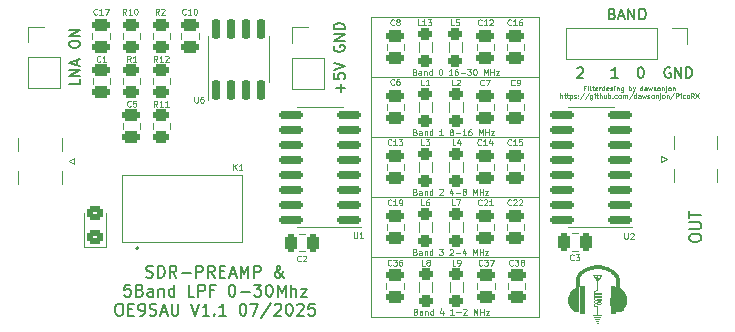
<source format=gbr>
G04 #@! TF.GenerationSoftware,KiCad,Pcbnew,8.0.1*
G04 #@! TF.CreationDate,2025-07-17T23:05:43+02:00*
G04 #@! TF.ProjectId,SDR_PreAmp_Filter_v1.1,5344525f-5072-4654-916d-705f46696c74,rev?*
G04 #@! TF.SameCoordinates,Original*
G04 #@! TF.FileFunction,Legend,Top*
G04 #@! TF.FilePolarity,Positive*
%FSLAX46Y46*%
G04 Gerber Fmt 4.6, Leading zero omitted, Abs format (unit mm)*
G04 Created by KiCad (PCBNEW 8.0.1) date 2025-07-17 23:05:43*
%MOMM*%
%LPD*%
G01*
G04 APERTURE LIST*
G04 Aperture macros list*
%AMRoundRect*
0 Rectangle with rounded corners*
0 $1 Rounding radius*
0 $2 $3 $4 $5 $6 $7 $8 $9 X,Y pos of 4 corners*
0 Add a 4 corners polygon primitive as box body*
4,1,4,$2,$3,$4,$5,$6,$7,$8,$9,$2,$3,0*
0 Add four circle primitives for the rounded corners*
1,1,$1+$1,$2,$3*
1,1,$1+$1,$4,$5*
1,1,$1+$1,$6,$7*
1,1,$1+$1,$8,$9*
0 Add four rect primitives between the rounded corners*
20,1,$1+$1,$2,$3,$4,$5,0*
20,1,$1+$1,$4,$5,$6,$7,0*
20,1,$1+$1,$6,$7,$8,$9,0*
20,1,$1+$1,$8,$9,$2,$3,0*%
G04 Aperture macros list end*
%ADD10C,0.100000*%
%ADD11C,0.125000*%
%ADD12C,0.200000*%
%ADD13C,0.120000*%
%ADD14C,0.000000*%
%ADD15RoundRect,0.250000X-0.450000X0.262500X-0.450000X-0.262500X0.450000X-0.262500X0.450000X0.262500X0*%
%ADD16RoundRect,0.250000X0.475000X-0.250000X0.475000X0.250000X-0.475000X0.250000X-0.475000X-0.250000X0*%
%ADD17RoundRect,0.250000X0.350000X-0.275000X0.350000X0.275000X-0.350000X0.275000X-0.350000X-0.275000X0*%
%ADD18C,5.600000*%
%ADD19RoundRect,0.250000X-0.350000X0.275000X-0.350000X-0.275000X0.350000X-0.275000X0.350000X0.275000X0*%
%ADD20RoundRect,0.250000X0.450000X-0.325000X0.450000X0.325000X-0.450000X0.325000X-0.450000X-0.325000X0*%
%ADD21R,1.700000X1.700000*%
%ADD22O,1.700000X1.700000*%
%ADD23RoundRect,0.250000X-0.475000X0.250000X-0.475000X-0.250000X0.475000X-0.250000X0.475000X0.250000X0*%
%ADD24C,1.381000*%
%ADD25RoundRect,0.150000X0.150000X-0.725000X0.150000X0.725000X-0.150000X0.725000X-0.150000X-0.725000X0*%
%ADD26RoundRect,0.250000X0.450000X-0.262500X0.450000X0.262500X-0.450000X0.262500X-0.450000X-0.262500X0*%
%ADD27RoundRect,0.150000X0.825000X0.150000X-0.825000X0.150000X-0.825000X-0.150000X0.825000X-0.150000X0*%
%ADD28R,3.600000X1.270000*%
%ADD29R,4.200000X1.350000*%
%ADD30RoundRect,0.250000X-0.250000X-0.475000X0.250000X-0.475000X0.250000X0.475000X-0.250000X0.475000X0*%
G04 APERTURE END LIST*
D10*
X119888000Y-116840000D02*
X134112000Y-116840000D01*
X134112000Y-121920000D01*
X119888000Y-121920000D01*
X119888000Y-116840000D01*
X119888000Y-137160000D02*
X134112000Y-137160000D01*
X134112000Y-142240000D01*
X119888000Y-142240000D01*
X119888000Y-137160000D01*
X119888000Y-121920000D02*
X134112000Y-121920000D01*
X134112000Y-127000000D01*
X119888000Y-127000000D01*
X119888000Y-121920000D01*
X119888000Y-127000000D02*
X134112000Y-127000000D01*
X134112000Y-132080000D01*
X119888000Y-132080000D01*
X119888000Y-127000000D01*
X119888000Y-132080000D02*
X134112000Y-132080000D01*
X134112000Y-137160000D01*
X119888000Y-137160000D01*
X119888000Y-132080000D01*
X138017713Y-122841145D02*
X137884380Y-122841145D01*
X137884380Y-123050669D02*
X137884380Y-122650669D01*
X137884380Y-122650669D02*
X138074856Y-122650669D01*
X138227237Y-123050669D02*
X138227237Y-122784002D01*
X138227237Y-122650669D02*
X138208189Y-122669717D01*
X138208189Y-122669717D02*
X138227237Y-122688764D01*
X138227237Y-122688764D02*
X138246284Y-122669717D01*
X138246284Y-122669717D02*
X138227237Y-122650669D01*
X138227237Y-122650669D02*
X138227237Y-122688764D01*
X138474855Y-123050669D02*
X138436760Y-123031622D01*
X138436760Y-123031622D02*
X138417713Y-122993526D01*
X138417713Y-122993526D02*
X138417713Y-122650669D01*
X138570094Y-122784002D02*
X138722475Y-122784002D01*
X138627237Y-122650669D02*
X138627237Y-122993526D01*
X138627237Y-122993526D02*
X138646284Y-123031622D01*
X138646284Y-123031622D02*
X138684379Y-123050669D01*
X138684379Y-123050669D02*
X138722475Y-123050669D01*
X139008189Y-123031622D02*
X138970093Y-123050669D01*
X138970093Y-123050669D02*
X138893903Y-123050669D01*
X138893903Y-123050669D02*
X138855808Y-123031622D01*
X138855808Y-123031622D02*
X138836760Y-122993526D01*
X138836760Y-122993526D02*
X138836760Y-122841145D01*
X138836760Y-122841145D02*
X138855808Y-122803050D01*
X138855808Y-122803050D02*
X138893903Y-122784002D01*
X138893903Y-122784002D02*
X138970093Y-122784002D01*
X138970093Y-122784002D02*
X139008189Y-122803050D01*
X139008189Y-122803050D02*
X139027236Y-122841145D01*
X139027236Y-122841145D02*
X139027236Y-122879241D01*
X139027236Y-122879241D02*
X138836760Y-122917336D01*
X139198665Y-123050669D02*
X139198665Y-122784002D01*
X139198665Y-122860193D02*
X139217712Y-122822098D01*
X139217712Y-122822098D02*
X139236760Y-122803050D01*
X139236760Y-122803050D02*
X139274855Y-122784002D01*
X139274855Y-122784002D02*
X139312950Y-122784002D01*
X139617712Y-123050669D02*
X139617712Y-122650669D01*
X139617712Y-123031622D02*
X139579617Y-123050669D01*
X139579617Y-123050669D02*
X139503426Y-123050669D01*
X139503426Y-123050669D02*
X139465331Y-123031622D01*
X139465331Y-123031622D02*
X139446284Y-123012574D01*
X139446284Y-123012574D02*
X139427236Y-122974479D01*
X139427236Y-122974479D02*
X139427236Y-122860193D01*
X139427236Y-122860193D02*
X139446284Y-122822098D01*
X139446284Y-122822098D02*
X139465331Y-122803050D01*
X139465331Y-122803050D02*
X139503426Y-122784002D01*
X139503426Y-122784002D02*
X139579617Y-122784002D01*
X139579617Y-122784002D02*
X139617712Y-122803050D01*
X139960570Y-123031622D02*
X139922474Y-123050669D01*
X139922474Y-123050669D02*
X139846284Y-123050669D01*
X139846284Y-123050669D02*
X139808189Y-123031622D01*
X139808189Y-123031622D02*
X139789141Y-122993526D01*
X139789141Y-122993526D02*
X139789141Y-122841145D01*
X139789141Y-122841145D02*
X139808189Y-122803050D01*
X139808189Y-122803050D02*
X139846284Y-122784002D01*
X139846284Y-122784002D02*
X139922474Y-122784002D01*
X139922474Y-122784002D02*
X139960570Y-122803050D01*
X139960570Y-122803050D02*
X139979617Y-122841145D01*
X139979617Y-122841145D02*
X139979617Y-122879241D01*
X139979617Y-122879241D02*
X139789141Y-122917336D01*
X140131998Y-123031622D02*
X140170093Y-123050669D01*
X140170093Y-123050669D02*
X140246284Y-123050669D01*
X140246284Y-123050669D02*
X140284379Y-123031622D01*
X140284379Y-123031622D02*
X140303427Y-122993526D01*
X140303427Y-122993526D02*
X140303427Y-122974479D01*
X140303427Y-122974479D02*
X140284379Y-122936383D01*
X140284379Y-122936383D02*
X140246284Y-122917336D01*
X140246284Y-122917336D02*
X140189141Y-122917336D01*
X140189141Y-122917336D02*
X140151046Y-122898288D01*
X140151046Y-122898288D02*
X140131998Y-122860193D01*
X140131998Y-122860193D02*
X140131998Y-122841145D01*
X140131998Y-122841145D02*
X140151046Y-122803050D01*
X140151046Y-122803050D02*
X140189141Y-122784002D01*
X140189141Y-122784002D02*
X140246284Y-122784002D01*
X140246284Y-122784002D02*
X140284379Y-122803050D01*
X140474856Y-123050669D02*
X140474856Y-122784002D01*
X140474856Y-122650669D02*
X140455808Y-122669717D01*
X140455808Y-122669717D02*
X140474856Y-122688764D01*
X140474856Y-122688764D02*
X140493903Y-122669717D01*
X140493903Y-122669717D02*
X140474856Y-122650669D01*
X140474856Y-122650669D02*
X140474856Y-122688764D01*
X140665332Y-122784002D02*
X140665332Y-123050669D01*
X140665332Y-122822098D02*
X140684379Y-122803050D01*
X140684379Y-122803050D02*
X140722474Y-122784002D01*
X140722474Y-122784002D02*
X140779617Y-122784002D01*
X140779617Y-122784002D02*
X140817713Y-122803050D01*
X140817713Y-122803050D02*
X140836760Y-122841145D01*
X140836760Y-122841145D02*
X140836760Y-123050669D01*
X141198665Y-122784002D02*
X141198665Y-123107812D01*
X141198665Y-123107812D02*
X141179618Y-123145907D01*
X141179618Y-123145907D02*
X141160570Y-123164955D01*
X141160570Y-123164955D02*
X141122475Y-123184002D01*
X141122475Y-123184002D02*
X141065332Y-123184002D01*
X141065332Y-123184002D02*
X141027237Y-123164955D01*
X141198665Y-123031622D02*
X141160570Y-123050669D01*
X141160570Y-123050669D02*
X141084379Y-123050669D01*
X141084379Y-123050669D02*
X141046284Y-123031622D01*
X141046284Y-123031622D02*
X141027237Y-123012574D01*
X141027237Y-123012574D02*
X141008189Y-122974479D01*
X141008189Y-122974479D02*
X141008189Y-122860193D01*
X141008189Y-122860193D02*
X141027237Y-122822098D01*
X141027237Y-122822098D02*
X141046284Y-122803050D01*
X141046284Y-122803050D02*
X141084379Y-122784002D01*
X141084379Y-122784002D02*
X141160570Y-122784002D01*
X141160570Y-122784002D02*
X141198665Y-122803050D01*
X141693904Y-123050669D02*
X141693904Y-122650669D01*
X141693904Y-122803050D02*
X141731999Y-122784002D01*
X141731999Y-122784002D02*
X141808189Y-122784002D01*
X141808189Y-122784002D02*
X141846285Y-122803050D01*
X141846285Y-122803050D02*
X141865332Y-122822098D01*
X141865332Y-122822098D02*
X141884380Y-122860193D01*
X141884380Y-122860193D02*
X141884380Y-122974479D01*
X141884380Y-122974479D02*
X141865332Y-123012574D01*
X141865332Y-123012574D02*
X141846285Y-123031622D01*
X141846285Y-123031622D02*
X141808189Y-123050669D01*
X141808189Y-123050669D02*
X141731999Y-123050669D01*
X141731999Y-123050669D02*
X141693904Y-123031622D01*
X142017713Y-122784002D02*
X142112951Y-123050669D01*
X142208190Y-122784002D02*
X142112951Y-123050669D01*
X142112951Y-123050669D02*
X142074856Y-123145907D01*
X142074856Y-123145907D02*
X142055809Y-123164955D01*
X142055809Y-123164955D02*
X142017713Y-123184002D01*
X142836761Y-123050669D02*
X142836761Y-122650669D01*
X142836761Y-123031622D02*
X142798666Y-123050669D01*
X142798666Y-123050669D02*
X142722475Y-123050669D01*
X142722475Y-123050669D02*
X142684380Y-123031622D01*
X142684380Y-123031622D02*
X142665333Y-123012574D01*
X142665333Y-123012574D02*
X142646285Y-122974479D01*
X142646285Y-122974479D02*
X142646285Y-122860193D01*
X142646285Y-122860193D02*
X142665333Y-122822098D01*
X142665333Y-122822098D02*
X142684380Y-122803050D01*
X142684380Y-122803050D02*
X142722475Y-122784002D01*
X142722475Y-122784002D02*
X142798666Y-122784002D01*
X142798666Y-122784002D02*
X142836761Y-122803050D01*
X143198666Y-123050669D02*
X143198666Y-122841145D01*
X143198666Y-122841145D02*
X143179619Y-122803050D01*
X143179619Y-122803050D02*
X143141523Y-122784002D01*
X143141523Y-122784002D02*
X143065333Y-122784002D01*
X143065333Y-122784002D02*
X143027238Y-122803050D01*
X143198666Y-123031622D02*
X143160571Y-123050669D01*
X143160571Y-123050669D02*
X143065333Y-123050669D01*
X143065333Y-123050669D02*
X143027238Y-123031622D01*
X143027238Y-123031622D02*
X143008190Y-122993526D01*
X143008190Y-122993526D02*
X143008190Y-122955431D01*
X143008190Y-122955431D02*
X143027238Y-122917336D01*
X143027238Y-122917336D02*
X143065333Y-122898288D01*
X143065333Y-122898288D02*
X143160571Y-122898288D01*
X143160571Y-122898288D02*
X143198666Y-122879241D01*
X143351047Y-122784002D02*
X143427238Y-123050669D01*
X143427238Y-123050669D02*
X143503428Y-122860193D01*
X143503428Y-122860193D02*
X143579619Y-123050669D01*
X143579619Y-123050669D02*
X143655809Y-122784002D01*
X143789143Y-123031622D02*
X143827238Y-123050669D01*
X143827238Y-123050669D02*
X143903429Y-123050669D01*
X143903429Y-123050669D02*
X143941524Y-123031622D01*
X143941524Y-123031622D02*
X143960572Y-122993526D01*
X143960572Y-122993526D02*
X143960572Y-122974479D01*
X143960572Y-122974479D02*
X143941524Y-122936383D01*
X143941524Y-122936383D02*
X143903429Y-122917336D01*
X143903429Y-122917336D02*
X143846286Y-122917336D01*
X143846286Y-122917336D02*
X143808191Y-122898288D01*
X143808191Y-122898288D02*
X143789143Y-122860193D01*
X143789143Y-122860193D02*
X143789143Y-122841145D01*
X143789143Y-122841145D02*
X143808191Y-122803050D01*
X143808191Y-122803050D02*
X143846286Y-122784002D01*
X143846286Y-122784002D02*
X143903429Y-122784002D01*
X143903429Y-122784002D02*
X143941524Y-122803050D01*
X144189143Y-123050669D02*
X144151048Y-123031622D01*
X144151048Y-123031622D02*
X144132001Y-123012574D01*
X144132001Y-123012574D02*
X144112953Y-122974479D01*
X144112953Y-122974479D02*
X144112953Y-122860193D01*
X144112953Y-122860193D02*
X144132001Y-122822098D01*
X144132001Y-122822098D02*
X144151048Y-122803050D01*
X144151048Y-122803050D02*
X144189143Y-122784002D01*
X144189143Y-122784002D02*
X144246286Y-122784002D01*
X144246286Y-122784002D02*
X144284382Y-122803050D01*
X144284382Y-122803050D02*
X144303429Y-122822098D01*
X144303429Y-122822098D02*
X144322477Y-122860193D01*
X144322477Y-122860193D02*
X144322477Y-122974479D01*
X144322477Y-122974479D02*
X144303429Y-123012574D01*
X144303429Y-123012574D02*
X144284382Y-123031622D01*
X144284382Y-123031622D02*
X144246286Y-123050669D01*
X144246286Y-123050669D02*
X144189143Y-123050669D01*
X144493906Y-122784002D02*
X144493906Y-123050669D01*
X144493906Y-122822098D02*
X144512953Y-122803050D01*
X144512953Y-122803050D02*
X144551048Y-122784002D01*
X144551048Y-122784002D02*
X144608191Y-122784002D01*
X144608191Y-122784002D02*
X144646287Y-122803050D01*
X144646287Y-122803050D02*
X144665334Y-122841145D01*
X144665334Y-122841145D02*
X144665334Y-123050669D01*
X144855811Y-122784002D02*
X144855811Y-123126860D01*
X144855811Y-123126860D02*
X144836763Y-123164955D01*
X144836763Y-123164955D02*
X144798668Y-123184002D01*
X144798668Y-123184002D02*
X144779620Y-123184002D01*
X144855811Y-122650669D02*
X144836763Y-122669717D01*
X144836763Y-122669717D02*
X144855811Y-122688764D01*
X144855811Y-122688764D02*
X144874858Y-122669717D01*
X144874858Y-122669717D02*
X144855811Y-122650669D01*
X144855811Y-122650669D02*
X144855811Y-122688764D01*
X145103429Y-123050669D02*
X145065334Y-123031622D01*
X145065334Y-123031622D02*
X145046287Y-123012574D01*
X145046287Y-123012574D02*
X145027239Y-122974479D01*
X145027239Y-122974479D02*
X145027239Y-122860193D01*
X145027239Y-122860193D02*
X145046287Y-122822098D01*
X145046287Y-122822098D02*
X145065334Y-122803050D01*
X145065334Y-122803050D02*
X145103429Y-122784002D01*
X145103429Y-122784002D02*
X145160572Y-122784002D01*
X145160572Y-122784002D02*
X145198668Y-122803050D01*
X145198668Y-122803050D02*
X145217715Y-122822098D01*
X145217715Y-122822098D02*
X145236763Y-122860193D01*
X145236763Y-122860193D02*
X145236763Y-122974479D01*
X145236763Y-122974479D02*
X145217715Y-123012574D01*
X145217715Y-123012574D02*
X145198668Y-123031622D01*
X145198668Y-123031622D02*
X145160572Y-123050669D01*
X145160572Y-123050669D02*
X145103429Y-123050669D01*
X145408192Y-122784002D02*
X145408192Y-123050669D01*
X145408192Y-122822098D02*
X145427239Y-122803050D01*
X145427239Y-122803050D02*
X145465334Y-122784002D01*
X145465334Y-122784002D02*
X145522477Y-122784002D01*
X145522477Y-122784002D02*
X145560573Y-122803050D01*
X145560573Y-122803050D02*
X145579620Y-122841145D01*
X145579620Y-122841145D02*
X145579620Y-123050669D01*
X135903427Y-123694647D02*
X135903427Y-123294647D01*
X136074855Y-123694647D02*
X136074855Y-123485123D01*
X136074855Y-123485123D02*
X136055808Y-123447028D01*
X136055808Y-123447028D02*
X136017712Y-123427980D01*
X136017712Y-123427980D02*
X135960569Y-123427980D01*
X135960569Y-123427980D02*
X135922474Y-123447028D01*
X135922474Y-123447028D02*
X135903427Y-123466076D01*
X136208189Y-123427980D02*
X136360570Y-123427980D01*
X136265332Y-123294647D02*
X136265332Y-123637504D01*
X136265332Y-123637504D02*
X136284379Y-123675600D01*
X136284379Y-123675600D02*
X136322474Y-123694647D01*
X136322474Y-123694647D02*
X136360570Y-123694647D01*
X136436760Y-123427980D02*
X136589141Y-123427980D01*
X136493903Y-123294647D02*
X136493903Y-123637504D01*
X136493903Y-123637504D02*
X136512950Y-123675600D01*
X136512950Y-123675600D02*
X136551045Y-123694647D01*
X136551045Y-123694647D02*
X136589141Y-123694647D01*
X136722474Y-123427980D02*
X136722474Y-123827980D01*
X136722474Y-123447028D02*
X136760569Y-123427980D01*
X136760569Y-123427980D02*
X136836759Y-123427980D01*
X136836759Y-123427980D02*
X136874855Y-123447028D01*
X136874855Y-123447028D02*
X136893902Y-123466076D01*
X136893902Y-123466076D02*
X136912950Y-123504171D01*
X136912950Y-123504171D02*
X136912950Y-123618457D01*
X136912950Y-123618457D02*
X136893902Y-123656552D01*
X136893902Y-123656552D02*
X136874855Y-123675600D01*
X136874855Y-123675600D02*
X136836759Y-123694647D01*
X136836759Y-123694647D02*
X136760569Y-123694647D01*
X136760569Y-123694647D02*
X136722474Y-123675600D01*
X137065331Y-123675600D02*
X137103426Y-123694647D01*
X137103426Y-123694647D02*
X137179617Y-123694647D01*
X137179617Y-123694647D02*
X137217712Y-123675600D01*
X137217712Y-123675600D02*
X137236760Y-123637504D01*
X137236760Y-123637504D02*
X137236760Y-123618457D01*
X137236760Y-123618457D02*
X137217712Y-123580361D01*
X137217712Y-123580361D02*
X137179617Y-123561314D01*
X137179617Y-123561314D02*
X137122474Y-123561314D01*
X137122474Y-123561314D02*
X137084379Y-123542266D01*
X137084379Y-123542266D02*
X137065331Y-123504171D01*
X137065331Y-123504171D02*
X137065331Y-123485123D01*
X137065331Y-123485123D02*
X137084379Y-123447028D01*
X137084379Y-123447028D02*
X137122474Y-123427980D01*
X137122474Y-123427980D02*
X137179617Y-123427980D01*
X137179617Y-123427980D02*
X137217712Y-123447028D01*
X137408189Y-123656552D02*
X137427236Y-123675600D01*
X137427236Y-123675600D02*
X137408189Y-123694647D01*
X137408189Y-123694647D02*
X137389141Y-123675600D01*
X137389141Y-123675600D02*
X137408189Y-123656552D01*
X137408189Y-123656552D02*
X137408189Y-123694647D01*
X137408189Y-123447028D02*
X137427236Y-123466076D01*
X137427236Y-123466076D02*
X137408189Y-123485123D01*
X137408189Y-123485123D02*
X137389141Y-123466076D01*
X137389141Y-123466076D02*
X137408189Y-123447028D01*
X137408189Y-123447028D02*
X137408189Y-123485123D01*
X137884379Y-123275600D02*
X137541522Y-123789885D01*
X138303427Y-123275600D02*
X137960570Y-123789885D01*
X138608189Y-123427980D02*
X138608189Y-123751790D01*
X138608189Y-123751790D02*
X138589142Y-123789885D01*
X138589142Y-123789885D02*
X138570094Y-123808933D01*
X138570094Y-123808933D02*
X138531999Y-123827980D01*
X138531999Y-123827980D02*
X138474856Y-123827980D01*
X138474856Y-123827980D02*
X138436761Y-123808933D01*
X138608189Y-123675600D02*
X138570094Y-123694647D01*
X138570094Y-123694647D02*
X138493903Y-123694647D01*
X138493903Y-123694647D02*
X138455808Y-123675600D01*
X138455808Y-123675600D02*
X138436761Y-123656552D01*
X138436761Y-123656552D02*
X138417713Y-123618457D01*
X138417713Y-123618457D02*
X138417713Y-123504171D01*
X138417713Y-123504171D02*
X138436761Y-123466076D01*
X138436761Y-123466076D02*
X138455808Y-123447028D01*
X138455808Y-123447028D02*
X138493903Y-123427980D01*
X138493903Y-123427980D02*
X138570094Y-123427980D01*
X138570094Y-123427980D02*
X138608189Y-123447028D01*
X138798666Y-123694647D02*
X138798666Y-123427980D01*
X138798666Y-123294647D02*
X138779618Y-123313695D01*
X138779618Y-123313695D02*
X138798666Y-123332742D01*
X138798666Y-123332742D02*
X138817713Y-123313695D01*
X138817713Y-123313695D02*
X138798666Y-123294647D01*
X138798666Y-123294647D02*
X138798666Y-123332742D01*
X138931999Y-123427980D02*
X139084380Y-123427980D01*
X138989142Y-123294647D02*
X138989142Y-123637504D01*
X138989142Y-123637504D02*
X139008189Y-123675600D01*
X139008189Y-123675600D02*
X139046284Y-123694647D01*
X139046284Y-123694647D02*
X139084380Y-123694647D01*
X139217713Y-123694647D02*
X139217713Y-123294647D01*
X139389141Y-123694647D02*
X139389141Y-123485123D01*
X139389141Y-123485123D02*
X139370094Y-123447028D01*
X139370094Y-123447028D02*
X139331998Y-123427980D01*
X139331998Y-123427980D02*
X139274855Y-123427980D01*
X139274855Y-123427980D02*
X139236760Y-123447028D01*
X139236760Y-123447028D02*
X139217713Y-123466076D01*
X139751046Y-123427980D02*
X139751046Y-123694647D01*
X139579618Y-123427980D02*
X139579618Y-123637504D01*
X139579618Y-123637504D02*
X139598665Y-123675600D01*
X139598665Y-123675600D02*
X139636760Y-123694647D01*
X139636760Y-123694647D02*
X139693903Y-123694647D01*
X139693903Y-123694647D02*
X139731999Y-123675600D01*
X139731999Y-123675600D02*
X139751046Y-123656552D01*
X139941523Y-123694647D02*
X139941523Y-123294647D01*
X139941523Y-123447028D02*
X139979618Y-123427980D01*
X139979618Y-123427980D02*
X140055808Y-123427980D01*
X140055808Y-123427980D02*
X140093904Y-123447028D01*
X140093904Y-123447028D02*
X140112951Y-123466076D01*
X140112951Y-123466076D02*
X140131999Y-123504171D01*
X140131999Y-123504171D02*
X140131999Y-123618457D01*
X140131999Y-123618457D02*
X140112951Y-123656552D01*
X140112951Y-123656552D02*
X140093904Y-123675600D01*
X140093904Y-123675600D02*
X140055808Y-123694647D01*
X140055808Y-123694647D02*
X139979618Y-123694647D01*
X139979618Y-123694647D02*
X139941523Y-123675600D01*
X140303428Y-123656552D02*
X140322475Y-123675600D01*
X140322475Y-123675600D02*
X140303428Y-123694647D01*
X140303428Y-123694647D02*
X140284380Y-123675600D01*
X140284380Y-123675600D02*
X140303428Y-123656552D01*
X140303428Y-123656552D02*
X140303428Y-123694647D01*
X140665332Y-123675600D02*
X140627237Y-123694647D01*
X140627237Y-123694647D02*
X140551046Y-123694647D01*
X140551046Y-123694647D02*
X140512951Y-123675600D01*
X140512951Y-123675600D02*
X140493904Y-123656552D01*
X140493904Y-123656552D02*
X140474856Y-123618457D01*
X140474856Y-123618457D02*
X140474856Y-123504171D01*
X140474856Y-123504171D02*
X140493904Y-123466076D01*
X140493904Y-123466076D02*
X140512951Y-123447028D01*
X140512951Y-123447028D02*
X140551046Y-123427980D01*
X140551046Y-123427980D02*
X140627237Y-123427980D01*
X140627237Y-123427980D02*
X140665332Y-123447028D01*
X140893903Y-123694647D02*
X140855808Y-123675600D01*
X140855808Y-123675600D02*
X140836761Y-123656552D01*
X140836761Y-123656552D02*
X140817713Y-123618457D01*
X140817713Y-123618457D02*
X140817713Y-123504171D01*
X140817713Y-123504171D02*
X140836761Y-123466076D01*
X140836761Y-123466076D02*
X140855808Y-123447028D01*
X140855808Y-123447028D02*
X140893903Y-123427980D01*
X140893903Y-123427980D02*
X140951046Y-123427980D01*
X140951046Y-123427980D02*
X140989142Y-123447028D01*
X140989142Y-123447028D02*
X141008189Y-123466076D01*
X141008189Y-123466076D02*
X141027237Y-123504171D01*
X141027237Y-123504171D02*
X141027237Y-123618457D01*
X141027237Y-123618457D02*
X141008189Y-123656552D01*
X141008189Y-123656552D02*
X140989142Y-123675600D01*
X140989142Y-123675600D02*
X140951046Y-123694647D01*
X140951046Y-123694647D02*
X140893903Y-123694647D01*
X141198666Y-123694647D02*
X141198666Y-123427980D01*
X141198666Y-123466076D02*
X141217713Y-123447028D01*
X141217713Y-123447028D02*
X141255808Y-123427980D01*
X141255808Y-123427980D02*
X141312951Y-123427980D01*
X141312951Y-123427980D02*
X141351047Y-123447028D01*
X141351047Y-123447028D02*
X141370094Y-123485123D01*
X141370094Y-123485123D02*
X141370094Y-123694647D01*
X141370094Y-123485123D02*
X141389142Y-123447028D01*
X141389142Y-123447028D02*
X141427237Y-123427980D01*
X141427237Y-123427980D02*
X141484380Y-123427980D01*
X141484380Y-123427980D02*
X141522475Y-123447028D01*
X141522475Y-123447028D02*
X141541523Y-123485123D01*
X141541523Y-123485123D02*
X141541523Y-123694647D01*
X142017713Y-123275600D02*
X141674856Y-123789885D01*
X142322475Y-123694647D02*
X142322475Y-123294647D01*
X142322475Y-123675600D02*
X142284380Y-123694647D01*
X142284380Y-123694647D02*
X142208189Y-123694647D01*
X142208189Y-123694647D02*
X142170094Y-123675600D01*
X142170094Y-123675600D02*
X142151047Y-123656552D01*
X142151047Y-123656552D02*
X142131999Y-123618457D01*
X142131999Y-123618457D02*
X142131999Y-123504171D01*
X142131999Y-123504171D02*
X142151047Y-123466076D01*
X142151047Y-123466076D02*
X142170094Y-123447028D01*
X142170094Y-123447028D02*
X142208189Y-123427980D01*
X142208189Y-123427980D02*
X142284380Y-123427980D01*
X142284380Y-123427980D02*
X142322475Y-123447028D01*
X142684380Y-123694647D02*
X142684380Y-123485123D01*
X142684380Y-123485123D02*
X142665333Y-123447028D01*
X142665333Y-123447028D02*
X142627237Y-123427980D01*
X142627237Y-123427980D02*
X142551047Y-123427980D01*
X142551047Y-123427980D02*
X142512952Y-123447028D01*
X142684380Y-123675600D02*
X142646285Y-123694647D01*
X142646285Y-123694647D02*
X142551047Y-123694647D01*
X142551047Y-123694647D02*
X142512952Y-123675600D01*
X142512952Y-123675600D02*
X142493904Y-123637504D01*
X142493904Y-123637504D02*
X142493904Y-123599409D01*
X142493904Y-123599409D02*
X142512952Y-123561314D01*
X142512952Y-123561314D02*
X142551047Y-123542266D01*
X142551047Y-123542266D02*
X142646285Y-123542266D01*
X142646285Y-123542266D02*
X142684380Y-123523219D01*
X142836761Y-123427980D02*
X142912952Y-123694647D01*
X142912952Y-123694647D02*
X142989142Y-123504171D01*
X142989142Y-123504171D02*
X143065333Y-123694647D01*
X143065333Y-123694647D02*
X143141523Y-123427980D01*
X143274857Y-123675600D02*
X143312952Y-123694647D01*
X143312952Y-123694647D02*
X143389143Y-123694647D01*
X143389143Y-123694647D02*
X143427238Y-123675600D01*
X143427238Y-123675600D02*
X143446286Y-123637504D01*
X143446286Y-123637504D02*
X143446286Y-123618457D01*
X143446286Y-123618457D02*
X143427238Y-123580361D01*
X143427238Y-123580361D02*
X143389143Y-123561314D01*
X143389143Y-123561314D02*
X143332000Y-123561314D01*
X143332000Y-123561314D02*
X143293905Y-123542266D01*
X143293905Y-123542266D02*
X143274857Y-123504171D01*
X143274857Y-123504171D02*
X143274857Y-123485123D01*
X143274857Y-123485123D02*
X143293905Y-123447028D01*
X143293905Y-123447028D02*
X143332000Y-123427980D01*
X143332000Y-123427980D02*
X143389143Y-123427980D01*
X143389143Y-123427980D02*
X143427238Y-123447028D01*
X143674857Y-123694647D02*
X143636762Y-123675600D01*
X143636762Y-123675600D02*
X143617715Y-123656552D01*
X143617715Y-123656552D02*
X143598667Y-123618457D01*
X143598667Y-123618457D02*
X143598667Y-123504171D01*
X143598667Y-123504171D02*
X143617715Y-123466076D01*
X143617715Y-123466076D02*
X143636762Y-123447028D01*
X143636762Y-123447028D02*
X143674857Y-123427980D01*
X143674857Y-123427980D02*
X143732000Y-123427980D01*
X143732000Y-123427980D02*
X143770096Y-123447028D01*
X143770096Y-123447028D02*
X143789143Y-123466076D01*
X143789143Y-123466076D02*
X143808191Y-123504171D01*
X143808191Y-123504171D02*
X143808191Y-123618457D01*
X143808191Y-123618457D02*
X143789143Y-123656552D01*
X143789143Y-123656552D02*
X143770096Y-123675600D01*
X143770096Y-123675600D02*
X143732000Y-123694647D01*
X143732000Y-123694647D02*
X143674857Y-123694647D01*
X143979620Y-123427980D02*
X143979620Y-123694647D01*
X143979620Y-123466076D02*
X143998667Y-123447028D01*
X143998667Y-123447028D02*
X144036762Y-123427980D01*
X144036762Y-123427980D02*
X144093905Y-123427980D01*
X144093905Y-123427980D02*
X144132001Y-123447028D01*
X144132001Y-123447028D02*
X144151048Y-123485123D01*
X144151048Y-123485123D02*
X144151048Y-123694647D01*
X144341525Y-123427980D02*
X144341525Y-123770838D01*
X144341525Y-123770838D02*
X144322477Y-123808933D01*
X144322477Y-123808933D02*
X144284382Y-123827980D01*
X144284382Y-123827980D02*
X144265334Y-123827980D01*
X144341525Y-123294647D02*
X144322477Y-123313695D01*
X144322477Y-123313695D02*
X144341525Y-123332742D01*
X144341525Y-123332742D02*
X144360572Y-123313695D01*
X144360572Y-123313695D02*
X144341525Y-123294647D01*
X144341525Y-123294647D02*
X144341525Y-123332742D01*
X144589143Y-123694647D02*
X144551048Y-123675600D01*
X144551048Y-123675600D02*
X144532001Y-123656552D01*
X144532001Y-123656552D02*
X144512953Y-123618457D01*
X144512953Y-123618457D02*
X144512953Y-123504171D01*
X144512953Y-123504171D02*
X144532001Y-123466076D01*
X144532001Y-123466076D02*
X144551048Y-123447028D01*
X144551048Y-123447028D02*
X144589143Y-123427980D01*
X144589143Y-123427980D02*
X144646286Y-123427980D01*
X144646286Y-123427980D02*
X144684382Y-123447028D01*
X144684382Y-123447028D02*
X144703429Y-123466076D01*
X144703429Y-123466076D02*
X144722477Y-123504171D01*
X144722477Y-123504171D02*
X144722477Y-123618457D01*
X144722477Y-123618457D02*
X144703429Y-123656552D01*
X144703429Y-123656552D02*
X144684382Y-123675600D01*
X144684382Y-123675600D02*
X144646286Y-123694647D01*
X144646286Y-123694647D02*
X144589143Y-123694647D01*
X144893906Y-123427980D02*
X144893906Y-123694647D01*
X144893906Y-123466076D02*
X144912953Y-123447028D01*
X144912953Y-123447028D02*
X144951048Y-123427980D01*
X144951048Y-123427980D02*
X145008191Y-123427980D01*
X145008191Y-123427980D02*
X145046287Y-123447028D01*
X145046287Y-123447028D02*
X145065334Y-123485123D01*
X145065334Y-123485123D02*
X145065334Y-123694647D01*
X145541525Y-123275600D02*
X145198668Y-123789885D01*
X145674859Y-123694647D02*
X145674859Y-123294647D01*
X145674859Y-123294647D02*
X145827240Y-123294647D01*
X145827240Y-123294647D02*
X145865335Y-123313695D01*
X145865335Y-123313695D02*
X145884382Y-123332742D01*
X145884382Y-123332742D02*
X145903430Y-123370838D01*
X145903430Y-123370838D02*
X145903430Y-123427980D01*
X145903430Y-123427980D02*
X145884382Y-123466076D01*
X145884382Y-123466076D02*
X145865335Y-123485123D01*
X145865335Y-123485123D02*
X145827240Y-123504171D01*
X145827240Y-123504171D02*
X145674859Y-123504171D01*
X146074859Y-123694647D02*
X146074859Y-123427980D01*
X146074859Y-123294647D02*
X146055811Y-123313695D01*
X146055811Y-123313695D02*
X146074859Y-123332742D01*
X146074859Y-123332742D02*
X146093906Y-123313695D01*
X146093906Y-123313695D02*
X146074859Y-123294647D01*
X146074859Y-123294647D02*
X146074859Y-123332742D01*
X146436763Y-123675600D02*
X146398668Y-123694647D01*
X146398668Y-123694647D02*
X146322477Y-123694647D01*
X146322477Y-123694647D02*
X146284382Y-123675600D01*
X146284382Y-123675600D02*
X146265335Y-123656552D01*
X146265335Y-123656552D02*
X146246287Y-123618457D01*
X146246287Y-123618457D02*
X146246287Y-123504171D01*
X146246287Y-123504171D02*
X146265335Y-123466076D01*
X146265335Y-123466076D02*
X146284382Y-123447028D01*
X146284382Y-123447028D02*
X146322477Y-123427980D01*
X146322477Y-123427980D02*
X146398668Y-123427980D01*
X146398668Y-123427980D02*
X146436763Y-123447028D01*
X146665334Y-123694647D02*
X146627239Y-123675600D01*
X146627239Y-123675600D02*
X146608192Y-123656552D01*
X146608192Y-123656552D02*
X146589144Y-123618457D01*
X146589144Y-123618457D02*
X146589144Y-123504171D01*
X146589144Y-123504171D02*
X146608192Y-123466076D01*
X146608192Y-123466076D02*
X146627239Y-123447028D01*
X146627239Y-123447028D02*
X146665334Y-123427980D01*
X146665334Y-123427980D02*
X146722477Y-123427980D01*
X146722477Y-123427980D02*
X146760573Y-123447028D01*
X146760573Y-123447028D02*
X146779620Y-123466076D01*
X146779620Y-123466076D02*
X146798668Y-123504171D01*
X146798668Y-123504171D02*
X146798668Y-123618457D01*
X146798668Y-123618457D02*
X146779620Y-123656552D01*
X146779620Y-123656552D02*
X146760573Y-123675600D01*
X146760573Y-123675600D02*
X146722477Y-123694647D01*
X146722477Y-123694647D02*
X146665334Y-123694647D01*
X147198668Y-123694647D02*
X147065335Y-123504171D01*
X146970097Y-123694647D02*
X146970097Y-123294647D01*
X146970097Y-123294647D02*
X147122478Y-123294647D01*
X147122478Y-123294647D02*
X147160573Y-123313695D01*
X147160573Y-123313695D02*
X147179620Y-123332742D01*
X147179620Y-123332742D02*
X147198668Y-123370838D01*
X147198668Y-123370838D02*
X147198668Y-123427980D01*
X147198668Y-123427980D02*
X147179620Y-123466076D01*
X147179620Y-123466076D02*
X147160573Y-123485123D01*
X147160573Y-123485123D02*
X147122478Y-123504171D01*
X147122478Y-123504171D02*
X146970097Y-123504171D01*
X147332001Y-123294647D02*
X147598668Y-123694647D01*
X147598668Y-123294647D02*
X147332001Y-123694647D01*
D11*
X123617950Y-126570404D02*
X123689378Y-126594214D01*
X123689378Y-126594214D02*
X123713188Y-126618023D01*
X123713188Y-126618023D02*
X123736997Y-126665642D01*
X123736997Y-126665642D02*
X123736997Y-126737071D01*
X123736997Y-126737071D02*
X123713188Y-126784690D01*
X123713188Y-126784690D02*
X123689378Y-126808500D01*
X123689378Y-126808500D02*
X123641759Y-126832309D01*
X123641759Y-126832309D02*
X123451283Y-126832309D01*
X123451283Y-126832309D02*
X123451283Y-126332309D01*
X123451283Y-126332309D02*
X123617950Y-126332309D01*
X123617950Y-126332309D02*
X123665569Y-126356119D01*
X123665569Y-126356119D02*
X123689378Y-126379928D01*
X123689378Y-126379928D02*
X123713188Y-126427547D01*
X123713188Y-126427547D02*
X123713188Y-126475166D01*
X123713188Y-126475166D02*
X123689378Y-126522785D01*
X123689378Y-126522785D02*
X123665569Y-126546595D01*
X123665569Y-126546595D02*
X123617950Y-126570404D01*
X123617950Y-126570404D02*
X123451283Y-126570404D01*
X124165569Y-126832309D02*
X124165569Y-126570404D01*
X124165569Y-126570404D02*
X124141759Y-126522785D01*
X124141759Y-126522785D02*
X124094140Y-126498976D01*
X124094140Y-126498976D02*
X123998902Y-126498976D01*
X123998902Y-126498976D02*
X123951283Y-126522785D01*
X124165569Y-126808500D02*
X124117950Y-126832309D01*
X124117950Y-126832309D02*
X123998902Y-126832309D01*
X123998902Y-126832309D02*
X123951283Y-126808500D01*
X123951283Y-126808500D02*
X123927474Y-126760880D01*
X123927474Y-126760880D02*
X123927474Y-126713261D01*
X123927474Y-126713261D02*
X123951283Y-126665642D01*
X123951283Y-126665642D02*
X123998902Y-126641833D01*
X123998902Y-126641833D02*
X124117950Y-126641833D01*
X124117950Y-126641833D02*
X124165569Y-126618023D01*
X124403664Y-126498976D02*
X124403664Y-126832309D01*
X124403664Y-126546595D02*
X124427474Y-126522785D01*
X124427474Y-126522785D02*
X124475093Y-126498976D01*
X124475093Y-126498976D02*
X124546521Y-126498976D01*
X124546521Y-126498976D02*
X124594140Y-126522785D01*
X124594140Y-126522785D02*
X124617950Y-126570404D01*
X124617950Y-126570404D02*
X124617950Y-126832309D01*
X125070331Y-126832309D02*
X125070331Y-126332309D01*
X125070331Y-126808500D02*
X125022712Y-126832309D01*
X125022712Y-126832309D02*
X124927474Y-126832309D01*
X124927474Y-126832309D02*
X124879855Y-126808500D01*
X124879855Y-126808500D02*
X124856045Y-126784690D01*
X124856045Y-126784690D02*
X124832236Y-126737071D01*
X124832236Y-126737071D02*
X124832236Y-126594214D01*
X124832236Y-126594214D02*
X124856045Y-126546595D01*
X124856045Y-126546595D02*
X124879855Y-126522785D01*
X124879855Y-126522785D02*
X124927474Y-126498976D01*
X124927474Y-126498976D02*
X125022712Y-126498976D01*
X125022712Y-126498976D02*
X125070331Y-126522785D01*
X125951283Y-126832309D02*
X125665569Y-126832309D01*
X125808426Y-126832309D02*
X125808426Y-126332309D01*
X125808426Y-126332309D02*
X125760807Y-126403738D01*
X125760807Y-126403738D02*
X125713188Y-126451357D01*
X125713188Y-126451357D02*
X125665569Y-126475166D01*
X126617949Y-126546595D02*
X126570330Y-126522785D01*
X126570330Y-126522785D02*
X126546520Y-126498976D01*
X126546520Y-126498976D02*
X126522711Y-126451357D01*
X126522711Y-126451357D02*
X126522711Y-126427547D01*
X126522711Y-126427547D02*
X126546520Y-126379928D01*
X126546520Y-126379928D02*
X126570330Y-126356119D01*
X126570330Y-126356119D02*
X126617949Y-126332309D01*
X126617949Y-126332309D02*
X126713187Y-126332309D01*
X126713187Y-126332309D02*
X126760806Y-126356119D01*
X126760806Y-126356119D02*
X126784615Y-126379928D01*
X126784615Y-126379928D02*
X126808425Y-126427547D01*
X126808425Y-126427547D02*
X126808425Y-126451357D01*
X126808425Y-126451357D02*
X126784615Y-126498976D01*
X126784615Y-126498976D02*
X126760806Y-126522785D01*
X126760806Y-126522785D02*
X126713187Y-126546595D01*
X126713187Y-126546595D02*
X126617949Y-126546595D01*
X126617949Y-126546595D02*
X126570330Y-126570404D01*
X126570330Y-126570404D02*
X126546520Y-126594214D01*
X126546520Y-126594214D02*
X126522711Y-126641833D01*
X126522711Y-126641833D02*
X126522711Y-126737071D01*
X126522711Y-126737071D02*
X126546520Y-126784690D01*
X126546520Y-126784690D02*
X126570330Y-126808500D01*
X126570330Y-126808500D02*
X126617949Y-126832309D01*
X126617949Y-126832309D02*
X126713187Y-126832309D01*
X126713187Y-126832309D02*
X126760806Y-126808500D01*
X126760806Y-126808500D02*
X126784615Y-126784690D01*
X126784615Y-126784690D02*
X126808425Y-126737071D01*
X126808425Y-126737071D02*
X126808425Y-126641833D01*
X126808425Y-126641833D02*
X126784615Y-126594214D01*
X126784615Y-126594214D02*
X126760806Y-126570404D01*
X126760806Y-126570404D02*
X126713187Y-126546595D01*
X127022710Y-126641833D02*
X127403663Y-126641833D01*
X127903663Y-126832309D02*
X127617949Y-126832309D01*
X127760806Y-126832309D02*
X127760806Y-126332309D01*
X127760806Y-126332309D02*
X127713187Y-126403738D01*
X127713187Y-126403738D02*
X127665568Y-126451357D01*
X127665568Y-126451357D02*
X127617949Y-126475166D01*
X128332234Y-126332309D02*
X128236996Y-126332309D01*
X128236996Y-126332309D02*
X128189377Y-126356119D01*
X128189377Y-126356119D02*
X128165567Y-126379928D01*
X128165567Y-126379928D02*
X128117948Y-126451357D01*
X128117948Y-126451357D02*
X128094139Y-126546595D01*
X128094139Y-126546595D02*
X128094139Y-126737071D01*
X128094139Y-126737071D02*
X128117948Y-126784690D01*
X128117948Y-126784690D02*
X128141758Y-126808500D01*
X128141758Y-126808500D02*
X128189377Y-126832309D01*
X128189377Y-126832309D02*
X128284615Y-126832309D01*
X128284615Y-126832309D02*
X128332234Y-126808500D01*
X128332234Y-126808500D02*
X128356043Y-126784690D01*
X128356043Y-126784690D02*
X128379853Y-126737071D01*
X128379853Y-126737071D02*
X128379853Y-126618023D01*
X128379853Y-126618023D02*
X128356043Y-126570404D01*
X128356043Y-126570404D02*
X128332234Y-126546595D01*
X128332234Y-126546595D02*
X128284615Y-126522785D01*
X128284615Y-126522785D02*
X128189377Y-126522785D01*
X128189377Y-126522785D02*
X128141758Y-126546595D01*
X128141758Y-126546595D02*
X128117948Y-126570404D01*
X128117948Y-126570404D02*
X128094139Y-126618023D01*
X128975090Y-126832309D02*
X128975090Y-126332309D01*
X128975090Y-126332309D02*
X129141757Y-126689452D01*
X129141757Y-126689452D02*
X129308423Y-126332309D01*
X129308423Y-126332309D02*
X129308423Y-126832309D01*
X129546519Y-126832309D02*
X129546519Y-126332309D01*
X129546519Y-126570404D02*
X129832233Y-126570404D01*
X129832233Y-126832309D02*
X129832233Y-126332309D01*
X130022710Y-126498976D02*
X130284615Y-126498976D01*
X130284615Y-126498976D02*
X130022710Y-126832309D01*
X130022710Y-126832309D02*
X130284615Y-126832309D01*
D12*
X146822219Y-135619999D02*
X146822219Y-135429523D01*
X146822219Y-135429523D02*
X146869838Y-135334285D01*
X146869838Y-135334285D02*
X146965076Y-135239047D01*
X146965076Y-135239047D02*
X147155552Y-135191428D01*
X147155552Y-135191428D02*
X147488885Y-135191428D01*
X147488885Y-135191428D02*
X147679361Y-135239047D01*
X147679361Y-135239047D02*
X147774600Y-135334285D01*
X147774600Y-135334285D02*
X147822219Y-135429523D01*
X147822219Y-135429523D02*
X147822219Y-135619999D01*
X147822219Y-135619999D02*
X147774600Y-135715237D01*
X147774600Y-135715237D02*
X147679361Y-135810475D01*
X147679361Y-135810475D02*
X147488885Y-135858094D01*
X147488885Y-135858094D02*
X147155552Y-135858094D01*
X147155552Y-135858094D02*
X146965076Y-135810475D01*
X146965076Y-135810475D02*
X146869838Y-135715237D01*
X146869838Y-135715237D02*
X146822219Y-135619999D01*
X146822219Y-134762856D02*
X147631742Y-134762856D01*
X147631742Y-134762856D02*
X147726980Y-134715237D01*
X147726980Y-134715237D02*
X147774600Y-134667618D01*
X147774600Y-134667618D02*
X147822219Y-134572380D01*
X147822219Y-134572380D02*
X147822219Y-134381904D01*
X147822219Y-134381904D02*
X147774600Y-134286666D01*
X147774600Y-134286666D02*
X147726980Y-134239047D01*
X147726980Y-134239047D02*
X147631742Y-134191428D01*
X147631742Y-134191428D02*
X146822219Y-134191428D01*
X146822219Y-133858094D02*
X146822219Y-133286666D01*
X147822219Y-133572380D02*
X146822219Y-133572380D01*
D11*
X123667950Y-141770404D02*
X123739378Y-141794214D01*
X123739378Y-141794214D02*
X123763188Y-141818023D01*
X123763188Y-141818023D02*
X123786997Y-141865642D01*
X123786997Y-141865642D02*
X123786997Y-141937071D01*
X123786997Y-141937071D02*
X123763188Y-141984690D01*
X123763188Y-141984690D02*
X123739378Y-142008500D01*
X123739378Y-142008500D02*
X123691759Y-142032309D01*
X123691759Y-142032309D02*
X123501283Y-142032309D01*
X123501283Y-142032309D02*
X123501283Y-141532309D01*
X123501283Y-141532309D02*
X123667950Y-141532309D01*
X123667950Y-141532309D02*
X123715569Y-141556119D01*
X123715569Y-141556119D02*
X123739378Y-141579928D01*
X123739378Y-141579928D02*
X123763188Y-141627547D01*
X123763188Y-141627547D02*
X123763188Y-141675166D01*
X123763188Y-141675166D02*
X123739378Y-141722785D01*
X123739378Y-141722785D02*
X123715569Y-141746595D01*
X123715569Y-141746595D02*
X123667950Y-141770404D01*
X123667950Y-141770404D02*
X123501283Y-141770404D01*
X124215569Y-142032309D02*
X124215569Y-141770404D01*
X124215569Y-141770404D02*
X124191759Y-141722785D01*
X124191759Y-141722785D02*
X124144140Y-141698976D01*
X124144140Y-141698976D02*
X124048902Y-141698976D01*
X124048902Y-141698976D02*
X124001283Y-141722785D01*
X124215569Y-142008500D02*
X124167950Y-142032309D01*
X124167950Y-142032309D02*
X124048902Y-142032309D01*
X124048902Y-142032309D02*
X124001283Y-142008500D01*
X124001283Y-142008500D02*
X123977474Y-141960880D01*
X123977474Y-141960880D02*
X123977474Y-141913261D01*
X123977474Y-141913261D02*
X124001283Y-141865642D01*
X124001283Y-141865642D02*
X124048902Y-141841833D01*
X124048902Y-141841833D02*
X124167950Y-141841833D01*
X124167950Y-141841833D02*
X124215569Y-141818023D01*
X124453664Y-141698976D02*
X124453664Y-142032309D01*
X124453664Y-141746595D02*
X124477474Y-141722785D01*
X124477474Y-141722785D02*
X124525093Y-141698976D01*
X124525093Y-141698976D02*
X124596521Y-141698976D01*
X124596521Y-141698976D02*
X124644140Y-141722785D01*
X124644140Y-141722785D02*
X124667950Y-141770404D01*
X124667950Y-141770404D02*
X124667950Y-142032309D01*
X125120331Y-142032309D02*
X125120331Y-141532309D01*
X125120331Y-142008500D02*
X125072712Y-142032309D01*
X125072712Y-142032309D02*
X124977474Y-142032309D01*
X124977474Y-142032309D02*
X124929855Y-142008500D01*
X124929855Y-142008500D02*
X124906045Y-141984690D01*
X124906045Y-141984690D02*
X124882236Y-141937071D01*
X124882236Y-141937071D02*
X124882236Y-141794214D01*
X124882236Y-141794214D02*
X124906045Y-141746595D01*
X124906045Y-141746595D02*
X124929855Y-141722785D01*
X124929855Y-141722785D02*
X124977474Y-141698976D01*
X124977474Y-141698976D02*
X125072712Y-141698976D01*
X125072712Y-141698976D02*
X125120331Y-141722785D01*
X125953664Y-141698976D02*
X125953664Y-142032309D01*
X125834616Y-141508500D02*
X125715569Y-141865642D01*
X125715569Y-141865642D02*
X126025092Y-141865642D01*
X126858425Y-142032309D02*
X126572711Y-142032309D01*
X126715568Y-142032309D02*
X126715568Y-141532309D01*
X126715568Y-141532309D02*
X126667949Y-141603738D01*
X126667949Y-141603738D02*
X126620330Y-141651357D01*
X126620330Y-141651357D02*
X126572711Y-141675166D01*
X127072710Y-141841833D02*
X127453663Y-141841833D01*
X127667949Y-141579928D02*
X127691758Y-141556119D01*
X127691758Y-141556119D02*
X127739377Y-141532309D01*
X127739377Y-141532309D02*
X127858425Y-141532309D01*
X127858425Y-141532309D02*
X127906044Y-141556119D01*
X127906044Y-141556119D02*
X127929853Y-141579928D01*
X127929853Y-141579928D02*
X127953663Y-141627547D01*
X127953663Y-141627547D02*
X127953663Y-141675166D01*
X127953663Y-141675166D02*
X127929853Y-141746595D01*
X127929853Y-141746595D02*
X127644139Y-142032309D01*
X127644139Y-142032309D02*
X127953663Y-142032309D01*
X128548900Y-142032309D02*
X128548900Y-141532309D01*
X128548900Y-141532309D02*
X128715567Y-141889452D01*
X128715567Y-141889452D02*
X128882233Y-141532309D01*
X128882233Y-141532309D02*
X128882233Y-142032309D01*
X129120329Y-142032309D02*
X129120329Y-141532309D01*
X129120329Y-141770404D02*
X129406043Y-141770404D01*
X129406043Y-142032309D02*
X129406043Y-141532309D01*
X129596520Y-141698976D02*
X129858425Y-141698976D01*
X129858425Y-141698976D02*
X129596520Y-142032309D01*
X129596520Y-142032309D02*
X129858425Y-142032309D01*
X123617950Y-131620404D02*
X123689378Y-131644214D01*
X123689378Y-131644214D02*
X123713188Y-131668023D01*
X123713188Y-131668023D02*
X123736997Y-131715642D01*
X123736997Y-131715642D02*
X123736997Y-131787071D01*
X123736997Y-131787071D02*
X123713188Y-131834690D01*
X123713188Y-131834690D02*
X123689378Y-131858500D01*
X123689378Y-131858500D02*
X123641759Y-131882309D01*
X123641759Y-131882309D02*
X123451283Y-131882309D01*
X123451283Y-131882309D02*
X123451283Y-131382309D01*
X123451283Y-131382309D02*
X123617950Y-131382309D01*
X123617950Y-131382309D02*
X123665569Y-131406119D01*
X123665569Y-131406119D02*
X123689378Y-131429928D01*
X123689378Y-131429928D02*
X123713188Y-131477547D01*
X123713188Y-131477547D02*
X123713188Y-131525166D01*
X123713188Y-131525166D02*
X123689378Y-131572785D01*
X123689378Y-131572785D02*
X123665569Y-131596595D01*
X123665569Y-131596595D02*
X123617950Y-131620404D01*
X123617950Y-131620404D02*
X123451283Y-131620404D01*
X124165569Y-131882309D02*
X124165569Y-131620404D01*
X124165569Y-131620404D02*
X124141759Y-131572785D01*
X124141759Y-131572785D02*
X124094140Y-131548976D01*
X124094140Y-131548976D02*
X123998902Y-131548976D01*
X123998902Y-131548976D02*
X123951283Y-131572785D01*
X124165569Y-131858500D02*
X124117950Y-131882309D01*
X124117950Y-131882309D02*
X123998902Y-131882309D01*
X123998902Y-131882309D02*
X123951283Y-131858500D01*
X123951283Y-131858500D02*
X123927474Y-131810880D01*
X123927474Y-131810880D02*
X123927474Y-131763261D01*
X123927474Y-131763261D02*
X123951283Y-131715642D01*
X123951283Y-131715642D02*
X123998902Y-131691833D01*
X123998902Y-131691833D02*
X124117950Y-131691833D01*
X124117950Y-131691833D02*
X124165569Y-131668023D01*
X124403664Y-131548976D02*
X124403664Y-131882309D01*
X124403664Y-131596595D02*
X124427474Y-131572785D01*
X124427474Y-131572785D02*
X124475093Y-131548976D01*
X124475093Y-131548976D02*
X124546521Y-131548976D01*
X124546521Y-131548976D02*
X124594140Y-131572785D01*
X124594140Y-131572785D02*
X124617950Y-131620404D01*
X124617950Y-131620404D02*
X124617950Y-131882309D01*
X125070331Y-131882309D02*
X125070331Y-131382309D01*
X125070331Y-131858500D02*
X125022712Y-131882309D01*
X125022712Y-131882309D02*
X124927474Y-131882309D01*
X124927474Y-131882309D02*
X124879855Y-131858500D01*
X124879855Y-131858500D02*
X124856045Y-131834690D01*
X124856045Y-131834690D02*
X124832236Y-131787071D01*
X124832236Y-131787071D02*
X124832236Y-131644214D01*
X124832236Y-131644214D02*
X124856045Y-131596595D01*
X124856045Y-131596595D02*
X124879855Y-131572785D01*
X124879855Y-131572785D02*
X124927474Y-131548976D01*
X124927474Y-131548976D02*
X125022712Y-131548976D01*
X125022712Y-131548976D02*
X125070331Y-131572785D01*
X125665569Y-131429928D02*
X125689378Y-131406119D01*
X125689378Y-131406119D02*
X125736997Y-131382309D01*
X125736997Y-131382309D02*
X125856045Y-131382309D01*
X125856045Y-131382309D02*
X125903664Y-131406119D01*
X125903664Y-131406119D02*
X125927473Y-131429928D01*
X125927473Y-131429928D02*
X125951283Y-131477547D01*
X125951283Y-131477547D02*
X125951283Y-131525166D01*
X125951283Y-131525166D02*
X125927473Y-131596595D01*
X125927473Y-131596595D02*
X125641759Y-131882309D01*
X125641759Y-131882309D02*
X125951283Y-131882309D01*
X126760806Y-131548976D02*
X126760806Y-131882309D01*
X126641758Y-131358500D02*
X126522711Y-131715642D01*
X126522711Y-131715642D02*
X126832234Y-131715642D01*
X127022710Y-131691833D02*
X127403663Y-131691833D01*
X127713187Y-131596595D02*
X127665568Y-131572785D01*
X127665568Y-131572785D02*
X127641758Y-131548976D01*
X127641758Y-131548976D02*
X127617949Y-131501357D01*
X127617949Y-131501357D02*
X127617949Y-131477547D01*
X127617949Y-131477547D02*
X127641758Y-131429928D01*
X127641758Y-131429928D02*
X127665568Y-131406119D01*
X127665568Y-131406119D02*
X127713187Y-131382309D01*
X127713187Y-131382309D02*
X127808425Y-131382309D01*
X127808425Y-131382309D02*
X127856044Y-131406119D01*
X127856044Y-131406119D02*
X127879853Y-131429928D01*
X127879853Y-131429928D02*
X127903663Y-131477547D01*
X127903663Y-131477547D02*
X127903663Y-131501357D01*
X127903663Y-131501357D02*
X127879853Y-131548976D01*
X127879853Y-131548976D02*
X127856044Y-131572785D01*
X127856044Y-131572785D02*
X127808425Y-131596595D01*
X127808425Y-131596595D02*
X127713187Y-131596595D01*
X127713187Y-131596595D02*
X127665568Y-131620404D01*
X127665568Y-131620404D02*
X127641758Y-131644214D01*
X127641758Y-131644214D02*
X127617949Y-131691833D01*
X127617949Y-131691833D02*
X127617949Y-131787071D01*
X127617949Y-131787071D02*
X127641758Y-131834690D01*
X127641758Y-131834690D02*
X127665568Y-131858500D01*
X127665568Y-131858500D02*
X127713187Y-131882309D01*
X127713187Y-131882309D02*
X127808425Y-131882309D01*
X127808425Y-131882309D02*
X127856044Y-131858500D01*
X127856044Y-131858500D02*
X127879853Y-131834690D01*
X127879853Y-131834690D02*
X127903663Y-131787071D01*
X127903663Y-131787071D02*
X127903663Y-131691833D01*
X127903663Y-131691833D02*
X127879853Y-131644214D01*
X127879853Y-131644214D02*
X127856044Y-131620404D01*
X127856044Y-131620404D02*
X127808425Y-131596595D01*
X128498900Y-131882309D02*
X128498900Y-131382309D01*
X128498900Y-131382309D02*
X128665567Y-131739452D01*
X128665567Y-131739452D02*
X128832233Y-131382309D01*
X128832233Y-131382309D02*
X128832233Y-131882309D01*
X129070329Y-131882309D02*
X129070329Y-131382309D01*
X129070329Y-131620404D02*
X129356043Y-131620404D01*
X129356043Y-131882309D02*
X129356043Y-131382309D01*
X129546520Y-131548976D02*
X129808425Y-131548976D01*
X129808425Y-131548976D02*
X129546520Y-131882309D01*
X129546520Y-131882309D02*
X129808425Y-131882309D01*
D12*
X117286600Y-123154136D02*
X117286600Y-122468422D01*
X117629457Y-122811279D02*
X116943742Y-122811279D01*
X116729457Y-121611278D02*
X116729457Y-122039850D01*
X116729457Y-122039850D02*
X117158028Y-122082707D01*
X117158028Y-122082707D02*
X117115171Y-122039850D01*
X117115171Y-122039850D02*
X117072314Y-121954136D01*
X117072314Y-121954136D02*
X117072314Y-121739850D01*
X117072314Y-121739850D02*
X117115171Y-121654136D01*
X117115171Y-121654136D02*
X117158028Y-121611278D01*
X117158028Y-121611278D02*
X117243742Y-121568421D01*
X117243742Y-121568421D02*
X117458028Y-121568421D01*
X117458028Y-121568421D02*
X117543742Y-121611278D01*
X117543742Y-121611278D02*
X117586600Y-121654136D01*
X117586600Y-121654136D02*
X117629457Y-121739850D01*
X117629457Y-121739850D02*
X117629457Y-121954136D01*
X117629457Y-121954136D02*
X117586600Y-122039850D01*
X117586600Y-122039850D02*
X117543742Y-122082707D01*
X116729457Y-121311278D02*
X117629457Y-121011278D01*
X117629457Y-121011278D02*
X116729457Y-120711278D01*
X116772314Y-119254135D02*
X116729457Y-119339850D01*
X116729457Y-119339850D02*
X116729457Y-119468421D01*
X116729457Y-119468421D02*
X116772314Y-119596992D01*
X116772314Y-119596992D02*
X116858028Y-119682707D01*
X116858028Y-119682707D02*
X116943742Y-119725564D01*
X116943742Y-119725564D02*
X117115171Y-119768421D01*
X117115171Y-119768421D02*
X117243742Y-119768421D01*
X117243742Y-119768421D02*
X117415171Y-119725564D01*
X117415171Y-119725564D02*
X117500885Y-119682707D01*
X117500885Y-119682707D02*
X117586600Y-119596992D01*
X117586600Y-119596992D02*
X117629457Y-119468421D01*
X117629457Y-119468421D02*
X117629457Y-119382707D01*
X117629457Y-119382707D02*
X117586600Y-119254135D01*
X117586600Y-119254135D02*
X117543742Y-119211278D01*
X117543742Y-119211278D02*
X117243742Y-119211278D01*
X117243742Y-119211278D02*
X117243742Y-119382707D01*
X117629457Y-118825564D02*
X116729457Y-118825564D01*
X116729457Y-118825564D02*
X117629457Y-118311278D01*
X117629457Y-118311278D02*
X116729457Y-118311278D01*
X117629457Y-117882707D02*
X116729457Y-117882707D01*
X116729457Y-117882707D02*
X116729457Y-117668421D01*
X116729457Y-117668421D02*
X116772314Y-117539850D01*
X116772314Y-117539850D02*
X116858028Y-117454135D01*
X116858028Y-117454135D02*
X116943742Y-117411278D01*
X116943742Y-117411278D02*
X117115171Y-117368421D01*
X117115171Y-117368421D02*
X117243742Y-117368421D01*
X117243742Y-117368421D02*
X117415171Y-117411278D01*
X117415171Y-117411278D02*
X117500885Y-117454135D01*
X117500885Y-117454135D02*
X117586600Y-117539850D01*
X117586600Y-117539850D02*
X117629457Y-117668421D01*
X117629457Y-117668421D02*
X117629457Y-117882707D01*
X137314286Y-121165171D02*
X137357143Y-121122314D01*
X137357143Y-121122314D02*
X137442858Y-121079457D01*
X137442858Y-121079457D02*
X137657143Y-121079457D01*
X137657143Y-121079457D02*
X137742858Y-121122314D01*
X137742858Y-121122314D02*
X137785715Y-121165171D01*
X137785715Y-121165171D02*
X137828572Y-121250885D01*
X137828572Y-121250885D02*
X137828572Y-121336600D01*
X137828572Y-121336600D02*
X137785715Y-121465171D01*
X137785715Y-121465171D02*
X137271429Y-121979457D01*
X137271429Y-121979457D02*
X137828572Y-121979457D01*
X140742857Y-121979457D02*
X140228571Y-121979457D01*
X140485714Y-121979457D02*
X140485714Y-121079457D01*
X140485714Y-121079457D02*
X140400000Y-121208028D01*
X140400000Y-121208028D02*
X140314285Y-121293742D01*
X140314285Y-121293742D02*
X140228571Y-121336600D01*
X142671428Y-121079457D02*
X142757142Y-121079457D01*
X142757142Y-121079457D02*
X142842856Y-121122314D01*
X142842856Y-121122314D02*
X142885714Y-121165171D01*
X142885714Y-121165171D02*
X142928571Y-121250885D01*
X142928571Y-121250885D02*
X142971428Y-121422314D01*
X142971428Y-121422314D02*
X142971428Y-121636600D01*
X142971428Y-121636600D02*
X142928571Y-121808028D01*
X142928571Y-121808028D02*
X142885714Y-121893742D01*
X142885714Y-121893742D02*
X142842856Y-121936600D01*
X142842856Y-121936600D02*
X142757142Y-121979457D01*
X142757142Y-121979457D02*
X142671428Y-121979457D01*
X142671428Y-121979457D02*
X142585714Y-121936600D01*
X142585714Y-121936600D02*
X142542856Y-121893742D01*
X142542856Y-121893742D02*
X142499999Y-121808028D01*
X142499999Y-121808028D02*
X142457142Y-121636600D01*
X142457142Y-121636600D02*
X142457142Y-121422314D01*
X142457142Y-121422314D02*
X142499999Y-121250885D01*
X142499999Y-121250885D02*
X142542856Y-121165171D01*
X142542856Y-121165171D02*
X142585714Y-121122314D01*
X142585714Y-121122314D02*
X142671428Y-121079457D01*
X145199999Y-121122314D02*
X145114285Y-121079457D01*
X145114285Y-121079457D02*
X144985713Y-121079457D01*
X144985713Y-121079457D02*
X144857142Y-121122314D01*
X144857142Y-121122314D02*
X144771427Y-121208028D01*
X144771427Y-121208028D02*
X144728570Y-121293742D01*
X144728570Y-121293742D02*
X144685713Y-121465171D01*
X144685713Y-121465171D02*
X144685713Y-121593742D01*
X144685713Y-121593742D02*
X144728570Y-121765171D01*
X144728570Y-121765171D02*
X144771427Y-121850885D01*
X144771427Y-121850885D02*
X144857142Y-121936600D01*
X144857142Y-121936600D02*
X144985713Y-121979457D01*
X144985713Y-121979457D02*
X145071427Y-121979457D01*
X145071427Y-121979457D02*
X145199999Y-121936600D01*
X145199999Y-121936600D02*
X145242856Y-121893742D01*
X145242856Y-121893742D02*
X145242856Y-121593742D01*
X145242856Y-121593742D02*
X145071427Y-121593742D01*
X145628570Y-121979457D02*
X145628570Y-121079457D01*
X145628570Y-121079457D02*
X146142856Y-121979457D01*
X146142856Y-121979457D02*
X146142856Y-121079457D01*
X146571427Y-121979457D02*
X146571427Y-121079457D01*
X146571427Y-121079457D02*
X146785713Y-121079457D01*
X146785713Y-121079457D02*
X146914284Y-121122314D01*
X146914284Y-121122314D02*
X146999999Y-121208028D01*
X146999999Y-121208028D02*
X147042856Y-121293742D01*
X147042856Y-121293742D02*
X147085713Y-121465171D01*
X147085713Y-121465171D02*
X147085713Y-121593742D01*
X147085713Y-121593742D02*
X147042856Y-121765171D01*
X147042856Y-121765171D02*
X146999999Y-121850885D01*
X146999999Y-121850885D02*
X146914284Y-121936600D01*
X146914284Y-121936600D02*
X146785713Y-121979457D01*
X146785713Y-121979457D02*
X146571427Y-121979457D01*
X95204457Y-122100564D02*
X95204457Y-122529136D01*
X95204457Y-122529136D02*
X94304457Y-122529136D01*
X95204457Y-121800565D02*
X94304457Y-121800565D01*
X94304457Y-121800565D02*
X95204457Y-121286279D01*
X95204457Y-121286279D02*
X94304457Y-121286279D01*
X94947314Y-120900565D02*
X94947314Y-120471994D01*
X95204457Y-120986279D02*
X94304457Y-120686279D01*
X94304457Y-120686279D02*
X95204457Y-120386279D01*
X94304457Y-119229136D02*
X94304457Y-119057708D01*
X94304457Y-119057708D02*
X94347314Y-118971993D01*
X94347314Y-118971993D02*
X94433028Y-118886279D01*
X94433028Y-118886279D02*
X94604457Y-118843422D01*
X94604457Y-118843422D02*
X94904457Y-118843422D01*
X94904457Y-118843422D02*
X95075885Y-118886279D01*
X95075885Y-118886279D02*
X95161600Y-118971993D01*
X95161600Y-118971993D02*
X95204457Y-119057708D01*
X95204457Y-119057708D02*
X95204457Y-119229136D01*
X95204457Y-119229136D02*
X95161600Y-119314851D01*
X95161600Y-119314851D02*
X95075885Y-119400565D01*
X95075885Y-119400565D02*
X94904457Y-119443422D01*
X94904457Y-119443422D02*
X94604457Y-119443422D01*
X94604457Y-119443422D02*
X94433028Y-119400565D01*
X94433028Y-119400565D02*
X94347314Y-119314851D01*
X94347314Y-119314851D02*
X94304457Y-119229136D01*
X95204457Y-118457708D02*
X94304457Y-118457708D01*
X94304457Y-118457708D02*
X95204457Y-117943422D01*
X95204457Y-117943422D02*
X94304457Y-117943422D01*
X100822857Y-138839712D02*
X100965714Y-138887331D01*
X100965714Y-138887331D02*
X101203809Y-138887331D01*
X101203809Y-138887331D02*
X101299047Y-138839712D01*
X101299047Y-138839712D02*
X101346666Y-138792092D01*
X101346666Y-138792092D02*
X101394285Y-138696854D01*
X101394285Y-138696854D02*
X101394285Y-138601616D01*
X101394285Y-138601616D02*
X101346666Y-138506378D01*
X101346666Y-138506378D02*
X101299047Y-138458759D01*
X101299047Y-138458759D02*
X101203809Y-138411140D01*
X101203809Y-138411140D02*
X101013333Y-138363521D01*
X101013333Y-138363521D02*
X100918095Y-138315902D01*
X100918095Y-138315902D02*
X100870476Y-138268283D01*
X100870476Y-138268283D02*
X100822857Y-138173045D01*
X100822857Y-138173045D02*
X100822857Y-138077807D01*
X100822857Y-138077807D02*
X100870476Y-137982569D01*
X100870476Y-137982569D02*
X100918095Y-137934950D01*
X100918095Y-137934950D02*
X101013333Y-137887331D01*
X101013333Y-137887331D02*
X101251428Y-137887331D01*
X101251428Y-137887331D02*
X101394285Y-137934950D01*
X101822857Y-138887331D02*
X101822857Y-137887331D01*
X101822857Y-137887331D02*
X102060952Y-137887331D01*
X102060952Y-137887331D02*
X102203809Y-137934950D01*
X102203809Y-137934950D02*
X102299047Y-138030188D01*
X102299047Y-138030188D02*
X102346666Y-138125426D01*
X102346666Y-138125426D02*
X102394285Y-138315902D01*
X102394285Y-138315902D02*
X102394285Y-138458759D01*
X102394285Y-138458759D02*
X102346666Y-138649235D01*
X102346666Y-138649235D02*
X102299047Y-138744473D01*
X102299047Y-138744473D02*
X102203809Y-138839712D01*
X102203809Y-138839712D02*
X102060952Y-138887331D01*
X102060952Y-138887331D02*
X101822857Y-138887331D01*
X103394285Y-138887331D02*
X103060952Y-138411140D01*
X102822857Y-138887331D02*
X102822857Y-137887331D01*
X102822857Y-137887331D02*
X103203809Y-137887331D01*
X103203809Y-137887331D02*
X103299047Y-137934950D01*
X103299047Y-137934950D02*
X103346666Y-137982569D01*
X103346666Y-137982569D02*
X103394285Y-138077807D01*
X103394285Y-138077807D02*
X103394285Y-138220664D01*
X103394285Y-138220664D02*
X103346666Y-138315902D01*
X103346666Y-138315902D02*
X103299047Y-138363521D01*
X103299047Y-138363521D02*
X103203809Y-138411140D01*
X103203809Y-138411140D02*
X102822857Y-138411140D01*
X103822857Y-138506378D02*
X104584762Y-138506378D01*
X105060952Y-138887331D02*
X105060952Y-137887331D01*
X105060952Y-137887331D02*
X105441904Y-137887331D01*
X105441904Y-137887331D02*
X105537142Y-137934950D01*
X105537142Y-137934950D02*
X105584761Y-137982569D01*
X105584761Y-137982569D02*
X105632380Y-138077807D01*
X105632380Y-138077807D02*
X105632380Y-138220664D01*
X105632380Y-138220664D02*
X105584761Y-138315902D01*
X105584761Y-138315902D02*
X105537142Y-138363521D01*
X105537142Y-138363521D02*
X105441904Y-138411140D01*
X105441904Y-138411140D02*
X105060952Y-138411140D01*
X106632380Y-138887331D02*
X106299047Y-138411140D01*
X106060952Y-138887331D02*
X106060952Y-137887331D01*
X106060952Y-137887331D02*
X106441904Y-137887331D01*
X106441904Y-137887331D02*
X106537142Y-137934950D01*
X106537142Y-137934950D02*
X106584761Y-137982569D01*
X106584761Y-137982569D02*
X106632380Y-138077807D01*
X106632380Y-138077807D02*
X106632380Y-138220664D01*
X106632380Y-138220664D02*
X106584761Y-138315902D01*
X106584761Y-138315902D02*
X106537142Y-138363521D01*
X106537142Y-138363521D02*
X106441904Y-138411140D01*
X106441904Y-138411140D02*
X106060952Y-138411140D01*
X107060952Y-138363521D02*
X107394285Y-138363521D01*
X107537142Y-138887331D02*
X107060952Y-138887331D01*
X107060952Y-138887331D02*
X107060952Y-137887331D01*
X107060952Y-137887331D02*
X107537142Y-137887331D01*
X107918095Y-138601616D02*
X108394285Y-138601616D01*
X107822857Y-138887331D02*
X108156190Y-137887331D01*
X108156190Y-137887331D02*
X108489523Y-138887331D01*
X108822857Y-138887331D02*
X108822857Y-137887331D01*
X108822857Y-137887331D02*
X109156190Y-138601616D01*
X109156190Y-138601616D02*
X109489523Y-137887331D01*
X109489523Y-137887331D02*
X109489523Y-138887331D01*
X109965714Y-138887331D02*
X109965714Y-137887331D01*
X109965714Y-137887331D02*
X110346666Y-137887331D01*
X110346666Y-137887331D02*
X110441904Y-137934950D01*
X110441904Y-137934950D02*
X110489523Y-137982569D01*
X110489523Y-137982569D02*
X110537142Y-138077807D01*
X110537142Y-138077807D02*
X110537142Y-138220664D01*
X110537142Y-138220664D02*
X110489523Y-138315902D01*
X110489523Y-138315902D02*
X110441904Y-138363521D01*
X110441904Y-138363521D02*
X110346666Y-138411140D01*
X110346666Y-138411140D02*
X109965714Y-138411140D01*
X112537143Y-138887331D02*
X112489524Y-138887331D01*
X112489524Y-138887331D02*
X112394285Y-138839712D01*
X112394285Y-138839712D02*
X112251428Y-138696854D01*
X112251428Y-138696854D02*
X112013333Y-138411140D01*
X112013333Y-138411140D02*
X111918095Y-138268283D01*
X111918095Y-138268283D02*
X111870476Y-138125426D01*
X111870476Y-138125426D02*
X111870476Y-138030188D01*
X111870476Y-138030188D02*
X111918095Y-137934950D01*
X111918095Y-137934950D02*
X112013333Y-137887331D01*
X112013333Y-137887331D02*
X112060952Y-137887331D01*
X112060952Y-137887331D02*
X112156190Y-137934950D01*
X112156190Y-137934950D02*
X112203809Y-138030188D01*
X112203809Y-138030188D02*
X112203809Y-138077807D01*
X112203809Y-138077807D02*
X112156190Y-138173045D01*
X112156190Y-138173045D02*
X112108571Y-138220664D01*
X112108571Y-138220664D02*
X111822857Y-138411140D01*
X111822857Y-138411140D02*
X111775238Y-138458759D01*
X111775238Y-138458759D02*
X111727619Y-138553997D01*
X111727619Y-138553997D02*
X111727619Y-138696854D01*
X111727619Y-138696854D02*
X111775238Y-138792092D01*
X111775238Y-138792092D02*
X111822857Y-138839712D01*
X111822857Y-138839712D02*
X111918095Y-138887331D01*
X111918095Y-138887331D02*
X112060952Y-138887331D01*
X112060952Y-138887331D02*
X112156190Y-138839712D01*
X112156190Y-138839712D02*
X112203809Y-138792092D01*
X112203809Y-138792092D02*
X112346666Y-138601616D01*
X112346666Y-138601616D02*
X112394285Y-138458759D01*
X112394285Y-138458759D02*
X112394285Y-138363521D01*
X99489523Y-139497275D02*
X99013333Y-139497275D01*
X99013333Y-139497275D02*
X98965714Y-139973465D01*
X98965714Y-139973465D02*
X99013333Y-139925846D01*
X99013333Y-139925846D02*
X99108571Y-139878227D01*
X99108571Y-139878227D02*
X99346666Y-139878227D01*
X99346666Y-139878227D02*
X99441904Y-139925846D01*
X99441904Y-139925846D02*
X99489523Y-139973465D01*
X99489523Y-139973465D02*
X99537142Y-140068703D01*
X99537142Y-140068703D02*
X99537142Y-140306798D01*
X99537142Y-140306798D02*
X99489523Y-140402036D01*
X99489523Y-140402036D02*
X99441904Y-140449656D01*
X99441904Y-140449656D02*
X99346666Y-140497275D01*
X99346666Y-140497275D02*
X99108571Y-140497275D01*
X99108571Y-140497275D02*
X99013333Y-140449656D01*
X99013333Y-140449656D02*
X98965714Y-140402036D01*
X100299047Y-139973465D02*
X100441904Y-140021084D01*
X100441904Y-140021084D02*
X100489523Y-140068703D01*
X100489523Y-140068703D02*
X100537142Y-140163941D01*
X100537142Y-140163941D02*
X100537142Y-140306798D01*
X100537142Y-140306798D02*
X100489523Y-140402036D01*
X100489523Y-140402036D02*
X100441904Y-140449656D01*
X100441904Y-140449656D02*
X100346666Y-140497275D01*
X100346666Y-140497275D02*
X99965714Y-140497275D01*
X99965714Y-140497275D02*
X99965714Y-139497275D01*
X99965714Y-139497275D02*
X100299047Y-139497275D01*
X100299047Y-139497275D02*
X100394285Y-139544894D01*
X100394285Y-139544894D02*
X100441904Y-139592513D01*
X100441904Y-139592513D02*
X100489523Y-139687751D01*
X100489523Y-139687751D02*
X100489523Y-139782989D01*
X100489523Y-139782989D02*
X100441904Y-139878227D01*
X100441904Y-139878227D02*
X100394285Y-139925846D01*
X100394285Y-139925846D02*
X100299047Y-139973465D01*
X100299047Y-139973465D02*
X99965714Y-139973465D01*
X101394285Y-140497275D02*
X101394285Y-139973465D01*
X101394285Y-139973465D02*
X101346666Y-139878227D01*
X101346666Y-139878227D02*
X101251428Y-139830608D01*
X101251428Y-139830608D02*
X101060952Y-139830608D01*
X101060952Y-139830608D02*
X100965714Y-139878227D01*
X101394285Y-140449656D02*
X101299047Y-140497275D01*
X101299047Y-140497275D02*
X101060952Y-140497275D01*
X101060952Y-140497275D02*
X100965714Y-140449656D01*
X100965714Y-140449656D02*
X100918095Y-140354417D01*
X100918095Y-140354417D02*
X100918095Y-140259179D01*
X100918095Y-140259179D02*
X100965714Y-140163941D01*
X100965714Y-140163941D02*
X101060952Y-140116322D01*
X101060952Y-140116322D02*
X101299047Y-140116322D01*
X101299047Y-140116322D02*
X101394285Y-140068703D01*
X101870476Y-139830608D02*
X101870476Y-140497275D01*
X101870476Y-139925846D02*
X101918095Y-139878227D01*
X101918095Y-139878227D02*
X102013333Y-139830608D01*
X102013333Y-139830608D02*
X102156190Y-139830608D01*
X102156190Y-139830608D02*
X102251428Y-139878227D01*
X102251428Y-139878227D02*
X102299047Y-139973465D01*
X102299047Y-139973465D02*
X102299047Y-140497275D01*
X103203809Y-140497275D02*
X103203809Y-139497275D01*
X103203809Y-140449656D02*
X103108571Y-140497275D01*
X103108571Y-140497275D02*
X102918095Y-140497275D01*
X102918095Y-140497275D02*
X102822857Y-140449656D01*
X102822857Y-140449656D02*
X102775238Y-140402036D01*
X102775238Y-140402036D02*
X102727619Y-140306798D01*
X102727619Y-140306798D02*
X102727619Y-140021084D01*
X102727619Y-140021084D02*
X102775238Y-139925846D01*
X102775238Y-139925846D02*
X102822857Y-139878227D01*
X102822857Y-139878227D02*
X102918095Y-139830608D01*
X102918095Y-139830608D02*
X103108571Y-139830608D01*
X103108571Y-139830608D02*
X103203809Y-139878227D01*
X104918095Y-140497275D02*
X104441905Y-140497275D01*
X104441905Y-140497275D02*
X104441905Y-139497275D01*
X105251429Y-140497275D02*
X105251429Y-139497275D01*
X105251429Y-139497275D02*
X105632381Y-139497275D01*
X105632381Y-139497275D02*
X105727619Y-139544894D01*
X105727619Y-139544894D02*
X105775238Y-139592513D01*
X105775238Y-139592513D02*
X105822857Y-139687751D01*
X105822857Y-139687751D02*
X105822857Y-139830608D01*
X105822857Y-139830608D02*
X105775238Y-139925846D01*
X105775238Y-139925846D02*
X105727619Y-139973465D01*
X105727619Y-139973465D02*
X105632381Y-140021084D01*
X105632381Y-140021084D02*
X105251429Y-140021084D01*
X106584762Y-139973465D02*
X106251429Y-139973465D01*
X106251429Y-140497275D02*
X106251429Y-139497275D01*
X106251429Y-139497275D02*
X106727619Y-139497275D01*
X108060953Y-139497275D02*
X108156191Y-139497275D01*
X108156191Y-139497275D02*
X108251429Y-139544894D01*
X108251429Y-139544894D02*
X108299048Y-139592513D01*
X108299048Y-139592513D02*
X108346667Y-139687751D01*
X108346667Y-139687751D02*
X108394286Y-139878227D01*
X108394286Y-139878227D02*
X108394286Y-140116322D01*
X108394286Y-140116322D02*
X108346667Y-140306798D01*
X108346667Y-140306798D02*
X108299048Y-140402036D01*
X108299048Y-140402036D02*
X108251429Y-140449656D01*
X108251429Y-140449656D02*
X108156191Y-140497275D01*
X108156191Y-140497275D02*
X108060953Y-140497275D01*
X108060953Y-140497275D02*
X107965715Y-140449656D01*
X107965715Y-140449656D02*
X107918096Y-140402036D01*
X107918096Y-140402036D02*
X107870477Y-140306798D01*
X107870477Y-140306798D02*
X107822858Y-140116322D01*
X107822858Y-140116322D02*
X107822858Y-139878227D01*
X107822858Y-139878227D02*
X107870477Y-139687751D01*
X107870477Y-139687751D02*
X107918096Y-139592513D01*
X107918096Y-139592513D02*
X107965715Y-139544894D01*
X107965715Y-139544894D02*
X108060953Y-139497275D01*
X108822858Y-140116322D02*
X109584763Y-140116322D01*
X109965715Y-139497275D02*
X110584762Y-139497275D01*
X110584762Y-139497275D02*
X110251429Y-139878227D01*
X110251429Y-139878227D02*
X110394286Y-139878227D01*
X110394286Y-139878227D02*
X110489524Y-139925846D01*
X110489524Y-139925846D02*
X110537143Y-139973465D01*
X110537143Y-139973465D02*
X110584762Y-140068703D01*
X110584762Y-140068703D02*
X110584762Y-140306798D01*
X110584762Y-140306798D02*
X110537143Y-140402036D01*
X110537143Y-140402036D02*
X110489524Y-140449656D01*
X110489524Y-140449656D02*
X110394286Y-140497275D01*
X110394286Y-140497275D02*
X110108572Y-140497275D01*
X110108572Y-140497275D02*
X110013334Y-140449656D01*
X110013334Y-140449656D02*
X109965715Y-140402036D01*
X111203810Y-139497275D02*
X111299048Y-139497275D01*
X111299048Y-139497275D02*
X111394286Y-139544894D01*
X111394286Y-139544894D02*
X111441905Y-139592513D01*
X111441905Y-139592513D02*
X111489524Y-139687751D01*
X111489524Y-139687751D02*
X111537143Y-139878227D01*
X111537143Y-139878227D02*
X111537143Y-140116322D01*
X111537143Y-140116322D02*
X111489524Y-140306798D01*
X111489524Y-140306798D02*
X111441905Y-140402036D01*
X111441905Y-140402036D02*
X111394286Y-140449656D01*
X111394286Y-140449656D02*
X111299048Y-140497275D01*
X111299048Y-140497275D02*
X111203810Y-140497275D01*
X111203810Y-140497275D02*
X111108572Y-140449656D01*
X111108572Y-140449656D02*
X111060953Y-140402036D01*
X111060953Y-140402036D02*
X111013334Y-140306798D01*
X111013334Y-140306798D02*
X110965715Y-140116322D01*
X110965715Y-140116322D02*
X110965715Y-139878227D01*
X110965715Y-139878227D02*
X111013334Y-139687751D01*
X111013334Y-139687751D02*
X111060953Y-139592513D01*
X111060953Y-139592513D02*
X111108572Y-139544894D01*
X111108572Y-139544894D02*
X111203810Y-139497275D01*
X111965715Y-140497275D02*
X111965715Y-139497275D01*
X111965715Y-139497275D02*
X112299048Y-140211560D01*
X112299048Y-140211560D02*
X112632381Y-139497275D01*
X112632381Y-139497275D02*
X112632381Y-140497275D01*
X113108572Y-140497275D02*
X113108572Y-139497275D01*
X113537143Y-140497275D02*
X113537143Y-139973465D01*
X113537143Y-139973465D02*
X113489524Y-139878227D01*
X113489524Y-139878227D02*
X113394286Y-139830608D01*
X113394286Y-139830608D02*
X113251429Y-139830608D01*
X113251429Y-139830608D02*
X113156191Y-139878227D01*
X113156191Y-139878227D02*
X113108572Y-139925846D01*
X113918096Y-139830608D02*
X114441905Y-139830608D01*
X114441905Y-139830608D02*
X113918096Y-140497275D01*
X113918096Y-140497275D02*
X114441905Y-140497275D01*
X98465714Y-141107219D02*
X98656190Y-141107219D01*
X98656190Y-141107219D02*
X98751428Y-141154838D01*
X98751428Y-141154838D02*
X98846666Y-141250076D01*
X98846666Y-141250076D02*
X98894285Y-141440552D01*
X98894285Y-141440552D02*
X98894285Y-141773885D01*
X98894285Y-141773885D02*
X98846666Y-141964361D01*
X98846666Y-141964361D02*
X98751428Y-142059600D01*
X98751428Y-142059600D02*
X98656190Y-142107219D01*
X98656190Y-142107219D02*
X98465714Y-142107219D01*
X98465714Y-142107219D02*
X98370476Y-142059600D01*
X98370476Y-142059600D02*
X98275238Y-141964361D01*
X98275238Y-141964361D02*
X98227619Y-141773885D01*
X98227619Y-141773885D02*
X98227619Y-141440552D01*
X98227619Y-141440552D02*
X98275238Y-141250076D01*
X98275238Y-141250076D02*
X98370476Y-141154838D01*
X98370476Y-141154838D02*
X98465714Y-141107219D01*
X99322857Y-141583409D02*
X99656190Y-141583409D01*
X99799047Y-142107219D02*
X99322857Y-142107219D01*
X99322857Y-142107219D02*
X99322857Y-141107219D01*
X99322857Y-141107219D02*
X99799047Y-141107219D01*
X100275238Y-142107219D02*
X100465714Y-142107219D01*
X100465714Y-142107219D02*
X100560952Y-142059600D01*
X100560952Y-142059600D02*
X100608571Y-142011980D01*
X100608571Y-142011980D02*
X100703809Y-141869123D01*
X100703809Y-141869123D02*
X100751428Y-141678647D01*
X100751428Y-141678647D02*
X100751428Y-141297695D01*
X100751428Y-141297695D02*
X100703809Y-141202457D01*
X100703809Y-141202457D02*
X100656190Y-141154838D01*
X100656190Y-141154838D02*
X100560952Y-141107219D01*
X100560952Y-141107219D02*
X100370476Y-141107219D01*
X100370476Y-141107219D02*
X100275238Y-141154838D01*
X100275238Y-141154838D02*
X100227619Y-141202457D01*
X100227619Y-141202457D02*
X100180000Y-141297695D01*
X100180000Y-141297695D02*
X100180000Y-141535790D01*
X100180000Y-141535790D02*
X100227619Y-141631028D01*
X100227619Y-141631028D02*
X100275238Y-141678647D01*
X100275238Y-141678647D02*
X100370476Y-141726266D01*
X100370476Y-141726266D02*
X100560952Y-141726266D01*
X100560952Y-141726266D02*
X100656190Y-141678647D01*
X100656190Y-141678647D02*
X100703809Y-141631028D01*
X100703809Y-141631028D02*
X100751428Y-141535790D01*
X101132381Y-142059600D02*
X101275238Y-142107219D01*
X101275238Y-142107219D02*
X101513333Y-142107219D01*
X101513333Y-142107219D02*
X101608571Y-142059600D01*
X101608571Y-142059600D02*
X101656190Y-142011980D01*
X101656190Y-142011980D02*
X101703809Y-141916742D01*
X101703809Y-141916742D02*
X101703809Y-141821504D01*
X101703809Y-141821504D02*
X101656190Y-141726266D01*
X101656190Y-141726266D02*
X101608571Y-141678647D01*
X101608571Y-141678647D02*
X101513333Y-141631028D01*
X101513333Y-141631028D02*
X101322857Y-141583409D01*
X101322857Y-141583409D02*
X101227619Y-141535790D01*
X101227619Y-141535790D02*
X101180000Y-141488171D01*
X101180000Y-141488171D02*
X101132381Y-141392933D01*
X101132381Y-141392933D02*
X101132381Y-141297695D01*
X101132381Y-141297695D02*
X101180000Y-141202457D01*
X101180000Y-141202457D02*
X101227619Y-141154838D01*
X101227619Y-141154838D02*
X101322857Y-141107219D01*
X101322857Y-141107219D02*
X101560952Y-141107219D01*
X101560952Y-141107219D02*
X101703809Y-141154838D01*
X102084762Y-141821504D02*
X102560952Y-141821504D01*
X101989524Y-142107219D02*
X102322857Y-141107219D01*
X102322857Y-141107219D02*
X102656190Y-142107219D01*
X102989524Y-141107219D02*
X102989524Y-141916742D01*
X102989524Y-141916742D02*
X103037143Y-142011980D01*
X103037143Y-142011980D02*
X103084762Y-142059600D01*
X103084762Y-142059600D02*
X103180000Y-142107219D01*
X103180000Y-142107219D02*
X103370476Y-142107219D01*
X103370476Y-142107219D02*
X103465714Y-142059600D01*
X103465714Y-142059600D02*
X103513333Y-142011980D01*
X103513333Y-142011980D02*
X103560952Y-141916742D01*
X103560952Y-141916742D02*
X103560952Y-141107219D01*
X104656191Y-141107219D02*
X104989524Y-142107219D01*
X104989524Y-142107219D02*
X105322857Y-141107219D01*
X106180000Y-142107219D02*
X105608572Y-142107219D01*
X105894286Y-142107219D02*
X105894286Y-141107219D01*
X105894286Y-141107219D02*
X105799048Y-141250076D01*
X105799048Y-141250076D02*
X105703810Y-141345314D01*
X105703810Y-141345314D02*
X105608572Y-141392933D01*
X106608572Y-142011980D02*
X106656191Y-142059600D01*
X106656191Y-142059600D02*
X106608572Y-142107219D01*
X106608572Y-142107219D02*
X106560953Y-142059600D01*
X106560953Y-142059600D02*
X106608572Y-142011980D01*
X106608572Y-142011980D02*
X106608572Y-142107219D01*
X107608571Y-142107219D02*
X107037143Y-142107219D01*
X107322857Y-142107219D02*
X107322857Y-141107219D01*
X107322857Y-141107219D02*
X107227619Y-141250076D01*
X107227619Y-141250076D02*
X107132381Y-141345314D01*
X107132381Y-141345314D02*
X107037143Y-141392933D01*
X108989524Y-141107219D02*
X109084762Y-141107219D01*
X109084762Y-141107219D02*
X109180000Y-141154838D01*
X109180000Y-141154838D02*
X109227619Y-141202457D01*
X109227619Y-141202457D02*
X109275238Y-141297695D01*
X109275238Y-141297695D02*
X109322857Y-141488171D01*
X109322857Y-141488171D02*
X109322857Y-141726266D01*
X109322857Y-141726266D02*
X109275238Y-141916742D01*
X109275238Y-141916742D02*
X109227619Y-142011980D01*
X109227619Y-142011980D02*
X109180000Y-142059600D01*
X109180000Y-142059600D02*
X109084762Y-142107219D01*
X109084762Y-142107219D02*
X108989524Y-142107219D01*
X108989524Y-142107219D02*
X108894286Y-142059600D01*
X108894286Y-142059600D02*
X108846667Y-142011980D01*
X108846667Y-142011980D02*
X108799048Y-141916742D01*
X108799048Y-141916742D02*
X108751429Y-141726266D01*
X108751429Y-141726266D02*
X108751429Y-141488171D01*
X108751429Y-141488171D02*
X108799048Y-141297695D01*
X108799048Y-141297695D02*
X108846667Y-141202457D01*
X108846667Y-141202457D02*
X108894286Y-141154838D01*
X108894286Y-141154838D02*
X108989524Y-141107219D01*
X109656191Y-141107219D02*
X110322857Y-141107219D01*
X110322857Y-141107219D02*
X109894286Y-142107219D01*
X111418095Y-141059600D02*
X110560953Y-142345314D01*
X111703810Y-141202457D02*
X111751429Y-141154838D01*
X111751429Y-141154838D02*
X111846667Y-141107219D01*
X111846667Y-141107219D02*
X112084762Y-141107219D01*
X112084762Y-141107219D02*
X112180000Y-141154838D01*
X112180000Y-141154838D02*
X112227619Y-141202457D01*
X112227619Y-141202457D02*
X112275238Y-141297695D01*
X112275238Y-141297695D02*
X112275238Y-141392933D01*
X112275238Y-141392933D02*
X112227619Y-141535790D01*
X112227619Y-141535790D02*
X111656191Y-142107219D01*
X111656191Y-142107219D02*
X112275238Y-142107219D01*
X112894286Y-141107219D02*
X112989524Y-141107219D01*
X112989524Y-141107219D02*
X113084762Y-141154838D01*
X113084762Y-141154838D02*
X113132381Y-141202457D01*
X113132381Y-141202457D02*
X113180000Y-141297695D01*
X113180000Y-141297695D02*
X113227619Y-141488171D01*
X113227619Y-141488171D02*
X113227619Y-141726266D01*
X113227619Y-141726266D02*
X113180000Y-141916742D01*
X113180000Y-141916742D02*
X113132381Y-142011980D01*
X113132381Y-142011980D02*
X113084762Y-142059600D01*
X113084762Y-142059600D02*
X112989524Y-142107219D01*
X112989524Y-142107219D02*
X112894286Y-142107219D01*
X112894286Y-142107219D02*
X112799048Y-142059600D01*
X112799048Y-142059600D02*
X112751429Y-142011980D01*
X112751429Y-142011980D02*
X112703810Y-141916742D01*
X112703810Y-141916742D02*
X112656191Y-141726266D01*
X112656191Y-141726266D02*
X112656191Y-141488171D01*
X112656191Y-141488171D02*
X112703810Y-141297695D01*
X112703810Y-141297695D02*
X112751429Y-141202457D01*
X112751429Y-141202457D02*
X112799048Y-141154838D01*
X112799048Y-141154838D02*
X112894286Y-141107219D01*
X113608572Y-141202457D02*
X113656191Y-141154838D01*
X113656191Y-141154838D02*
X113751429Y-141107219D01*
X113751429Y-141107219D02*
X113989524Y-141107219D01*
X113989524Y-141107219D02*
X114084762Y-141154838D01*
X114084762Y-141154838D02*
X114132381Y-141202457D01*
X114132381Y-141202457D02*
X114180000Y-141297695D01*
X114180000Y-141297695D02*
X114180000Y-141392933D01*
X114180000Y-141392933D02*
X114132381Y-141535790D01*
X114132381Y-141535790D02*
X113560953Y-142107219D01*
X113560953Y-142107219D02*
X114180000Y-142107219D01*
X115084762Y-141107219D02*
X114608572Y-141107219D01*
X114608572Y-141107219D02*
X114560953Y-141583409D01*
X114560953Y-141583409D02*
X114608572Y-141535790D01*
X114608572Y-141535790D02*
X114703810Y-141488171D01*
X114703810Y-141488171D02*
X114941905Y-141488171D01*
X114941905Y-141488171D02*
X115037143Y-141535790D01*
X115037143Y-141535790D02*
X115084762Y-141583409D01*
X115084762Y-141583409D02*
X115132381Y-141678647D01*
X115132381Y-141678647D02*
X115132381Y-141916742D01*
X115132381Y-141916742D02*
X115084762Y-142011980D01*
X115084762Y-142011980D02*
X115037143Y-142059600D01*
X115037143Y-142059600D02*
X114941905Y-142107219D01*
X114941905Y-142107219D02*
X114703810Y-142107219D01*
X114703810Y-142107219D02*
X114608572Y-142059600D01*
X114608572Y-142059600D02*
X114560953Y-142011980D01*
D11*
X123567950Y-121470404D02*
X123639378Y-121494214D01*
X123639378Y-121494214D02*
X123663188Y-121518023D01*
X123663188Y-121518023D02*
X123686997Y-121565642D01*
X123686997Y-121565642D02*
X123686997Y-121637071D01*
X123686997Y-121637071D02*
X123663188Y-121684690D01*
X123663188Y-121684690D02*
X123639378Y-121708500D01*
X123639378Y-121708500D02*
X123591759Y-121732309D01*
X123591759Y-121732309D02*
X123401283Y-121732309D01*
X123401283Y-121732309D02*
X123401283Y-121232309D01*
X123401283Y-121232309D02*
X123567950Y-121232309D01*
X123567950Y-121232309D02*
X123615569Y-121256119D01*
X123615569Y-121256119D02*
X123639378Y-121279928D01*
X123639378Y-121279928D02*
X123663188Y-121327547D01*
X123663188Y-121327547D02*
X123663188Y-121375166D01*
X123663188Y-121375166D02*
X123639378Y-121422785D01*
X123639378Y-121422785D02*
X123615569Y-121446595D01*
X123615569Y-121446595D02*
X123567950Y-121470404D01*
X123567950Y-121470404D02*
X123401283Y-121470404D01*
X124115569Y-121732309D02*
X124115569Y-121470404D01*
X124115569Y-121470404D02*
X124091759Y-121422785D01*
X124091759Y-121422785D02*
X124044140Y-121398976D01*
X124044140Y-121398976D02*
X123948902Y-121398976D01*
X123948902Y-121398976D02*
X123901283Y-121422785D01*
X124115569Y-121708500D02*
X124067950Y-121732309D01*
X124067950Y-121732309D02*
X123948902Y-121732309D01*
X123948902Y-121732309D02*
X123901283Y-121708500D01*
X123901283Y-121708500D02*
X123877474Y-121660880D01*
X123877474Y-121660880D02*
X123877474Y-121613261D01*
X123877474Y-121613261D02*
X123901283Y-121565642D01*
X123901283Y-121565642D02*
X123948902Y-121541833D01*
X123948902Y-121541833D02*
X124067950Y-121541833D01*
X124067950Y-121541833D02*
X124115569Y-121518023D01*
X124353664Y-121398976D02*
X124353664Y-121732309D01*
X124353664Y-121446595D02*
X124377474Y-121422785D01*
X124377474Y-121422785D02*
X124425093Y-121398976D01*
X124425093Y-121398976D02*
X124496521Y-121398976D01*
X124496521Y-121398976D02*
X124544140Y-121422785D01*
X124544140Y-121422785D02*
X124567950Y-121470404D01*
X124567950Y-121470404D02*
X124567950Y-121732309D01*
X125020331Y-121732309D02*
X125020331Y-121232309D01*
X125020331Y-121708500D02*
X124972712Y-121732309D01*
X124972712Y-121732309D02*
X124877474Y-121732309D01*
X124877474Y-121732309D02*
X124829855Y-121708500D01*
X124829855Y-121708500D02*
X124806045Y-121684690D01*
X124806045Y-121684690D02*
X124782236Y-121637071D01*
X124782236Y-121637071D02*
X124782236Y-121494214D01*
X124782236Y-121494214D02*
X124806045Y-121446595D01*
X124806045Y-121446595D02*
X124829855Y-121422785D01*
X124829855Y-121422785D02*
X124877474Y-121398976D01*
X124877474Y-121398976D02*
X124972712Y-121398976D01*
X124972712Y-121398976D02*
X125020331Y-121422785D01*
X125734616Y-121232309D02*
X125782235Y-121232309D01*
X125782235Y-121232309D02*
X125829854Y-121256119D01*
X125829854Y-121256119D02*
X125853664Y-121279928D01*
X125853664Y-121279928D02*
X125877473Y-121327547D01*
X125877473Y-121327547D02*
X125901283Y-121422785D01*
X125901283Y-121422785D02*
X125901283Y-121541833D01*
X125901283Y-121541833D02*
X125877473Y-121637071D01*
X125877473Y-121637071D02*
X125853664Y-121684690D01*
X125853664Y-121684690D02*
X125829854Y-121708500D01*
X125829854Y-121708500D02*
X125782235Y-121732309D01*
X125782235Y-121732309D02*
X125734616Y-121732309D01*
X125734616Y-121732309D02*
X125686997Y-121708500D01*
X125686997Y-121708500D02*
X125663188Y-121684690D01*
X125663188Y-121684690D02*
X125639378Y-121637071D01*
X125639378Y-121637071D02*
X125615569Y-121541833D01*
X125615569Y-121541833D02*
X125615569Y-121422785D01*
X125615569Y-121422785D02*
X125639378Y-121327547D01*
X125639378Y-121327547D02*
X125663188Y-121279928D01*
X125663188Y-121279928D02*
X125686997Y-121256119D01*
X125686997Y-121256119D02*
X125734616Y-121232309D01*
X126758425Y-121732309D02*
X126472711Y-121732309D01*
X126615568Y-121732309D02*
X126615568Y-121232309D01*
X126615568Y-121232309D02*
X126567949Y-121303738D01*
X126567949Y-121303738D02*
X126520330Y-121351357D01*
X126520330Y-121351357D02*
X126472711Y-121375166D01*
X127186996Y-121232309D02*
X127091758Y-121232309D01*
X127091758Y-121232309D02*
X127044139Y-121256119D01*
X127044139Y-121256119D02*
X127020329Y-121279928D01*
X127020329Y-121279928D02*
X126972710Y-121351357D01*
X126972710Y-121351357D02*
X126948901Y-121446595D01*
X126948901Y-121446595D02*
X126948901Y-121637071D01*
X126948901Y-121637071D02*
X126972710Y-121684690D01*
X126972710Y-121684690D02*
X126996520Y-121708500D01*
X126996520Y-121708500D02*
X127044139Y-121732309D01*
X127044139Y-121732309D02*
X127139377Y-121732309D01*
X127139377Y-121732309D02*
X127186996Y-121708500D01*
X127186996Y-121708500D02*
X127210805Y-121684690D01*
X127210805Y-121684690D02*
X127234615Y-121637071D01*
X127234615Y-121637071D02*
X127234615Y-121518023D01*
X127234615Y-121518023D02*
X127210805Y-121470404D01*
X127210805Y-121470404D02*
X127186996Y-121446595D01*
X127186996Y-121446595D02*
X127139377Y-121422785D01*
X127139377Y-121422785D02*
X127044139Y-121422785D01*
X127044139Y-121422785D02*
X126996520Y-121446595D01*
X126996520Y-121446595D02*
X126972710Y-121470404D01*
X126972710Y-121470404D02*
X126948901Y-121518023D01*
X127448900Y-121541833D02*
X127829853Y-121541833D01*
X128020329Y-121232309D02*
X128329853Y-121232309D01*
X128329853Y-121232309D02*
X128163186Y-121422785D01*
X128163186Y-121422785D02*
X128234615Y-121422785D01*
X128234615Y-121422785D02*
X128282234Y-121446595D01*
X128282234Y-121446595D02*
X128306043Y-121470404D01*
X128306043Y-121470404D02*
X128329853Y-121518023D01*
X128329853Y-121518023D02*
X128329853Y-121637071D01*
X128329853Y-121637071D02*
X128306043Y-121684690D01*
X128306043Y-121684690D02*
X128282234Y-121708500D01*
X128282234Y-121708500D02*
X128234615Y-121732309D01*
X128234615Y-121732309D02*
X128091758Y-121732309D01*
X128091758Y-121732309D02*
X128044139Y-121708500D01*
X128044139Y-121708500D02*
X128020329Y-121684690D01*
X128639376Y-121232309D02*
X128686995Y-121232309D01*
X128686995Y-121232309D02*
X128734614Y-121256119D01*
X128734614Y-121256119D02*
X128758424Y-121279928D01*
X128758424Y-121279928D02*
X128782233Y-121327547D01*
X128782233Y-121327547D02*
X128806043Y-121422785D01*
X128806043Y-121422785D02*
X128806043Y-121541833D01*
X128806043Y-121541833D02*
X128782233Y-121637071D01*
X128782233Y-121637071D02*
X128758424Y-121684690D01*
X128758424Y-121684690D02*
X128734614Y-121708500D01*
X128734614Y-121708500D02*
X128686995Y-121732309D01*
X128686995Y-121732309D02*
X128639376Y-121732309D01*
X128639376Y-121732309D02*
X128591757Y-121708500D01*
X128591757Y-121708500D02*
X128567948Y-121684690D01*
X128567948Y-121684690D02*
X128544138Y-121637071D01*
X128544138Y-121637071D02*
X128520329Y-121541833D01*
X128520329Y-121541833D02*
X128520329Y-121422785D01*
X128520329Y-121422785D02*
X128544138Y-121327547D01*
X128544138Y-121327547D02*
X128567948Y-121279928D01*
X128567948Y-121279928D02*
X128591757Y-121256119D01*
X128591757Y-121256119D02*
X128639376Y-121232309D01*
X129401280Y-121732309D02*
X129401280Y-121232309D01*
X129401280Y-121232309D02*
X129567947Y-121589452D01*
X129567947Y-121589452D02*
X129734613Y-121232309D01*
X129734613Y-121232309D02*
X129734613Y-121732309D01*
X129972709Y-121732309D02*
X129972709Y-121232309D01*
X129972709Y-121470404D02*
X130258423Y-121470404D01*
X130258423Y-121732309D02*
X130258423Y-121232309D01*
X130448900Y-121398976D02*
X130710805Y-121398976D01*
X130710805Y-121398976D02*
X130448900Y-121732309D01*
X130448900Y-121732309D02*
X130710805Y-121732309D01*
D12*
X140282142Y-116558028D02*
X140410714Y-116600885D01*
X140410714Y-116600885D02*
X140453571Y-116643742D01*
X140453571Y-116643742D02*
X140496428Y-116729457D01*
X140496428Y-116729457D02*
X140496428Y-116858028D01*
X140496428Y-116858028D02*
X140453571Y-116943742D01*
X140453571Y-116943742D02*
X140410714Y-116986600D01*
X140410714Y-116986600D02*
X140324999Y-117029457D01*
X140324999Y-117029457D02*
X139982142Y-117029457D01*
X139982142Y-117029457D02*
X139982142Y-116129457D01*
X139982142Y-116129457D02*
X140282142Y-116129457D01*
X140282142Y-116129457D02*
X140367857Y-116172314D01*
X140367857Y-116172314D02*
X140410714Y-116215171D01*
X140410714Y-116215171D02*
X140453571Y-116300885D01*
X140453571Y-116300885D02*
X140453571Y-116386600D01*
X140453571Y-116386600D02*
X140410714Y-116472314D01*
X140410714Y-116472314D02*
X140367857Y-116515171D01*
X140367857Y-116515171D02*
X140282142Y-116558028D01*
X140282142Y-116558028D02*
X139982142Y-116558028D01*
X140839285Y-116772314D02*
X141267857Y-116772314D01*
X140753571Y-117029457D02*
X141053571Y-116129457D01*
X141053571Y-116129457D02*
X141353571Y-117029457D01*
X141653571Y-117029457D02*
X141653571Y-116129457D01*
X141653571Y-116129457D02*
X142167857Y-117029457D01*
X142167857Y-117029457D02*
X142167857Y-116129457D01*
X142596428Y-117029457D02*
X142596428Y-116129457D01*
X142596428Y-116129457D02*
X142810714Y-116129457D01*
X142810714Y-116129457D02*
X142939285Y-116172314D01*
X142939285Y-116172314D02*
X143025000Y-116258028D01*
X143025000Y-116258028D02*
X143067857Y-116343742D01*
X143067857Y-116343742D02*
X143110714Y-116515171D01*
X143110714Y-116515171D02*
X143110714Y-116643742D01*
X143110714Y-116643742D02*
X143067857Y-116815171D01*
X143067857Y-116815171D02*
X143025000Y-116900885D01*
X143025000Y-116900885D02*
X142939285Y-116986600D01*
X142939285Y-116986600D02*
X142810714Y-117029457D01*
X142810714Y-117029457D02*
X142596428Y-117029457D01*
D11*
X123617950Y-136720404D02*
X123689378Y-136744214D01*
X123689378Y-136744214D02*
X123713188Y-136768023D01*
X123713188Y-136768023D02*
X123736997Y-136815642D01*
X123736997Y-136815642D02*
X123736997Y-136887071D01*
X123736997Y-136887071D02*
X123713188Y-136934690D01*
X123713188Y-136934690D02*
X123689378Y-136958500D01*
X123689378Y-136958500D02*
X123641759Y-136982309D01*
X123641759Y-136982309D02*
X123451283Y-136982309D01*
X123451283Y-136982309D02*
X123451283Y-136482309D01*
X123451283Y-136482309D02*
X123617950Y-136482309D01*
X123617950Y-136482309D02*
X123665569Y-136506119D01*
X123665569Y-136506119D02*
X123689378Y-136529928D01*
X123689378Y-136529928D02*
X123713188Y-136577547D01*
X123713188Y-136577547D02*
X123713188Y-136625166D01*
X123713188Y-136625166D02*
X123689378Y-136672785D01*
X123689378Y-136672785D02*
X123665569Y-136696595D01*
X123665569Y-136696595D02*
X123617950Y-136720404D01*
X123617950Y-136720404D02*
X123451283Y-136720404D01*
X124165569Y-136982309D02*
X124165569Y-136720404D01*
X124165569Y-136720404D02*
X124141759Y-136672785D01*
X124141759Y-136672785D02*
X124094140Y-136648976D01*
X124094140Y-136648976D02*
X123998902Y-136648976D01*
X123998902Y-136648976D02*
X123951283Y-136672785D01*
X124165569Y-136958500D02*
X124117950Y-136982309D01*
X124117950Y-136982309D02*
X123998902Y-136982309D01*
X123998902Y-136982309D02*
X123951283Y-136958500D01*
X123951283Y-136958500D02*
X123927474Y-136910880D01*
X123927474Y-136910880D02*
X123927474Y-136863261D01*
X123927474Y-136863261D02*
X123951283Y-136815642D01*
X123951283Y-136815642D02*
X123998902Y-136791833D01*
X123998902Y-136791833D02*
X124117950Y-136791833D01*
X124117950Y-136791833D02*
X124165569Y-136768023D01*
X124403664Y-136648976D02*
X124403664Y-136982309D01*
X124403664Y-136696595D02*
X124427474Y-136672785D01*
X124427474Y-136672785D02*
X124475093Y-136648976D01*
X124475093Y-136648976D02*
X124546521Y-136648976D01*
X124546521Y-136648976D02*
X124594140Y-136672785D01*
X124594140Y-136672785D02*
X124617950Y-136720404D01*
X124617950Y-136720404D02*
X124617950Y-136982309D01*
X125070331Y-136982309D02*
X125070331Y-136482309D01*
X125070331Y-136958500D02*
X125022712Y-136982309D01*
X125022712Y-136982309D02*
X124927474Y-136982309D01*
X124927474Y-136982309D02*
X124879855Y-136958500D01*
X124879855Y-136958500D02*
X124856045Y-136934690D01*
X124856045Y-136934690D02*
X124832236Y-136887071D01*
X124832236Y-136887071D02*
X124832236Y-136744214D01*
X124832236Y-136744214D02*
X124856045Y-136696595D01*
X124856045Y-136696595D02*
X124879855Y-136672785D01*
X124879855Y-136672785D02*
X124927474Y-136648976D01*
X124927474Y-136648976D02*
X125022712Y-136648976D01*
X125022712Y-136648976D02*
X125070331Y-136672785D01*
X125641759Y-136482309D02*
X125951283Y-136482309D01*
X125951283Y-136482309D02*
X125784616Y-136672785D01*
X125784616Y-136672785D02*
X125856045Y-136672785D01*
X125856045Y-136672785D02*
X125903664Y-136696595D01*
X125903664Y-136696595D02*
X125927473Y-136720404D01*
X125927473Y-136720404D02*
X125951283Y-136768023D01*
X125951283Y-136768023D02*
X125951283Y-136887071D01*
X125951283Y-136887071D02*
X125927473Y-136934690D01*
X125927473Y-136934690D02*
X125903664Y-136958500D01*
X125903664Y-136958500D02*
X125856045Y-136982309D01*
X125856045Y-136982309D02*
X125713188Y-136982309D01*
X125713188Y-136982309D02*
X125665569Y-136958500D01*
X125665569Y-136958500D02*
X125641759Y-136934690D01*
X126522711Y-136529928D02*
X126546520Y-136506119D01*
X126546520Y-136506119D02*
X126594139Y-136482309D01*
X126594139Y-136482309D02*
X126713187Y-136482309D01*
X126713187Y-136482309D02*
X126760806Y-136506119D01*
X126760806Y-136506119D02*
X126784615Y-136529928D01*
X126784615Y-136529928D02*
X126808425Y-136577547D01*
X126808425Y-136577547D02*
X126808425Y-136625166D01*
X126808425Y-136625166D02*
X126784615Y-136696595D01*
X126784615Y-136696595D02*
X126498901Y-136982309D01*
X126498901Y-136982309D02*
X126808425Y-136982309D01*
X127022710Y-136791833D02*
X127403663Y-136791833D01*
X127856044Y-136648976D02*
X127856044Y-136982309D01*
X127736996Y-136458500D02*
X127617949Y-136815642D01*
X127617949Y-136815642D02*
X127927472Y-136815642D01*
X128498900Y-136982309D02*
X128498900Y-136482309D01*
X128498900Y-136482309D02*
X128665567Y-136839452D01*
X128665567Y-136839452D02*
X128832233Y-136482309D01*
X128832233Y-136482309D02*
X128832233Y-136982309D01*
X129070329Y-136982309D02*
X129070329Y-136482309D01*
X129070329Y-136720404D02*
X129356043Y-136720404D01*
X129356043Y-136982309D02*
X129356043Y-136482309D01*
X129546520Y-136648976D02*
X129808425Y-136648976D01*
X129808425Y-136648976D02*
X129546520Y-136982309D01*
X129546520Y-136982309D02*
X129808425Y-136982309D01*
X101778571Y-124424809D02*
X101611905Y-124186714D01*
X101492857Y-124424809D02*
X101492857Y-123924809D01*
X101492857Y-123924809D02*
X101683333Y-123924809D01*
X101683333Y-123924809D02*
X101730952Y-123948619D01*
X101730952Y-123948619D02*
X101754762Y-123972428D01*
X101754762Y-123972428D02*
X101778571Y-124020047D01*
X101778571Y-124020047D02*
X101778571Y-124091476D01*
X101778571Y-124091476D02*
X101754762Y-124139095D01*
X101754762Y-124139095D02*
X101730952Y-124162904D01*
X101730952Y-124162904D02*
X101683333Y-124186714D01*
X101683333Y-124186714D02*
X101492857Y-124186714D01*
X102254762Y-124424809D02*
X101969048Y-124424809D01*
X102111905Y-124424809D02*
X102111905Y-123924809D01*
X102111905Y-123924809D02*
X102064286Y-123996238D01*
X102064286Y-123996238D02*
X102016667Y-124043857D01*
X102016667Y-124043857D02*
X101969048Y-124067666D01*
X102730952Y-124424809D02*
X102445238Y-124424809D01*
X102588095Y-124424809D02*
X102588095Y-123924809D01*
X102588095Y-123924809D02*
X102540476Y-123996238D01*
X102540476Y-123996238D02*
X102492857Y-124043857D01*
X102492857Y-124043857D02*
X102445238Y-124067666D01*
X129278571Y-137827190D02*
X129254762Y-137851000D01*
X129254762Y-137851000D02*
X129183333Y-137874809D01*
X129183333Y-137874809D02*
X129135714Y-137874809D01*
X129135714Y-137874809D02*
X129064286Y-137851000D01*
X129064286Y-137851000D02*
X129016667Y-137803380D01*
X129016667Y-137803380D02*
X128992857Y-137755761D01*
X128992857Y-137755761D02*
X128969048Y-137660523D01*
X128969048Y-137660523D02*
X128969048Y-137589095D01*
X128969048Y-137589095D02*
X128992857Y-137493857D01*
X128992857Y-137493857D02*
X129016667Y-137446238D01*
X129016667Y-137446238D02*
X129064286Y-137398619D01*
X129064286Y-137398619D02*
X129135714Y-137374809D01*
X129135714Y-137374809D02*
X129183333Y-137374809D01*
X129183333Y-137374809D02*
X129254762Y-137398619D01*
X129254762Y-137398619D02*
X129278571Y-137422428D01*
X129445238Y-137374809D02*
X129754762Y-137374809D01*
X129754762Y-137374809D02*
X129588095Y-137565285D01*
X129588095Y-137565285D02*
X129659524Y-137565285D01*
X129659524Y-137565285D02*
X129707143Y-137589095D01*
X129707143Y-137589095D02*
X129730952Y-137612904D01*
X129730952Y-137612904D02*
X129754762Y-137660523D01*
X129754762Y-137660523D02*
X129754762Y-137779571D01*
X129754762Y-137779571D02*
X129730952Y-137827190D01*
X129730952Y-137827190D02*
X129707143Y-137851000D01*
X129707143Y-137851000D02*
X129659524Y-137874809D01*
X129659524Y-137874809D02*
X129516667Y-137874809D01*
X129516667Y-137874809D02*
X129469048Y-137851000D01*
X129469048Y-137851000D02*
X129445238Y-137827190D01*
X129921428Y-137374809D02*
X130254761Y-137374809D01*
X130254761Y-137374809D02*
X130040476Y-137874809D01*
X121578571Y-127627190D02*
X121554762Y-127651000D01*
X121554762Y-127651000D02*
X121483333Y-127674809D01*
X121483333Y-127674809D02*
X121435714Y-127674809D01*
X121435714Y-127674809D02*
X121364286Y-127651000D01*
X121364286Y-127651000D02*
X121316667Y-127603380D01*
X121316667Y-127603380D02*
X121292857Y-127555761D01*
X121292857Y-127555761D02*
X121269048Y-127460523D01*
X121269048Y-127460523D02*
X121269048Y-127389095D01*
X121269048Y-127389095D02*
X121292857Y-127293857D01*
X121292857Y-127293857D02*
X121316667Y-127246238D01*
X121316667Y-127246238D02*
X121364286Y-127198619D01*
X121364286Y-127198619D02*
X121435714Y-127174809D01*
X121435714Y-127174809D02*
X121483333Y-127174809D01*
X121483333Y-127174809D02*
X121554762Y-127198619D01*
X121554762Y-127198619D02*
X121578571Y-127222428D01*
X122054762Y-127674809D02*
X121769048Y-127674809D01*
X121911905Y-127674809D02*
X121911905Y-127174809D01*
X121911905Y-127174809D02*
X121864286Y-127246238D01*
X121864286Y-127246238D02*
X121816667Y-127293857D01*
X121816667Y-127293857D02*
X121769048Y-127317666D01*
X122221428Y-127174809D02*
X122530952Y-127174809D01*
X122530952Y-127174809D02*
X122364285Y-127365285D01*
X122364285Y-127365285D02*
X122435714Y-127365285D01*
X122435714Y-127365285D02*
X122483333Y-127389095D01*
X122483333Y-127389095D02*
X122507142Y-127412904D01*
X122507142Y-127412904D02*
X122530952Y-127460523D01*
X122530952Y-127460523D02*
X122530952Y-127579571D01*
X122530952Y-127579571D02*
X122507142Y-127627190D01*
X122507142Y-127627190D02*
X122483333Y-127651000D01*
X122483333Y-127651000D02*
X122435714Y-127674809D01*
X122435714Y-127674809D02*
X122292857Y-127674809D01*
X122292857Y-127674809D02*
X122245238Y-127651000D01*
X122245238Y-127651000D02*
X122221428Y-127627190D01*
X124366666Y-132774809D02*
X124128571Y-132774809D01*
X124128571Y-132774809D02*
X124128571Y-132274809D01*
X124747619Y-132274809D02*
X124652381Y-132274809D01*
X124652381Y-132274809D02*
X124604762Y-132298619D01*
X124604762Y-132298619D02*
X124580952Y-132322428D01*
X124580952Y-132322428D02*
X124533333Y-132393857D01*
X124533333Y-132393857D02*
X124509524Y-132489095D01*
X124509524Y-132489095D02*
X124509524Y-132679571D01*
X124509524Y-132679571D02*
X124533333Y-132727190D01*
X124533333Y-132727190D02*
X124557143Y-132751000D01*
X124557143Y-132751000D02*
X124604762Y-132774809D01*
X124604762Y-132774809D02*
X124700000Y-132774809D01*
X124700000Y-132774809D02*
X124747619Y-132751000D01*
X124747619Y-132751000D02*
X124771428Y-132727190D01*
X124771428Y-132727190D02*
X124795238Y-132679571D01*
X124795238Y-132679571D02*
X124795238Y-132560523D01*
X124795238Y-132560523D02*
X124771428Y-132512904D01*
X124771428Y-132512904D02*
X124747619Y-132489095D01*
X124747619Y-132489095D02*
X124700000Y-132465285D01*
X124700000Y-132465285D02*
X124604762Y-132465285D01*
X124604762Y-132465285D02*
X124557143Y-132489095D01*
X124557143Y-132489095D02*
X124533333Y-132512904D01*
X124533333Y-132512904D02*
X124509524Y-132560523D01*
X121816666Y-117477190D02*
X121792857Y-117501000D01*
X121792857Y-117501000D02*
X121721428Y-117524809D01*
X121721428Y-117524809D02*
X121673809Y-117524809D01*
X121673809Y-117524809D02*
X121602381Y-117501000D01*
X121602381Y-117501000D02*
X121554762Y-117453380D01*
X121554762Y-117453380D02*
X121530952Y-117405761D01*
X121530952Y-117405761D02*
X121507143Y-117310523D01*
X121507143Y-117310523D02*
X121507143Y-117239095D01*
X121507143Y-117239095D02*
X121530952Y-117143857D01*
X121530952Y-117143857D02*
X121554762Y-117096238D01*
X121554762Y-117096238D02*
X121602381Y-117048619D01*
X121602381Y-117048619D02*
X121673809Y-117024809D01*
X121673809Y-117024809D02*
X121721428Y-117024809D01*
X121721428Y-117024809D02*
X121792857Y-117048619D01*
X121792857Y-117048619D02*
X121816666Y-117072428D01*
X122102381Y-117239095D02*
X122054762Y-117215285D01*
X122054762Y-117215285D02*
X122030952Y-117191476D01*
X122030952Y-117191476D02*
X122007143Y-117143857D01*
X122007143Y-117143857D02*
X122007143Y-117120047D01*
X122007143Y-117120047D02*
X122030952Y-117072428D01*
X122030952Y-117072428D02*
X122054762Y-117048619D01*
X122054762Y-117048619D02*
X122102381Y-117024809D01*
X122102381Y-117024809D02*
X122197619Y-117024809D01*
X122197619Y-117024809D02*
X122245238Y-117048619D01*
X122245238Y-117048619D02*
X122269047Y-117072428D01*
X122269047Y-117072428D02*
X122292857Y-117120047D01*
X122292857Y-117120047D02*
X122292857Y-117143857D01*
X122292857Y-117143857D02*
X122269047Y-117191476D01*
X122269047Y-117191476D02*
X122245238Y-117215285D01*
X122245238Y-117215285D02*
X122197619Y-117239095D01*
X122197619Y-117239095D02*
X122102381Y-117239095D01*
X122102381Y-117239095D02*
X122054762Y-117262904D01*
X122054762Y-117262904D02*
X122030952Y-117286714D01*
X122030952Y-117286714D02*
X122007143Y-117334333D01*
X122007143Y-117334333D02*
X122007143Y-117429571D01*
X122007143Y-117429571D02*
X122030952Y-117477190D01*
X122030952Y-117477190D02*
X122054762Y-117501000D01*
X122054762Y-117501000D02*
X122102381Y-117524809D01*
X122102381Y-117524809D02*
X122197619Y-117524809D01*
X122197619Y-117524809D02*
X122245238Y-117501000D01*
X122245238Y-117501000D02*
X122269047Y-117477190D01*
X122269047Y-117477190D02*
X122292857Y-117429571D01*
X122292857Y-117429571D02*
X122292857Y-117334333D01*
X122292857Y-117334333D02*
X122269047Y-117286714D01*
X122269047Y-117286714D02*
X122245238Y-117262904D01*
X122245238Y-117262904D02*
X122197619Y-117239095D01*
X131728571Y-132727190D02*
X131704762Y-132751000D01*
X131704762Y-132751000D02*
X131633333Y-132774809D01*
X131633333Y-132774809D02*
X131585714Y-132774809D01*
X131585714Y-132774809D02*
X131514286Y-132751000D01*
X131514286Y-132751000D02*
X131466667Y-132703380D01*
X131466667Y-132703380D02*
X131442857Y-132655761D01*
X131442857Y-132655761D02*
X131419048Y-132560523D01*
X131419048Y-132560523D02*
X131419048Y-132489095D01*
X131419048Y-132489095D02*
X131442857Y-132393857D01*
X131442857Y-132393857D02*
X131466667Y-132346238D01*
X131466667Y-132346238D02*
X131514286Y-132298619D01*
X131514286Y-132298619D02*
X131585714Y-132274809D01*
X131585714Y-132274809D02*
X131633333Y-132274809D01*
X131633333Y-132274809D02*
X131704762Y-132298619D01*
X131704762Y-132298619D02*
X131728571Y-132322428D01*
X131919048Y-132322428D02*
X131942857Y-132298619D01*
X131942857Y-132298619D02*
X131990476Y-132274809D01*
X131990476Y-132274809D02*
X132109524Y-132274809D01*
X132109524Y-132274809D02*
X132157143Y-132298619D01*
X132157143Y-132298619D02*
X132180952Y-132322428D01*
X132180952Y-132322428D02*
X132204762Y-132370047D01*
X132204762Y-132370047D02*
X132204762Y-132417666D01*
X132204762Y-132417666D02*
X132180952Y-132489095D01*
X132180952Y-132489095D02*
X131895238Y-132774809D01*
X131895238Y-132774809D02*
X132204762Y-132774809D01*
X132395238Y-132322428D02*
X132419047Y-132298619D01*
X132419047Y-132298619D02*
X132466666Y-132274809D01*
X132466666Y-132274809D02*
X132585714Y-132274809D01*
X132585714Y-132274809D02*
X132633333Y-132298619D01*
X132633333Y-132298619D02*
X132657142Y-132322428D01*
X132657142Y-132322428D02*
X132680952Y-132370047D01*
X132680952Y-132370047D02*
X132680952Y-132417666D01*
X132680952Y-132417666D02*
X132657142Y-132489095D01*
X132657142Y-132489095D02*
X132371428Y-132774809D01*
X132371428Y-132774809D02*
X132680952Y-132774809D01*
X126966666Y-122624809D02*
X126728571Y-122624809D01*
X126728571Y-122624809D02*
X126728571Y-122124809D01*
X127109524Y-122172428D02*
X127133333Y-122148619D01*
X127133333Y-122148619D02*
X127180952Y-122124809D01*
X127180952Y-122124809D02*
X127300000Y-122124809D01*
X127300000Y-122124809D02*
X127347619Y-122148619D01*
X127347619Y-122148619D02*
X127371428Y-122172428D01*
X127371428Y-122172428D02*
X127395238Y-122220047D01*
X127395238Y-122220047D02*
X127395238Y-122267666D01*
X127395238Y-122267666D02*
X127371428Y-122339095D01*
X127371428Y-122339095D02*
X127085714Y-122624809D01*
X127085714Y-122624809D02*
X127395238Y-122624809D01*
X131728571Y-117477190D02*
X131704762Y-117501000D01*
X131704762Y-117501000D02*
X131633333Y-117524809D01*
X131633333Y-117524809D02*
X131585714Y-117524809D01*
X131585714Y-117524809D02*
X131514286Y-117501000D01*
X131514286Y-117501000D02*
X131466667Y-117453380D01*
X131466667Y-117453380D02*
X131442857Y-117405761D01*
X131442857Y-117405761D02*
X131419048Y-117310523D01*
X131419048Y-117310523D02*
X131419048Y-117239095D01*
X131419048Y-117239095D02*
X131442857Y-117143857D01*
X131442857Y-117143857D02*
X131466667Y-117096238D01*
X131466667Y-117096238D02*
X131514286Y-117048619D01*
X131514286Y-117048619D02*
X131585714Y-117024809D01*
X131585714Y-117024809D02*
X131633333Y-117024809D01*
X131633333Y-117024809D02*
X131704762Y-117048619D01*
X131704762Y-117048619D02*
X131728571Y-117072428D01*
X132204762Y-117524809D02*
X131919048Y-117524809D01*
X132061905Y-117524809D02*
X132061905Y-117024809D01*
X132061905Y-117024809D02*
X132014286Y-117096238D01*
X132014286Y-117096238D02*
X131966667Y-117143857D01*
X131966667Y-117143857D02*
X131919048Y-117167666D01*
X132633333Y-117024809D02*
X132538095Y-117024809D01*
X132538095Y-117024809D02*
X132490476Y-117048619D01*
X132490476Y-117048619D02*
X132466666Y-117072428D01*
X132466666Y-117072428D02*
X132419047Y-117143857D01*
X132419047Y-117143857D02*
X132395238Y-117239095D01*
X132395238Y-117239095D02*
X132395238Y-117429571D01*
X132395238Y-117429571D02*
X132419047Y-117477190D01*
X132419047Y-117477190D02*
X132442857Y-117501000D01*
X132442857Y-117501000D02*
X132490476Y-117524809D01*
X132490476Y-117524809D02*
X132585714Y-117524809D01*
X132585714Y-117524809D02*
X132633333Y-117501000D01*
X132633333Y-117501000D02*
X132657142Y-117477190D01*
X132657142Y-117477190D02*
X132680952Y-117429571D01*
X132680952Y-117429571D02*
X132680952Y-117310523D01*
X132680952Y-117310523D02*
X132657142Y-117262904D01*
X132657142Y-117262904D02*
X132633333Y-117239095D01*
X132633333Y-117239095D02*
X132585714Y-117215285D01*
X132585714Y-117215285D02*
X132490476Y-117215285D01*
X132490476Y-117215285D02*
X132442857Y-117239095D01*
X132442857Y-117239095D02*
X132419047Y-117262904D01*
X132419047Y-117262904D02*
X132395238Y-117310523D01*
X126966666Y-132774809D02*
X126728571Y-132774809D01*
X126728571Y-132774809D02*
X126728571Y-132274809D01*
X127085714Y-132274809D02*
X127419047Y-132274809D01*
X127419047Y-132274809D02*
X127204762Y-132774809D01*
X99516666Y-124377190D02*
X99492857Y-124401000D01*
X99492857Y-124401000D02*
X99421428Y-124424809D01*
X99421428Y-124424809D02*
X99373809Y-124424809D01*
X99373809Y-124424809D02*
X99302381Y-124401000D01*
X99302381Y-124401000D02*
X99254762Y-124353380D01*
X99254762Y-124353380D02*
X99230952Y-124305761D01*
X99230952Y-124305761D02*
X99207143Y-124210523D01*
X99207143Y-124210523D02*
X99207143Y-124139095D01*
X99207143Y-124139095D02*
X99230952Y-124043857D01*
X99230952Y-124043857D02*
X99254762Y-123996238D01*
X99254762Y-123996238D02*
X99302381Y-123948619D01*
X99302381Y-123948619D02*
X99373809Y-123924809D01*
X99373809Y-123924809D02*
X99421428Y-123924809D01*
X99421428Y-123924809D02*
X99492857Y-123948619D01*
X99492857Y-123948619D02*
X99516666Y-123972428D01*
X99969047Y-123924809D02*
X99730952Y-123924809D01*
X99730952Y-123924809D02*
X99707143Y-124162904D01*
X99707143Y-124162904D02*
X99730952Y-124139095D01*
X99730952Y-124139095D02*
X99778571Y-124115285D01*
X99778571Y-124115285D02*
X99897619Y-124115285D01*
X99897619Y-124115285D02*
X99945238Y-124139095D01*
X99945238Y-124139095D02*
X99969047Y-124162904D01*
X99969047Y-124162904D02*
X99992857Y-124210523D01*
X99992857Y-124210523D02*
X99992857Y-124329571D01*
X99992857Y-124329571D02*
X99969047Y-124377190D01*
X99969047Y-124377190D02*
X99945238Y-124401000D01*
X99945238Y-124401000D02*
X99897619Y-124424809D01*
X99897619Y-124424809D02*
X99778571Y-124424809D01*
X99778571Y-124424809D02*
X99730952Y-124401000D01*
X99730952Y-124401000D02*
X99707143Y-124377190D01*
X108215952Y-129764809D02*
X108215952Y-129264809D01*
X108501666Y-129764809D02*
X108287381Y-129479095D01*
X108501666Y-129264809D02*
X108215952Y-129550523D01*
X108977857Y-129764809D02*
X108692143Y-129764809D01*
X108835000Y-129764809D02*
X108835000Y-129264809D01*
X108835000Y-129264809D02*
X108787381Y-129336238D01*
X108787381Y-129336238D02*
X108739762Y-129383857D01*
X108739762Y-129383857D02*
X108692143Y-129407666D01*
X124078571Y-117524809D02*
X123840476Y-117524809D01*
X123840476Y-117524809D02*
X123840476Y-117024809D01*
X124507143Y-117524809D02*
X124221429Y-117524809D01*
X124364286Y-117524809D02*
X124364286Y-117024809D01*
X124364286Y-117024809D02*
X124316667Y-117096238D01*
X124316667Y-117096238D02*
X124269048Y-117143857D01*
X124269048Y-117143857D02*
X124221429Y-117167666D01*
X124673809Y-117024809D02*
X124983333Y-117024809D01*
X124983333Y-117024809D02*
X124816666Y-117215285D01*
X124816666Y-117215285D02*
X124888095Y-117215285D01*
X124888095Y-117215285D02*
X124935714Y-117239095D01*
X124935714Y-117239095D02*
X124959523Y-117262904D01*
X124959523Y-117262904D02*
X124983333Y-117310523D01*
X124983333Y-117310523D02*
X124983333Y-117429571D01*
X124983333Y-117429571D02*
X124959523Y-117477190D01*
X124959523Y-117477190D02*
X124935714Y-117501000D01*
X124935714Y-117501000D02*
X124888095Y-117524809D01*
X124888095Y-117524809D02*
X124745238Y-117524809D01*
X124745238Y-117524809D02*
X124697619Y-117501000D01*
X124697619Y-117501000D02*
X124673809Y-117477190D01*
X104919047Y-123574809D02*
X104919047Y-123979571D01*
X104919047Y-123979571D02*
X104942857Y-124027190D01*
X104942857Y-124027190D02*
X104966666Y-124051000D01*
X104966666Y-124051000D02*
X105014285Y-124074809D01*
X105014285Y-124074809D02*
X105109523Y-124074809D01*
X105109523Y-124074809D02*
X105157142Y-124051000D01*
X105157142Y-124051000D02*
X105180952Y-124027190D01*
X105180952Y-124027190D02*
X105204761Y-123979571D01*
X105204761Y-123979571D02*
X105204761Y-123574809D01*
X105657143Y-123574809D02*
X105561905Y-123574809D01*
X105561905Y-123574809D02*
X105514286Y-123598619D01*
X105514286Y-123598619D02*
X105490476Y-123622428D01*
X105490476Y-123622428D02*
X105442857Y-123693857D01*
X105442857Y-123693857D02*
X105419048Y-123789095D01*
X105419048Y-123789095D02*
X105419048Y-123979571D01*
X105419048Y-123979571D02*
X105442857Y-124027190D01*
X105442857Y-124027190D02*
X105466667Y-124051000D01*
X105466667Y-124051000D02*
X105514286Y-124074809D01*
X105514286Y-124074809D02*
X105609524Y-124074809D01*
X105609524Y-124074809D02*
X105657143Y-124051000D01*
X105657143Y-124051000D02*
X105680952Y-124027190D01*
X105680952Y-124027190D02*
X105704762Y-123979571D01*
X105704762Y-123979571D02*
X105704762Y-123860523D01*
X105704762Y-123860523D02*
X105680952Y-123812904D01*
X105680952Y-123812904D02*
X105657143Y-123789095D01*
X105657143Y-123789095D02*
X105609524Y-123765285D01*
X105609524Y-123765285D02*
X105514286Y-123765285D01*
X105514286Y-123765285D02*
X105466667Y-123789095D01*
X105466667Y-123789095D02*
X105442857Y-123812904D01*
X105442857Y-123812904D02*
X105419048Y-123860523D01*
X127016666Y-137874809D02*
X126778571Y-137874809D01*
X126778571Y-137874809D02*
X126778571Y-137374809D01*
X127207143Y-137874809D02*
X127302381Y-137874809D01*
X127302381Y-137874809D02*
X127350000Y-137851000D01*
X127350000Y-137851000D02*
X127373809Y-137827190D01*
X127373809Y-137827190D02*
X127421428Y-137755761D01*
X127421428Y-137755761D02*
X127445238Y-137660523D01*
X127445238Y-137660523D02*
X127445238Y-137470047D01*
X127445238Y-137470047D02*
X127421428Y-137422428D01*
X127421428Y-137422428D02*
X127397619Y-137398619D01*
X127397619Y-137398619D02*
X127350000Y-137374809D01*
X127350000Y-137374809D02*
X127254762Y-137374809D01*
X127254762Y-137374809D02*
X127207143Y-137398619D01*
X127207143Y-137398619D02*
X127183333Y-137422428D01*
X127183333Y-137422428D02*
X127159524Y-137470047D01*
X127159524Y-137470047D02*
X127159524Y-137589095D01*
X127159524Y-137589095D02*
X127183333Y-137636714D01*
X127183333Y-137636714D02*
X127207143Y-137660523D01*
X127207143Y-137660523D02*
X127254762Y-137684333D01*
X127254762Y-137684333D02*
X127350000Y-137684333D01*
X127350000Y-137684333D02*
X127397619Y-137660523D01*
X127397619Y-137660523D02*
X127421428Y-137636714D01*
X127421428Y-137636714D02*
X127445238Y-137589095D01*
X99146571Y-116624809D02*
X98979905Y-116386714D01*
X98860857Y-116624809D02*
X98860857Y-116124809D01*
X98860857Y-116124809D02*
X99051333Y-116124809D01*
X99051333Y-116124809D02*
X99098952Y-116148619D01*
X99098952Y-116148619D02*
X99122762Y-116172428D01*
X99122762Y-116172428D02*
X99146571Y-116220047D01*
X99146571Y-116220047D02*
X99146571Y-116291476D01*
X99146571Y-116291476D02*
X99122762Y-116339095D01*
X99122762Y-116339095D02*
X99098952Y-116362904D01*
X99098952Y-116362904D02*
X99051333Y-116386714D01*
X99051333Y-116386714D02*
X98860857Y-116386714D01*
X99622762Y-116624809D02*
X99337048Y-116624809D01*
X99479905Y-116624809D02*
X99479905Y-116124809D01*
X99479905Y-116124809D02*
X99432286Y-116196238D01*
X99432286Y-116196238D02*
X99384667Y-116243857D01*
X99384667Y-116243857D02*
X99337048Y-116267666D01*
X99932285Y-116124809D02*
X99979904Y-116124809D01*
X99979904Y-116124809D02*
X100027523Y-116148619D01*
X100027523Y-116148619D02*
X100051333Y-116172428D01*
X100051333Y-116172428D02*
X100075142Y-116220047D01*
X100075142Y-116220047D02*
X100098952Y-116315285D01*
X100098952Y-116315285D02*
X100098952Y-116434333D01*
X100098952Y-116434333D02*
X100075142Y-116529571D01*
X100075142Y-116529571D02*
X100051333Y-116577190D01*
X100051333Y-116577190D02*
X100027523Y-116601000D01*
X100027523Y-116601000D02*
X99979904Y-116624809D01*
X99979904Y-116624809D02*
X99932285Y-116624809D01*
X99932285Y-116624809D02*
X99884666Y-116601000D01*
X99884666Y-116601000D02*
X99860857Y-116577190D01*
X99860857Y-116577190D02*
X99837047Y-116529571D01*
X99837047Y-116529571D02*
X99813238Y-116434333D01*
X99813238Y-116434333D02*
X99813238Y-116315285D01*
X99813238Y-116315285D02*
X99837047Y-116220047D01*
X99837047Y-116220047D02*
X99860857Y-116172428D01*
X99860857Y-116172428D02*
X99884666Y-116148619D01*
X99884666Y-116148619D02*
X99932285Y-116124809D01*
X118419047Y-135024809D02*
X118419047Y-135429571D01*
X118419047Y-135429571D02*
X118442857Y-135477190D01*
X118442857Y-135477190D02*
X118466666Y-135501000D01*
X118466666Y-135501000D02*
X118514285Y-135524809D01*
X118514285Y-135524809D02*
X118609523Y-135524809D01*
X118609523Y-135524809D02*
X118657142Y-135501000D01*
X118657142Y-135501000D02*
X118680952Y-135477190D01*
X118680952Y-135477190D02*
X118704761Y-135429571D01*
X118704761Y-135429571D02*
X118704761Y-135024809D01*
X119204762Y-135524809D02*
X118919048Y-135524809D01*
X119061905Y-135524809D02*
X119061905Y-135024809D01*
X119061905Y-135024809D02*
X119014286Y-135096238D01*
X119014286Y-135096238D02*
X118966667Y-135143857D01*
X118966667Y-135143857D02*
X118919048Y-135167666D01*
X131878571Y-137827190D02*
X131854762Y-137851000D01*
X131854762Y-137851000D02*
X131783333Y-137874809D01*
X131783333Y-137874809D02*
X131735714Y-137874809D01*
X131735714Y-137874809D02*
X131664286Y-137851000D01*
X131664286Y-137851000D02*
X131616667Y-137803380D01*
X131616667Y-137803380D02*
X131592857Y-137755761D01*
X131592857Y-137755761D02*
X131569048Y-137660523D01*
X131569048Y-137660523D02*
X131569048Y-137589095D01*
X131569048Y-137589095D02*
X131592857Y-137493857D01*
X131592857Y-137493857D02*
X131616667Y-137446238D01*
X131616667Y-137446238D02*
X131664286Y-137398619D01*
X131664286Y-137398619D02*
X131735714Y-137374809D01*
X131735714Y-137374809D02*
X131783333Y-137374809D01*
X131783333Y-137374809D02*
X131854762Y-137398619D01*
X131854762Y-137398619D02*
X131878571Y-137422428D01*
X132045238Y-137374809D02*
X132354762Y-137374809D01*
X132354762Y-137374809D02*
X132188095Y-137565285D01*
X132188095Y-137565285D02*
X132259524Y-137565285D01*
X132259524Y-137565285D02*
X132307143Y-137589095D01*
X132307143Y-137589095D02*
X132330952Y-137612904D01*
X132330952Y-137612904D02*
X132354762Y-137660523D01*
X132354762Y-137660523D02*
X132354762Y-137779571D01*
X132354762Y-137779571D02*
X132330952Y-137827190D01*
X132330952Y-137827190D02*
X132307143Y-137851000D01*
X132307143Y-137851000D02*
X132259524Y-137874809D01*
X132259524Y-137874809D02*
X132116667Y-137874809D01*
X132116667Y-137874809D02*
X132069048Y-137851000D01*
X132069048Y-137851000D02*
X132045238Y-137827190D01*
X132640476Y-137589095D02*
X132592857Y-137565285D01*
X132592857Y-137565285D02*
X132569047Y-137541476D01*
X132569047Y-137541476D02*
X132545238Y-137493857D01*
X132545238Y-137493857D02*
X132545238Y-137470047D01*
X132545238Y-137470047D02*
X132569047Y-137422428D01*
X132569047Y-137422428D02*
X132592857Y-137398619D01*
X132592857Y-137398619D02*
X132640476Y-137374809D01*
X132640476Y-137374809D02*
X132735714Y-137374809D01*
X132735714Y-137374809D02*
X132783333Y-137398619D01*
X132783333Y-137398619D02*
X132807142Y-137422428D01*
X132807142Y-137422428D02*
X132830952Y-137470047D01*
X132830952Y-137470047D02*
X132830952Y-137493857D01*
X132830952Y-137493857D02*
X132807142Y-137541476D01*
X132807142Y-137541476D02*
X132783333Y-137565285D01*
X132783333Y-137565285D02*
X132735714Y-137589095D01*
X132735714Y-137589095D02*
X132640476Y-137589095D01*
X132640476Y-137589095D02*
X132592857Y-137612904D01*
X132592857Y-137612904D02*
X132569047Y-137636714D01*
X132569047Y-137636714D02*
X132545238Y-137684333D01*
X132545238Y-137684333D02*
X132545238Y-137779571D01*
X132545238Y-137779571D02*
X132569047Y-137827190D01*
X132569047Y-137827190D02*
X132592857Y-137851000D01*
X132592857Y-137851000D02*
X132640476Y-137874809D01*
X132640476Y-137874809D02*
X132735714Y-137874809D01*
X132735714Y-137874809D02*
X132783333Y-137851000D01*
X132783333Y-137851000D02*
X132807142Y-137827190D01*
X132807142Y-137827190D02*
X132830952Y-137779571D01*
X132830952Y-137779571D02*
X132830952Y-137684333D01*
X132830952Y-137684333D02*
X132807142Y-137636714D01*
X132807142Y-137636714D02*
X132783333Y-137612904D01*
X132783333Y-137612904D02*
X132735714Y-137589095D01*
X121578571Y-132727190D02*
X121554762Y-132751000D01*
X121554762Y-132751000D02*
X121483333Y-132774809D01*
X121483333Y-132774809D02*
X121435714Y-132774809D01*
X121435714Y-132774809D02*
X121364286Y-132751000D01*
X121364286Y-132751000D02*
X121316667Y-132703380D01*
X121316667Y-132703380D02*
X121292857Y-132655761D01*
X121292857Y-132655761D02*
X121269048Y-132560523D01*
X121269048Y-132560523D02*
X121269048Y-132489095D01*
X121269048Y-132489095D02*
X121292857Y-132393857D01*
X121292857Y-132393857D02*
X121316667Y-132346238D01*
X121316667Y-132346238D02*
X121364286Y-132298619D01*
X121364286Y-132298619D02*
X121435714Y-132274809D01*
X121435714Y-132274809D02*
X121483333Y-132274809D01*
X121483333Y-132274809D02*
X121554762Y-132298619D01*
X121554762Y-132298619D02*
X121578571Y-132322428D01*
X122054762Y-132774809D02*
X121769048Y-132774809D01*
X121911905Y-132774809D02*
X121911905Y-132274809D01*
X121911905Y-132274809D02*
X121864286Y-132346238D01*
X121864286Y-132346238D02*
X121816667Y-132393857D01*
X121816667Y-132393857D02*
X121769048Y-132417666D01*
X122292857Y-132774809D02*
X122388095Y-132774809D01*
X122388095Y-132774809D02*
X122435714Y-132751000D01*
X122435714Y-132751000D02*
X122459523Y-132727190D01*
X122459523Y-132727190D02*
X122507142Y-132655761D01*
X122507142Y-132655761D02*
X122530952Y-132560523D01*
X122530952Y-132560523D02*
X122530952Y-132370047D01*
X122530952Y-132370047D02*
X122507142Y-132322428D01*
X122507142Y-132322428D02*
X122483333Y-132298619D01*
X122483333Y-132298619D02*
X122435714Y-132274809D01*
X122435714Y-132274809D02*
X122340476Y-132274809D01*
X122340476Y-132274809D02*
X122292857Y-132298619D01*
X122292857Y-132298619D02*
X122269047Y-132322428D01*
X122269047Y-132322428D02*
X122245238Y-132370047D01*
X122245238Y-132370047D02*
X122245238Y-132489095D01*
X122245238Y-132489095D02*
X122269047Y-132536714D01*
X122269047Y-132536714D02*
X122292857Y-132560523D01*
X122292857Y-132560523D02*
X122340476Y-132584333D01*
X122340476Y-132584333D02*
X122435714Y-132584333D01*
X122435714Y-132584333D02*
X122483333Y-132560523D01*
X122483333Y-132560523D02*
X122507142Y-132536714D01*
X122507142Y-132536714D02*
X122530952Y-132489095D01*
X124416666Y-137874809D02*
X124178571Y-137874809D01*
X124178571Y-137874809D02*
X124178571Y-137374809D01*
X124654762Y-137589095D02*
X124607143Y-137565285D01*
X124607143Y-137565285D02*
X124583333Y-137541476D01*
X124583333Y-137541476D02*
X124559524Y-137493857D01*
X124559524Y-137493857D02*
X124559524Y-137470047D01*
X124559524Y-137470047D02*
X124583333Y-137422428D01*
X124583333Y-137422428D02*
X124607143Y-137398619D01*
X124607143Y-137398619D02*
X124654762Y-137374809D01*
X124654762Y-137374809D02*
X124750000Y-137374809D01*
X124750000Y-137374809D02*
X124797619Y-137398619D01*
X124797619Y-137398619D02*
X124821428Y-137422428D01*
X124821428Y-137422428D02*
X124845238Y-137470047D01*
X124845238Y-137470047D02*
X124845238Y-137493857D01*
X124845238Y-137493857D02*
X124821428Y-137541476D01*
X124821428Y-137541476D02*
X124797619Y-137565285D01*
X124797619Y-137565285D02*
X124750000Y-137589095D01*
X124750000Y-137589095D02*
X124654762Y-137589095D01*
X124654762Y-137589095D02*
X124607143Y-137612904D01*
X124607143Y-137612904D02*
X124583333Y-137636714D01*
X124583333Y-137636714D02*
X124559524Y-137684333D01*
X124559524Y-137684333D02*
X124559524Y-137779571D01*
X124559524Y-137779571D02*
X124583333Y-137827190D01*
X124583333Y-137827190D02*
X124607143Y-137851000D01*
X124607143Y-137851000D02*
X124654762Y-137874809D01*
X124654762Y-137874809D02*
X124750000Y-137874809D01*
X124750000Y-137874809D02*
X124797619Y-137851000D01*
X124797619Y-137851000D02*
X124821428Y-137827190D01*
X124821428Y-137827190D02*
X124845238Y-137779571D01*
X124845238Y-137779571D02*
X124845238Y-137684333D01*
X124845238Y-137684333D02*
X124821428Y-137636714D01*
X124821428Y-137636714D02*
X124797619Y-137612904D01*
X124797619Y-137612904D02*
X124750000Y-137589095D01*
X129416666Y-122577190D02*
X129392857Y-122601000D01*
X129392857Y-122601000D02*
X129321428Y-122624809D01*
X129321428Y-122624809D02*
X129273809Y-122624809D01*
X129273809Y-122624809D02*
X129202381Y-122601000D01*
X129202381Y-122601000D02*
X129154762Y-122553380D01*
X129154762Y-122553380D02*
X129130952Y-122505761D01*
X129130952Y-122505761D02*
X129107143Y-122410523D01*
X129107143Y-122410523D02*
X129107143Y-122339095D01*
X129107143Y-122339095D02*
X129130952Y-122243857D01*
X129130952Y-122243857D02*
X129154762Y-122196238D01*
X129154762Y-122196238D02*
X129202381Y-122148619D01*
X129202381Y-122148619D02*
X129273809Y-122124809D01*
X129273809Y-122124809D02*
X129321428Y-122124809D01*
X129321428Y-122124809D02*
X129392857Y-122148619D01*
X129392857Y-122148619D02*
X129416666Y-122172428D01*
X129583333Y-122124809D02*
X129916666Y-122124809D01*
X129916666Y-122124809D02*
X129702381Y-122624809D01*
X96944666Y-120577190D02*
X96920857Y-120601000D01*
X96920857Y-120601000D02*
X96849428Y-120624809D01*
X96849428Y-120624809D02*
X96801809Y-120624809D01*
X96801809Y-120624809D02*
X96730381Y-120601000D01*
X96730381Y-120601000D02*
X96682762Y-120553380D01*
X96682762Y-120553380D02*
X96658952Y-120505761D01*
X96658952Y-120505761D02*
X96635143Y-120410523D01*
X96635143Y-120410523D02*
X96635143Y-120339095D01*
X96635143Y-120339095D02*
X96658952Y-120243857D01*
X96658952Y-120243857D02*
X96682762Y-120196238D01*
X96682762Y-120196238D02*
X96730381Y-120148619D01*
X96730381Y-120148619D02*
X96801809Y-120124809D01*
X96801809Y-120124809D02*
X96849428Y-120124809D01*
X96849428Y-120124809D02*
X96920857Y-120148619D01*
X96920857Y-120148619D02*
X96944666Y-120172428D01*
X97420857Y-120624809D02*
X97135143Y-120624809D01*
X97278000Y-120624809D02*
X97278000Y-120124809D01*
X97278000Y-120124809D02*
X97230381Y-120196238D01*
X97230381Y-120196238D02*
X97182762Y-120243857D01*
X97182762Y-120243857D02*
X97135143Y-120267666D01*
X96678571Y-116577190D02*
X96654762Y-116601000D01*
X96654762Y-116601000D02*
X96583333Y-116624809D01*
X96583333Y-116624809D02*
X96535714Y-116624809D01*
X96535714Y-116624809D02*
X96464286Y-116601000D01*
X96464286Y-116601000D02*
X96416667Y-116553380D01*
X96416667Y-116553380D02*
X96392857Y-116505761D01*
X96392857Y-116505761D02*
X96369048Y-116410523D01*
X96369048Y-116410523D02*
X96369048Y-116339095D01*
X96369048Y-116339095D02*
X96392857Y-116243857D01*
X96392857Y-116243857D02*
X96416667Y-116196238D01*
X96416667Y-116196238D02*
X96464286Y-116148619D01*
X96464286Y-116148619D02*
X96535714Y-116124809D01*
X96535714Y-116124809D02*
X96583333Y-116124809D01*
X96583333Y-116124809D02*
X96654762Y-116148619D01*
X96654762Y-116148619D02*
X96678571Y-116172428D01*
X97154762Y-116624809D02*
X96869048Y-116624809D01*
X97011905Y-116624809D02*
X97011905Y-116124809D01*
X97011905Y-116124809D02*
X96964286Y-116196238D01*
X96964286Y-116196238D02*
X96916667Y-116243857D01*
X96916667Y-116243857D02*
X96869048Y-116267666D01*
X97321428Y-116124809D02*
X97654761Y-116124809D01*
X97654761Y-116124809D02*
X97440476Y-116624809D01*
X124366666Y-127674809D02*
X124128571Y-127674809D01*
X124128571Y-127674809D02*
X124128571Y-127174809D01*
X124485714Y-127174809D02*
X124795238Y-127174809D01*
X124795238Y-127174809D02*
X124628571Y-127365285D01*
X124628571Y-127365285D02*
X124700000Y-127365285D01*
X124700000Y-127365285D02*
X124747619Y-127389095D01*
X124747619Y-127389095D02*
X124771428Y-127412904D01*
X124771428Y-127412904D02*
X124795238Y-127460523D01*
X124795238Y-127460523D02*
X124795238Y-127579571D01*
X124795238Y-127579571D02*
X124771428Y-127627190D01*
X124771428Y-127627190D02*
X124747619Y-127651000D01*
X124747619Y-127651000D02*
X124700000Y-127674809D01*
X124700000Y-127674809D02*
X124557143Y-127674809D01*
X124557143Y-127674809D02*
X124509524Y-127651000D01*
X124509524Y-127651000D02*
X124485714Y-127627190D01*
X131728571Y-127627190D02*
X131704762Y-127651000D01*
X131704762Y-127651000D02*
X131633333Y-127674809D01*
X131633333Y-127674809D02*
X131585714Y-127674809D01*
X131585714Y-127674809D02*
X131514286Y-127651000D01*
X131514286Y-127651000D02*
X131466667Y-127603380D01*
X131466667Y-127603380D02*
X131442857Y-127555761D01*
X131442857Y-127555761D02*
X131419048Y-127460523D01*
X131419048Y-127460523D02*
X131419048Y-127389095D01*
X131419048Y-127389095D02*
X131442857Y-127293857D01*
X131442857Y-127293857D02*
X131466667Y-127246238D01*
X131466667Y-127246238D02*
X131514286Y-127198619D01*
X131514286Y-127198619D02*
X131585714Y-127174809D01*
X131585714Y-127174809D02*
X131633333Y-127174809D01*
X131633333Y-127174809D02*
X131704762Y-127198619D01*
X131704762Y-127198619D02*
X131728571Y-127222428D01*
X132204762Y-127674809D02*
X131919048Y-127674809D01*
X132061905Y-127674809D02*
X132061905Y-127174809D01*
X132061905Y-127174809D02*
X132014286Y-127246238D01*
X132014286Y-127246238D02*
X131966667Y-127293857D01*
X131966667Y-127293857D02*
X131919048Y-127317666D01*
X132657142Y-127174809D02*
X132419047Y-127174809D01*
X132419047Y-127174809D02*
X132395238Y-127412904D01*
X132395238Y-127412904D02*
X132419047Y-127389095D01*
X132419047Y-127389095D02*
X132466666Y-127365285D01*
X132466666Y-127365285D02*
X132585714Y-127365285D01*
X132585714Y-127365285D02*
X132633333Y-127389095D01*
X132633333Y-127389095D02*
X132657142Y-127412904D01*
X132657142Y-127412904D02*
X132680952Y-127460523D01*
X132680952Y-127460523D02*
X132680952Y-127579571D01*
X132680952Y-127579571D02*
X132657142Y-127627190D01*
X132657142Y-127627190D02*
X132633333Y-127651000D01*
X132633333Y-127651000D02*
X132585714Y-127674809D01*
X132585714Y-127674809D02*
X132466666Y-127674809D01*
X132466666Y-127674809D02*
X132419047Y-127651000D01*
X132419047Y-127651000D02*
X132395238Y-127627190D01*
X129178571Y-127627190D02*
X129154762Y-127651000D01*
X129154762Y-127651000D02*
X129083333Y-127674809D01*
X129083333Y-127674809D02*
X129035714Y-127674809D01*
X129035714Y-127674809D02*
X128964286Y-127651000D01*
X128964286Y-127651000D02*
X128916667Y-127603380D01*
X128916667Y-127603380D02*
X128892857Y-127555761D01*
X128892857Y-127555761D02*
X128869048Y-127460523D01*
X128869048Y-127460523D02*
X128869048Y-127389095D01*
X128869048Y-127389095D02*
X128892857Y-127293857D01*
X128892857Y-127293857D02*
X128916667Y-127246238D01*
X128916667Y-127246238D02*
X128964286Y-127198619D01*
X128964286Y-127198619D02*
X129035714Y-127174809D01*
X129035714Y-127174809D02*
X129083333Y-127174809D01*
X129083333Y-127174809D02*
X129154762Y-127198619D01*
X129154762Y-127198619D02*
X129178571Y-127222428D01*
X129654762Y-127674809D02*
X129369048Y-127674809D01*
X129511905Y-127674809D02*
X129511905Y-127174809D01*
X129511905Y-127174809D02*
X129464286Y-127246238D01*
X129464286Y-127246238D02*
X129416667Y-127293857D01*
X129416667Y-127293857D02*
X129369048Y-127317666D01*
X130083333Y-127341476D02*
X130083333Y-127674809D01*
X129964285Y-127151000D02*
X129845238Y-127508142D01*
X129845238Y-127508142D02*
X130154761Y-127508142D01*
X121578571Y-137827190D02*
X121554762Y-137851000D01*
X121554762Y-137851000D02*
X121483333Y-137874809D01*
X121483333Y-137874809D02*
X121435714Y-137874809D01*
X121435714Y-137874809D02*
X121364286Y-137851000D01*
X121364286Y-137851000D02*
X121316667Y-137803380D01*
X121316667Y-137803380D02*
X121292857Y-137755761D01*
X121292857Y-137755761D02*
X121269048Y-137660523D01*
X121269048Y-137660523D02*
X121269048Y-137589095D01*
X121269048Y-137589095D02*
X121292857Y-137493857D01*
X121292857Y-137493857D02*
X121316667Y-137446238D01*
X121316667Y-137446238D02*
X121364286Y-137398619D01*
X121364286Y-137398619D02*
X121435714Y-137374809D01*
X121435714Y-137374809D02*
X121483333Y-137374809D01*
X121483333Y-137374809D02*
X121554762Y-137398619D01*
X121554762Y-137398619D02*
X121578571Y-137422428D01*
X121745238Y-137374809D02*
X122054762Y-137374809D01*
X122054762Y-137374809D02*
X121888095Y-137565285D01*
X121888095Y-137565285D02*
X121959524Y-137565285D01*
X121959524Y-137565285D02*
X122007143Y-137589095D01*
X122007143Y-137589095D02*
X122030952Y-137612904D01*
X122030952Y-137612904D02*
X122054762Y-137660523D01*
X122054762Y-137660523D02*
X122054762Y-137779571D01*
X122054762Y-137779571D02*
X122030952Y-137827190D01*
X122030952Y-137827190D02*
X122007143Y-137851000D01*
X122007143Y-137851000D02*
X121959524Y-137874809D01*
X121959524Y-137874809D02*
X121816667Y-137874809D01*
X121816667Y-137874809D02*
X121769048Y-137851000D01*
X121769048Y-137851000D02*
X121745238Y-137827190D01*
X122483333Y-137374809D02*
X122388095Y-137374809D01*
X122388095Y-137374809D02*
X122340476Y-137398619D01*
X122340476Y-137398619D02*
X122316666Y-137422428D01*
X122316666Y-137422428D02*
X122269047Y-137493857D01*
X122269047Y-137493857D02*
X122245238Y-137589095D01*
X122245238Y-137589095D02*
X122245238Y-137779571D01*
X122245238Y-137779571D02*
X122269047Y-137827190D01*
X122269047Y-137827190D02*
X122292857Y-137851000D01*
X122292857Y-137851000D02*
X122340476Y-137874809D01*
X122340476Y-137874809D02*
X122435714Y-137874809D01*
X122435714Y-137874809D02*
X122483333Y-137851000D01*
X122483333Y-137851000D02*
X122507142Y-137827190D01*
X122507142Y-137827190D02*
X122530952Y-137779571D01*
X122530952Y-137779571D02*
X122530952Y-137660523D01*
X122530952Y-137660523D02*
X122507142Y-137612904D01*
X122507142Y-137612904D02*
X122483333Y-137589095D01*
X122483333Y-137589095D02*
X122435714Y-137565285D01*
X122435714Y-137565285D02*
X122340476Y-137565285D01*
X122340476Y-137565285D02*
X122292857Y-137589095D01*
X122292857Y-137589095D02*
X122269047Y-137612904D01*
X122269047Y-137612904D02*
X122245238Y-137660523D01*
X141319047Y-135124809D02*
X141319047Y-135529571D01*
X141319047Y-135529571D02*
X141342857Y-135577190D01*
X141342857Y-135577190D02*
X141366666Y-135601000D01*
X141366666Y-135601000D02*
X141414285Y-135624809D01*
X141414285Y-135624809D02*
X141509523Y-135624809D01*
X141509523Y-135624809D02*
X141557142Y-135601000D01*
X141557142Y-135601000D02*
X141580952Y-135577190D01*
X141580952Y-135577190D02*
X141604761Y-135529571D01*
X141604761Y-135529571D02*
X141604761Y-135124809D01*
X141819048Y-135172428D02*
X141842857Y-135148619D01*
X141842857Y-135148619D02*
X141890476Y-135124809D01*
X141890476Y-135124809D02*
X142009524Y-135124809D01*
X142009524Y-135124809D02*
X142057143Y-135148619D01*
X142057143Y-135148619D02*
X142080952Y-135172428D01*
X142080952Y-135172428D02*
X142104762Y-135220047D01*
X142104762Y-135220047D02*
X142104762Y-135267666D01*
X142104762Y-135267666D02*
X142080952Y-135339095D01*
X142080952Y-135339095D02*
X141795238Y-135624809D01*
X141795238Y-135624809D02*
X142104762Y-135624809D01*
X126916666Y-117524809D02*
X126678571Y-117524809D01*
X126678571Y-117524809D02*
X126678571Y-117024809D01*
X127321428Y-117024809D02*
X127083333Y-117024809D01*
X127083333Y-117024809D02*
X127059524Y-117262904D01*
X127059524Y-117262904D02*
X127083333Y-117239095D01*
X127083333Y-117239095D02*
X127130952Y-117215285D01*
X127130952Y-117215285D02*
X127250000Y-117215285D01*
X127250000Y-117215285D02*
X127297619Y-117239095D01*
X127297619Y-117239095D02*
X127321428Y-117262904D01*
X127321428Y-117262904D02*
X127345238Y-117310523D01*
X127345238Y-117310523D02*
X127345238Y-117429571D01*
X127345238Y-117429571D02*
X127321428Y-117477190D01*
X127321428Y-117477190D02*
X127297619Y-117501000D01*
X127297619Y-117501000D02*
X127250000Y-117524809D01*
X127250000Y-117524809D02*
X127130952Y-117524809D01*
X127130952Y-117524809D02*
X127083333Y-117501000D01*
X127083333Y-117501000D02*
X127059524Y-117477190D01*
X127016666Y-127674809D02*
X126778571Y-127674809D01*
X126778571Y-127674809D02*
X126778571Y-127174809D01*
X127397619Y-127341476D02*
X127397619Y-127674809D01*
X127278571Y-127151000D02*
X127159524Y-127508142D01*
X127159524Y-127508142D02*
X127469047Y-127508142D01*
X129228571Y-132727190D02*
X129204762Y-132751000D01*
X129204762Y-132751000D02*
X129133333Y-132774809D01*
X129133333Y-132774809D02*
X129085714Y-132774809D01*
X129085714Y-132774809D02*
X129014286Y-132751000D01*
X129014286Y-132751000D02*
X128966667Y-132703380D01*
X128966667Y-132703380D02*
X128942857Y-132655761D01*
X128942857Y-132655761D02*
X128919048Y-132560523D01*
X128919048Y-132560523D02*
X128919048Y-132489095D01*
X128919048Y-132489095D02*
X128942857Y-132393857D01*
X128942857Y-132393857D02*
X128966667Y-132346238D01*
X128966667Y-132346238D02*
X129014286Y-132298619D01*
X129014286Y-132298619D02*
X129085714Y-132274809D01*
X129085714Y-132274809D02*
X129133333Y-132274809D01*
X129133333Y-132274809D02*
X129204762Y-132298619D01*
X129204762Y-132298619D02*
X129228571Y-132322428D01*
X129419048Y-132322428D02*
X129442857Y-132298619D01*
X129442857Y-132298619D02*
X129490476Y-132274809D01*
X129490476Y-132274809D02*
X129609524Y-132274809D01*
X129609524Y-132274809D02*
X129657143Y-132298619D01*
X129657143Y-132298619D02*
X129680952Y-132322428D01*
X129680952Y-132322428D02*
X129704762Y-132370047D01*
X129704762Y-132370047D02*
X129704762Y-132417666D01*
X129704762Y-132417666D02*
X129680952Y-132489095D01*
X129680952Y-132489095D02*
X129395238Y-132774809D01*
X129395238Y-132774809D02*
X129704762Y-132774809D01*
X130180952Y-132774809D02*
X129895238Y-132774809D01*
X130038095Y-132774809D02*
X130038095Y-132274809D01*
X130038095Y-132274809D02*
X129990476Y-132346238D01*
X129990476Y-132346238D02*
X129942857Y-132393857D01*
X129942857Y-132393857D02*
X129895238Y-132417666D01*
X137016666Y-137377190D02*
X136992857Y-137401000D01*
X136992857Y-137401000D02*
X136921428Y-137424809D01*
X136921428Y-137424809D02*
X136873809Y-137424809D01*
X136873809Y-137424809D02*
X136802381Y-137401000D01*
X136802381Y-137401000D02*
X136754762Y-137353380D01*
X136754762Y-137353380D02*
X136730952Y-137305761D01*
X136730952Y-137305761D02*
X136707143Y-137210523D01*
X136707143Y-137210523D02*
X136707143Y-137139095D01*
X136707143Y-137139095D02*
X136730952Y-137043857D01*
X136730952Y-137043857D02*
X136754762Y-136996238D01*
X136754762Y-136996238D02*
X136802381Y-136948619D01*
X136802381Y-136948619D02*
X136873809Y-136924809D01*
X136873809Y-136924809D02*
X136921428Y-136924809D01*
X136921428Y-136924809D02*
X136992857Y-136948619D01*
X136992857Y-136948619D02*
X137016666Y-136972428D01*
X137183333Y-136924809D02*
X137492857Y-136924809D01*
X137492857Y-136924809D02*
X137326190Y-137115285D01*
X137326190Y-137115285D02*
X137397619Y-137115285D01*
X137397619Y-137115285D02*
X137445238Y-137139095D01*
X137445238Y-137139095D02*
X137469047Y-137162904D01*
X137469047Y-137162904D02*
X137492857Y-137210523D01*
X137492857Y-137210523D02*
X137492857Y-137329571D01*
X137492857Y-137329571D02*
X137469047Y-137377190D01*
X137469047Y-137377190D02*
X137445238Y-137401000D01*
X137445238Y-137401000D02*
X137397619Y-137424809D01*
X137397619Y-137424809D02*
X137254762Y-137424809D01*
X137254762Y-137424809D02*
X137207143Y-137401000D01*
X137207143Y-137401000D02*
X137183333Y-137377190D01*
X121816666Y-122527190D02*
X121792857Y-122551000D01*
X121792857Y-122551000D02*
X121721428Y-122574809D01*
X121721428Y-122574809D02*
X121673809Y-122574809D01*
X121673809Y-122574809D02*
X121602381Y-122551000D01*
X121602381Y-122551000D02*
X121554762Y-122503380D01*
X121554762Y-122503380D02*
X121530952Y-122455761D01*
X121530952Y-122455761D02*
X121507143Y-122360523D01*
X121507143Y-122360523D02*
X121507143Y-122289095D01*
X121507143Y-122289095D02*
X121530952Y-122193857D01*
X121530952Y-122193857D02*
X121554762Y-122146238D01*
X121554762Y-122146238D02*
X121602381Y-122098619D01*
X121602381Y-122098619D02*
X121673809Y-122074809D01*
X121673809Y-122074809D02*
X121721428Y-122074809D01*
X121721428Y-122074809D02*
X121792857Y-122098619D01*
X121792857Y-122098619D02*
X121816666Y-122122428D01*
X122245238Y-122074809D02*
X122150000Y-122074809D01*
X122150000Y-122074809D02*
X122102381Y-122098619D01*
X122102381Y-122098619D02*
X122078571Y-122122428D01*
X122078571Y-122122428D02*
X122030952Y-122193857D01*
X122030952Y-122193857D02*
X122007143Y-122289095D01*
X122007143Y-122289095D02*
X122007143Y-122479571D01*
X122007143Y-122479571D02*
X122030952Y-122527190D01*
X122030952Y-122527190D02*
X122054762Y-122551000D01*
X122054762Y-122551000D02*
X122102381Y-122574809D01*
X122102381Y-122574809D02*
X122197619Y-122574809D01*
X122197619Y-122574809D02*
X122245238Y-122551000D01*
X122245238Y-122551000D02*
X122269047Y-122527190D01*
X122269047Y-122527190D02*
X122292857Y-122479571D01*
X122292857Y-122479571D02*
X122292857Y-122360523D01*
X122292857Y-122360523D02*
X122269047Y-122312904D01*
X122269047Y-122312904D02*
X122245238Y-122289095D01*
X122245238Y-122289095D02*
X122197619Y-122265285D01*
X122197619Y-122265285D02*
X122102381Y-122265285D01*
X122102381Y-122265285D02*
X122054762Y-122289095D01*
X122054762Y-122289095D02*
X122030952Y-122312904D01*
X122030952Y-122312904D02*
X122007143Y-122360523D01*
X124366666Y-122624809D02*
X124128571Y-122624809D01*
X124128571Y-122624809D02*
X124128571Y-122124809D01*
X124795238Y-122624809D02*
X124509524Y-122624809D01*
X124652381Y-122624809D02*
X124652381Y-122124809D01*
X124652381Y-122124809D02*
X124604762Y-122196238D01*
X124604762Y-122196238D02*
X124557143Y-122243857D01*
X124557143Y-122243857D02*
X124509524Y-122267666D01*
X99516666Y-120624809D02*
X99350000Y-120386714D01*
X99230952Y-120624809D02*
X99230952Y-120124809D01*
X99230952Y-120124809D02*
X99421428Y-120124809D01*
X99421428Y-120124809D02*
X99469047Y-120148619D01*
X99469047Y-120148619D02*
X99492857Y-120172428D01*
X99492857Y-120172428D02*
X99516666Y-120220047D01*
X99516666Y-120220047D02*
X99516666Y-120291476D01*
X99516666Y-120291476D02*
X99492857Y-120339095D01*
X99492857Y-120339095D02*
X99469047Y-120362904D01*
X99469047Y-120362904D02*
X99421428Y-120386714D01*
X99421428Y-120386714D02*
X99230952Y-120386714D01*
X99992857Y-120624809D02*
X99707143Y-120624809D01*
X99850000Y-120624809D02*
X99850000Y-120124809D01*
X99850000Y-120124809D02*
X99802381Y-120196238D01*
X99802381Y-120196238D02*
X99754762Y-120243857D01*
X99754762Y-120243857D02*
X99707143Y-120267666D01*
X113916666Y-137477190D02*
X113892857Y-137501000D01*
X113892857Y-137501000D02*
X113821428Y-137524809D01*
X113821428Y-137524809D02*
X113773809Y-137524809D01*
X113773809Y-137524809D02*
X113702381Y-137501000D01*
X113702381Y-137501000D02*
X113654762Y-137453380D01*
X113654762Y-137453380D02*
X113630952Y-137405761D01*
X113630952Y-137405761D02*
X113607143Y-137310523D01*
X113607143Y-137310523D02*
X113607143Y-137239095D01*
X113607143Y-137239095D02*
X113630952Y-137143857D01*
X113630952Y-137143857D02*
X113654762Y-137096238D01*
X113654762Y-137096238D02*
X113702381Y-137048619D01*
X113702381Y-137048619D02*
X113773809Y-137024809D01*
X113773809Y-137024809D02*
X113821428Y-137024809D01*
X113821428Y-137024809D02*
X113892857Y-137048619D01*
X113892857Y-137048619D02*
X113916666Y-137072428D01*
X114107143Y-137072428D02*
X114130952Y-137048619D01*
X114130952Y-137048619D02*
X114178571Y-137024809D01*
X114178571Y-137024809D02*
X114297619Y-137024809D01*
X114297619Y-137024809D02*
X114345238Y-137048619D01*
X114345238Y-137048619D02*
X114369047Y-137072428D01*
X114369047Y-137072428D02*
X114392857Y-137120047D01*
X114392857Y-137120047D02*
X114392857Y-137167666D01*
X114392857Y-137167666D02*
X114369047Y-137239095D01*
X114369047Y-137239095D02*
X114083333Y-137524809D01*
X114083333Y-137524809D02*
X114392857Y-137524809D01*
X129228571Y-117477190D02*
X129204762Y-117501000D01*
X129204762Y-117501000D02*
X129133333Y-117524809D01*
X129133333Y-117524809D02*
X129085714Y-117524809D01*
X129085714Y-117524809D02*
X129014286Y-117501000D01*
X129014286Y-117501000D02*
X128966667Y-117453380D01*
X128966667Y-117453380D02*
X128942857Y-117405761D01*
X128942857Y-117405761D02*
X128919048Y-117310523D01*
X128919048Y-117310523D02*
X128919048Y-117239095D01*
X128919048Y-117239095D02*
X128942857Y-117143857D01*
X128942857Y-117143857D02*
X128966667Y-117096238D01*
X128966667Y-117096238D02*
X129014286Y-117048619D01*
X129014286Y-117048619D02*
X129085714Y-117024809D01*
X129085714Y-117024809D02*
X129133333Y-117024809D01*
X129133333Y-117024809D02*
X129204762Y-117048619D01*
X129204762Y-117048619D02*
X129228571Y-117072428D01*
X129704762Y-117524809D02*
X129419048Y-117524809D01*
X129561905Y-117524809D02*
X129561905Y-117024809D01*
X129561905Y-117024809D02*
X129514286Y-117096238D01*
X129514286Y-117096238D02*
X129466667Y-117143857D01*
X129466667Y-117143857D02*
X129419048Y-117167666D01*
X129895238Y-117072428D02*
X129919047Y-117048619D01*
X129919047Y-117048619D02*
X129966666Y-117024809D01*
X129966666Y-117024809D02*
X130085714Y-117024809D01*
X130085714Y-117024809D02*
X130133333Y-117048619D01*
X130133333Y-117048619D02*
X130157142Y-117072428D01*
X130157142Y-117072428D02*
X130180952Y-117120047D01*
X130180952Y-117120047D02*
X130180952Y-117167666D01*
X130180952Y-117167666D02*
X130157142Y-117239095D01*
X130157142Y-117239095D02*
X129871428Y-117524809D01*
X129871428Y-117524809D02*
X130180952Y-117524809D01*
X132016666Y-122577190D02*
X131992857Y-122601000D01*
X131992857Y-122601000D02*
X131921428Y-122624809D01*
X131921428Y-122624809D02*
X131873809Y-122624809D01*
X131873809Y-122624809D02*
X131802381Y-122601000D01*
X131802381Y-122601000D02*
X131754762Y-122553380D01*
X131754762Y-122553380D02*
X131730952Y-122505761D01*
X131730952Y-122505761D02*
X131707143Y-122410523D01*
X131707143Y-122410523D02*
X131707143Y-122339095D01*
X131707143Y-122339095D02*
X131730952Y-122243857D01*
X131730952Y-122243857D02*
X131754762Y-122196238D01*
X131754762Y-122196238D02*
X131802381Y-122148619D01*
X131802381Y-122148619D02*
X131873809Y-122124809D01*
X131873809Y-122124809D02*
X131921428Y-122124809D01*
X131921428Y-122124809D02*
X131992857Y-122148619D01*
X131992857Y-122148619D02*
X132016666Y-122172428D01*
X132254762Y-122624809D02*
X132350000Y-122624809D01*
X132350000Y-122624809D02*
X132397619Y-122601000D01*
X132397619Y-122601000D02*
X132421428Y-122577190D01*
X132421428Y-122577190D02*
X132469047Y-122505761D01*
X132469047Y-122505761D02*
X132492857Y-122410523D01*
X132492857Y-122410523D02*
X132492857Y-122220047D01*
X132492857Y-122220047D02*
X132469047Y-122172428D01*
X132469047Y-122172428D02*
X132445238Y-122148619D01*
X132445238Y-122148619D02*
X132397619Y-122124809D01*
X132397619Y-122124809D02*
X132302381Y-122124809D01*
X132302381Y-122124809D02*
X132254762Y-122148619D01*
X132254762Y-122148619D02*
X132230952Y-122172428D01*
X132230952Y-122172428D02*
X132207143Y-122220047D01*
X132207143Y-122220047D02*
X132207143Y-122339095D01*
X132207143Y-122339095D02*
X132230952Y-122386714D01*
X132230952Y-122386714D02*
X132254762Y-122410523D01*
X132254762Y-122410523D02*
X132302381Y-122434333D01*
X132302381Y-122434333D02*
X132397619Y-122434333D01*
X132397619Y-122434333D02*
X132445238Y-122410523D01*
X132445238Y-122410523D02*
X132469047Y-122386714D01*
X132469047Y-122386714D02*
X132492857Y-122339095D01*
X101778571Y-120624809D02*
X101611905Y-120386714D01*
X101492857Y-120624809D02*
X101492857Y-120124809D01*
X101492857Y-120124809D02*
X101683333Y-120124809D01*
X101683333Y-120124809D02*
X101730952Y-120148619D01*
X101730952Y-120148619D02*
X101754762Y-120172428D01*
X101754762Y-120172428D02*
X101778571Y-120220047D01*
X101778571Y-120220047D02*
X101778571Y-120291476D01*
X101778571Y-120291476D02*
X101754762Y-120339095D01*
X101754762Y-120339095D02*
X101730952Y-120362904D01*
X101730952Y-120362904D02*
X101683333Y-120386714D01*
X101683333Y-120386714D02*
X101492857Y-120386714D01*
X102254762Y-120624809D02*
X101969048Y-120624809D01*
X102111905Y-120624809D02*
X102111905Y-120124809D01*
X102111905Y-120124809D02*
X102064286Y-120196238D01*
X102064286Y-120196238D02*
X102016667Y-120243857D01*
X102016667Y-120243857D02*
X101969048Y-120267666D01*
X102445238Y-120172428D02*
X102469047Y-120148619D01*
X102469047Y-120148619D02*
X102516666Y-120124809D01*
X102516666Y-120124809D02*
X102635714Y-120124809D01*
X102635714Y-120124809D02*
X102683333Y-120148619D01*
X102683333Y-120148619D02*
X102707142Y-120172428D01*
X102707142Y-120172428D02*
X102730952Y-120220047D01*
X102730952Y-120220047D02*
X102730952Y-120267666D01*
X102730952Y-120267666D02*
X102707142Y-120339095D01*
X102707142Y-120339095D02*
X102421428Y-120624809D01*
X102421428Y-120624809D02*
X102730952Y-120624809D01*
X104178571Y-116577190D02*
X104154762Y-116601000D01*
X104154762Y-116601000D02*
X104083333Y-116624809D01*
X104083333Y-116624809D02*
X104035714Y-116624809D01*
X104035714Y-116624809D02*
X103964286Y-116601000D01*
X103964286Y-116601000D02*
X103916667Y-116553380D01*
X103916667Y-116553380D02*
X103892857Y-116505761D01*
X103892857Y-116505761D02*
X103869048Y-116410523D01*
X103869048Y-116410523D02*
X103869048Y-116339095D01*
X103869048Y-116339095D02*
X103892857Y-116243857D01*
X103892857Y-116243857D02*
X103916667Y-116196238D01*
X103916667Y-116196238D02*
X103964286Y-116148619D01*
X103964286Y-116148619D02*
X104035714Y-116124809D01*
X104035714Y-116124809D02*
X104083333Y-116124809D01*
X104083333Y-116124809D02*
X104154762Y-116148619D01*
X104154762Y-116148619D02*
X104178571Y-116172428D01*
X104654762Y-116624809D02*
X104369048Y-116624809D01*
X104511905Y-116624809D02*
X104511905Y-116124809D01*
X104511905Y-116124809D02*
X104464286Y-116196238D01*
X104464286Y-116196238D02*
X104416667Y-116243857D01*
X104416667Y-116243857D02*
X104369048Y-116267666D01*
X104964285Y-116124809D02*
X105011904Y-116124809D01*
X105011904Y-116124809D02*
X105059523Y-116148619D01*
X105059523Y-116148619D02*
X105083333Y-116172428D01*
X105083333Y-116172428D02*
X105107142Y-116220047D01*
X105107142Y-116220047D02*
X105130952Y-116315285D01*
X105130952Y-116315285D02*
X105130952Y-116434333D01*
X105130952Y-116434333D02*
X105107142Y-116529571D01*
X105107142Y-116529571D02*
X105083333Y-116577190D01*
X105083333Y-116577190D02*
X105059523Y-116601000D01*
X105059523Y-116601000D02*
X105011904Y-116624809D01*
X105011904Y-116624809D02*
X104964285Y-116624809D01*
X104964285Y-116624809D02*
X104916666Y-116601000D01*
X104916666Y-116601000D02*
X104892857Y-116577190D01*
X104892857Y-116577190D02*
X104869047Y-116529571D01*
X104869047Y-116529571D02*
X104845238Y-116434333D01*
X104845238Y-116434333D02*
X104845238Y-116315285D01*
X104845238Y-116315285D02*
X104869047Y-116220047D01*
X104869047Y-116220047D02*
X104892857Y-116172428D01*
X104892857Y-116172428D02*
X104916666Y-116148619D01*
X104916666Y-116148619D02*
X104964285Y-116124809D01*
X101916666Y-116624809D02*
X101750000Y-116386714D01*
X101630952Y-116624809D02*
X101630952Y-116124809D01*
X101630952Y-116124809D02*
X101821428Y-116124809D01*
X101821428Y-116124809D02*
X101869047Y-116148619D01*
X101869047Y-116148619D02*
X101892857Y-116172428D01*
X101892857Y-116172428D02*
X101916666Y-116220047D01*
X101916666Y-116220047D02*
X101916666Y-116291476D01*
X101916666Y-116291476D02*
X101892857Y-116339095D01*
X101892857Y-116339095D02*
X101869047Y-116362904D01*
X101869047Y-116362904D02*
X101821428Y-116386714D01*
X101821428Y-116386714D02*
X101630952Y-116386714D01*
X102107143Y-116172428D02*
X102130952Y-116148619D01*
X102130952Y-116148619D02*
X102178571Y-116124809D01*
X102178571Y-116124809D02*
X102297619Y-116124809D01*
X102297619Y-116124809D02*
X102345238Y-116148619D01*
X102345238Y-116148619D02*
X102369047Y-116172428D01*
X102369047Y-116172428D02*
X102392857Y-116220047D01*
X102392857Y-116220047D02*
X102392857Y-116267666D01*
X102392857Y-116267666D02*
X102369047Y-116339095D01*
X102369047Y-116339095D02*
X102083333Y-116624809D01*
X102083333Y-116624809D02*
X102392857Y-116624809D01*
D13*
X101373000Y-125822936D02*
X101373000Y-126277064D01*
X102843000Y-125822936D02*
X102843000Y-126277064D01*
X128865000Y-139861252D02*
X128865000Y-139338748D01*
X130335000Y-139861252D02*
X130335000Y-139338748D01*
X121185000Y-129801252D02*
X121185000Y-129278748D01*
X122655000Y-129801252D02*
X122655000Y-129278748D01*
X123900000Y-135030242D02*
X123900000Y-134209758D01*
X125020000Y-135030242D02*
X125020000Y-134209758D01*
X121185000Y-119641252D02*
X121185000Y-119118748D01*
X122655000Y-119641252D02*
X122655000Y-119118748D01*
X131345000Y-134881252D02*
X131345000Y-134358748D01*
X132815000Y-134881252D02*
X132815000Y-134358748D01*
X126505000Y-124049758D02*
X126505000Y-124870242D01*
X127625000Y-124049758D02*
X127625000Y-124870242D01*
X131345000Y-119641252D02*
X131345000Y-119118748D01*
X132815000Y-119641252D02*
X132815000Y-119118748D01*
X95540000Y-133425000D02*
X95540000Y-136285000D01*
X95540000Y-136285000D02*
X97460000Y-136285000D01*
X97460000Y-136285000D02*
X97460000Y-133425000D01*
X126505000Y-134209758D02*
X126505000Y-135030242D01*
X127625000Y-134209758D02*
X127625000Y-135030242D01*
X136380000Y-117745000D02*
X136380000Y-120405000D01*
X144060000Y-117745000D02*
X136380000Y-117745000D01*
X144060000Y-117745000D02*
X144060000Y-120405000D01*
X144060000Y-120405000D02*
X136380000Y-120405000D01*
X145330000Y-117745000D02*
X146660000Y-117745000D01*
X146660000Y-117745000D02*
X146660000Y-119075000D01*
X98833000Y-125788748D02*
X98833000Y-126311252D01*
X100303000Y-125788748D02*
X100303000Y-126311252D01*
D10*
X98796000Y-130170000D02*
X98796000Y-135870000D01*
X98796000Y-135870000D02*
X108956000Y-135870000D01*
D12*
X99976000Y-136420000D02*
X99976000Y-136420000D01*
X100176000Y-136420000D02*
X100176000Y-136420000D01*
D10*
X108956000Y-130170000D02*
X98796000Y-130170000D01*
X108956000Y-135870000D02*
X108956000Y-130170000D01*
D12*
X99976000Y-136420000D02*
G75*
G02*
X100176000Y-136420000I100000J0D01*
G01*
X100176000Y-136420000D02*
G75*
G02*
X99976000Y-136420000I-100000J0D01*
G01*
D13*
X123900000Y-119790242D02*
X123900000Y-118969758D01*
X125020000Y-119790242D02*
X125020000Y-118969758D01*
X106075800Y-120405600D02*
X106075800Y-118455600D01*
X106075800Y-120405600D02*
X106075800Y-123855600D01*
X111195800Y-120405600D02*
X111195800Y-118455600D01*
X111195800Y-120405600D02*
X111195800Y-122355600D01*
D14*
G36*
X139063592Y-142414063D02*
G01*
X139281781Y-142415537D01*
X139281781Y-142457767D01*
X139281781Y-142499997D01*
X139063592Y-142501471D01*
X138845403Y-142502945D01*
X138845403Y-142457767D01*
X138845403Y-142412589D01*
X139063592Y-142414063D01*
G37*
G36*
X139138199Y-142789977D02*
G01*
X139138199Y-142829392D01*
X139062184Y-142829392D01*
X138986170Y-142829392D01*
X138986170Y-142789977D01*
X138986170Y-142750562D01*
X139062184Y-142750562D01*
X139138199Y-142750562D01*
X139138199Y-142789977D01*
G37*
G36*
X139063592Y-142582951D02*
G01*
X139202951Y-142584457D01*
X139204606Y-142625280D01*
X139206260Y-142666102D01*
X139061647Y-142666102D01*
X138917033Y-142666102D01*
X138920584Y-142636541D01*
X138922657Y-142616962D01*
X138923961Y-142600204D01*
X138924184Y-142594213D01*
X138924233Y-142581445D01*
X139063592Y-142582951D01*
G37*
G36*
X139354980Y-142291662D02*
G01*
X139354980Y-142331077D01*
X139063435Y-142332535D01*
X138997197Y-142332825D01*
X138941379Y-142332965D01*
X138895140Y-142332938D01*
X138857640Y-142332726D01*
X138828038Y-142332311D01*
X138805493Y-142331674D01*
X138789164Y-142330799D01*
X138778212Y-142329667D01*
X138771794Y-142328260D01*
X138769071Y-142326561D01*
X138768928Y-142326274D01*
X138767594Y-142316715D01*
X138767234Y-142300056D01*
X138767677Y-142285401D01*
X138769389Y-142252247D01*
X139062184Y-142252247D01*
X139354980Y-142252247D01*
X139354980Y-142291662D01*
G37*
G36*
X137764010Y-139591874D02*
G01*
X137805264Y-139592025D01*
X137836928Y-139592462D01*
X137860672Y-139593307D01*
X137878166Y-139594680D01*
X137891081Y-139596701D01*
X137901087Y-139599491D01*
X137907895Y-139602255D01*
X137930966Y-139616896D01*
X137952618Y-139637744D01*
X137969622Y-139661209D01*
X137977872Y-139680035D01*
X137978474Y-139687779D01*
X137979045Y-139706113D01*
X137979583Y-139734363D01*
X137980089Y-139771858D01*
X137980561Y-139817925D01*
X137981000Y-139871892D01*
X137981406Y-139933087D01*
X137981777Y-140000838D01*
X137982114Y-140074472D01*
X137982416Y-140153318D01*
X137982683Y-140236702D01*
X137982915Y-140323954D01*
X137983110Y-140414399D01*
X137983269Y-140507367D01*
X137983391Y-140602185D01*
X137983476Y-140698181D01*
X137983524Y-140794682D01*
X137983534Y-140891016D01*
X137983506Y-140986512D01*
X137983439Y-141080496D01*
X137983333Y-141172297D01*
X137983188Y-141261243D01*
X137983003Y-141346660D01*
X137982778Y-141427878D01*
X137982512Y-141504223D01*
X137982206Y-141575023D01*
X137981859Y-141639607D01*
X137981470Y-141697301D01*
X137981039Y-141747435D01*
X137980565Y-141789334D01*
X137980049Y-141822328D01*
X137979490Y-141845744D01*
X137979084Y-141855871D01*
X137977306Y-141885754D01*
X137975432Y-141906809D01*
X137972941Y-141921464D01*
X137969313Y-141932144D01*
X137964027Y-141941276D01*
X137959410Y-141947591D01*
X137944263Y-141964089D01*
X137925859Y-141979840D01*
X137920538Y-141983604D01*
X137897493Y-141998866D01*
X137770373Y-141999854D01*
X137732270Y-141999912D01*
X137696738Y-141999524D01*
X137665745Y-141998746D01*
X137641259Y-141997633D01*
X137625246Y-141996243D01*
X137621552Y-141995597D01*
X137590703Y-141983023D01*
X137567181Y-141962334D01*
X137555445Y-141943117D01*
X137554201Y-141940084D01*
X137553059Y-141936381D01*
X137552016Y-141931534D01*
X137551066Y-141925071D01*
X137550206Y-141916518D01*
X137549430Y-141905402D01*
X137548734Y-141891251D01*
X137548115Y-141873590D01*
X137547568Y-141851948D01*
X137547087Y-141825851D01*
X137546670Y-141794825D01*
X137546311Y-141758399D01*
X137546007Y-141716099D01*
X137545752Y-141667451D01*
X137545542Y-141611984D01*
X137545374Y-141549223D01*
X137545242Y-141478696D01*
X137545142Y-141399930D01*
X137545070Y-141312452D01*
X137545022Y-141215788D01*
X137544993Y-141109466D01*
X137544978Y-140993012D01*
X137544974Y-140865954D01*
X137544974Y-140813608D01*
X137545000Y-140698606D01*
X137545075Y-140587136D01*
X137545197Y-140479713D01*
X137545362Y-140376853D01*
X137545570Y-140279068D01*
X137545817Y-140186876D01*
X137546101Y-140100789D01*
X137546421Y-140021323D01*
X137546773Y-139948994D01*
X137547155Y-139884314D01*
X137547566Y-139827800D01*
X137548003Y-139779967D01*
X137548464Y-139741328D01*
X137548945Y-139712398D01*
X137549446Y-139693694D01*
X137549964Y-139685728D01*
X137549971Y-139685695D01*
X137562970Y-139653592D01*
X137585050Y-139626185D01*
X137614026Y-139606014D01*
X137623821Y-139601315D01*
X137632948Y-139597782D01*
X137643150Y-139595252D01*
X137656170Y-139593560D01*
X137673754Y-139592541D01*
X137697643Y-139592031D01*
X137729581Y-139591866D01*
X137764010Y-139591874D01*
G37*
G36*
X140468535Y-139597872D02*
G01*
X140490513Y-139598249D01*
X140506559Y-139599064D01*
X140518007Y-139600397D01*
X140526190Y-139602330D01*
X140532440Y-139604944D01*
X140538089Y-139608318D01*
X140540469Y-139609893D01*
X140544939Y-139612522D01*
X140549050Y-139614513D01*
X140552817Y-139616325D01*
X140556256Y-139618416D01*
X140559382Y-139621244D01*
X140562211Y-139625268D01*
X140564759Y-139630947D01*
X140567040Y-139638738D01*
X140569070Y-139649102D01*
X140570866Y-139662495D01*
X140572441Y-139679377D01*
X140573812Y-139700205D01*
X140574995Y-139725440D01*
X140576004Y-139755538D01*
X140576856Y-139790959D01*
X140577565Y-139832161D01*
X140578148Y-139879602D01*
X140578619Y-139933742D01*
X140578995Y-139995038D01*
X140579290Y-140063949D01*
X140579521Y-140140933D01*
X140579703Y-140226450D01*
X140579850Y-140320957D01*
X140579980Y-140424913D01*
X140580107Y-140538777D01*
X140580246Y-140663007D01*
X140580405Y-140791396D01*
X140580579Y-140923960D01*
X140580734Y-141045731D01*
X140580866Y-141157178D01*
X140580970Y-141258767D01*
X140581043Y-141350968D01*
X140581081Y-141434248D01*
X140581079Y-141509075D01*
X140581034Y-141575919D01*
X140580941Y-141635246D01*
X140580796Y-141687526D01*
X140580596Y-141733226D01*
X140580336Y-141772814D01*
X140580012Y-141806759D01*
X140579620Y-141835528D01*
X140579156Y-141859591D01*
X140578616Y-141879414D01*
X140577996Y-141895467D01*
X140577292Y-141908217D01*
X140576500Y-141918133D01*
X140575615Y-141925682D01*
X140574634Y-141931333D01*
X140573552Y-141935555D01*
X140572366Y-141938814D01*
X140571072Y-141941580D01*
X140570411Y-141942870D01*
X140554850Y-141963542D01*
X140532041Y-141981788D01*
X140531743Y-141981974D01*
X140504560Y-141998866D01*
X140368963Y-142000342D01*
X140325748Y-142000741D01*
X140292232Y-142000822D01*
X140266854Y-142000494D01*
X140248054Y-141999667D01*
X140234271Y-141998252D01*
X140223946Y-141996159D01*
X140215518Y-141993297D01*
X140210843Y-141991231D01*
X140183292Y-141973674D01*
X140163141Y-141949448D01*
X140153845Y-141931221D01*
X140152697Y-141928055D01*
X140151644Y-141923792D01*
X140150680Y-141917965D01*
X140149803Y-141910103D01*
X140149009Y-141899738D01*
X140148292Y-141886401D01*
X140147650Y-141869622D01*
X140147078Y-141848932D01*
X140146573Y-141823862D01*
X140146131Y-141793944D01*
X140145746Y-141758707D01*
X140145417Y-141717682D01*
X140145138Y-141670401D01*
X140144905Y-141616394D01*
X140144715Y-141555192D01*
X140144564Y-141486326D01*
X140144447Y-141409327D01*
X140144362Y-141323726D01*
X140144303Y-141229052D01*
X140144266Y-141124838D01*
X140144249Y-141010615D01*
X140144247Y-140885911D01*
X140144251Y-140796632D01*
X140144276Y-140658123D01*
X140144332Y-140530493D01*
X140144421Y-140413358D01*
X140144545Y-140306335D01*
X140144708Y-140209041D01*
X140144910Y-140121094D01*
X140145155Y-140042110D01*
X140145445Y-139971706D01*
X140145782Y-139909500D01*
X140146169Y-139855109D01*
X140146607Y-139808148D01*
X140147100Y-139768236D01*
X140147650Y-139734989D01*
X140148258Y-139708025D01*
X140148928Y-139686960D01*
X140149662Y-139671412D01*
X140150462Y-139660996D01*
X140151263Y-139655598D01*
X140158780Y-139634101D01*
X140169057Y-139616962D01*
X140172295Y-139613451D01*
X140176530Y-139609668D01*
X140181138Y-139606670D01*
X140187412Y-139604351D01*
X140196644Y-139602606D01*
X140210130Y-139601329D01*
X140229162Y-139600412D01*
X140255034Y-139599750D01*
X140289040Y-139599237D01*
X140332474Y-139598766D01*
X140353694Y-139598557D01*
X140401459Y-139598107D01*
X140439295Y-139597851D01*
X140468535Y-139597872D01*
G37*
G36*
X139162057Y-137847362D02*
G01*
X139210153Y-137849071D01*
X139243559Y-137851386D01*
X139384257Y-137868038D01*
X139522122Y-137892082D01*
X139658730Y-137923950D01*
X139795655Y-137964077D01*
X139934472Y-138012895D01*
X140076754Y-138070838D01*
X140134829Y-138096594D01*
X140226391Y-138139803D01*
X140308243Y-138182208D01*
X140381801Y-138224742D01*
X140448483Y-138268343D01*
X140509705Y-138313946D01*
X140566882Y-138362487D01*
X140621431Y-138414902D01*
X140630331Y-138424044D01*
X140704657Y-138507801D01*
X140769456Y-138594945D01*
X140824409Y-138684862D01*
X140869199Y-138776943D01*
X140903508Y-138870574D01*
X140927017Y-138965144D01*
X140934006Y-139007975D01*
X140935321Y-139023633D01*
X140936495Y-139049912D01*
X140937517Y-139086173D01*
X140938379Y-139131776D01*
X140939069Y-139186084D01*
X140939578Y-139248455D01*
X140939897Y-139318251D01*
X140940016Y-139394832D01*
X140940016Y-139400600D01*
X140940016Y-139749181D01*
X140963947Y-139761349D01*
X140997978Y-139780765D01*
X141037371Y-139806767D01*
X141079860Y-139837656D01*
X141123178Y-139871732D01*
X141165059Y-139907297D01*
X141194217Y-139933976D01*
X141273356Y-140016695D01*
X141343476Y-140105695D01*
X141404362Y-140200243D01*
X141455804Y-140299603D01*
X141497588Y-140403042D01*
X141529503Y-140509824D01*
X141551336Y-140619214D01*
X141562876Y-140730479D01*
X141563909Y-140842883D01*
X141554225Y-140955692D01*
X141533609Y-141068172D01*
X141528239Y-141090236D01*
X141509498Y-141156521D01*
X141487384Y-141219386D01*
X141460173Y-141283487D01*
X141444070Y-141317554D01*
X141388756Y-141418479D01*
X141324212Y-141513067D01*
X141250741Y-141600975D01*
X141168645Y-141681862D01*
X141078227Y-141755384D01*
X141022453Y-141794280D01*
X140972568Y-141827131D01*
X140793291Y-141827131D01*
X140614013Y-141827131D01*
X140612072Y-140434945D01*
X140610131Y-139042759D01*
X140598067Y-139003344D01*
X140573225Y-138933855D01*
X140541913Y-138867654D01*
X140503167Y-138803205D01*
X140456022Y-138738970D01*
X140399514Y-138673412D01*
X140374133Y-138646536D01*
X140301518Y-138576776D01*
X140226158Y-138514655D01*
X140149590Y-138461343D01*
X140075480Y-138419084D01*
X140043523Y-138404094D01*
X140002587Y-138386734D01*
X139954537Y-138367663D01*
X139901242Y-138347539D01*
X139844567Y-138327022D01*
X139786380Y-138306769D01*
X139728547Y-138287439D01*
X139672936Y-138269692D01*
X139621413Y-138254185D01*
X139575844Y-138241578D01*
X139563315Y-138238385D01*
X139474534Y-138217496D01*
X139393361Y-138201058D01*
X139317214Y-138188725D01*
X139243510Y-138180151D01*
X139169669Y-138174992D01*
X139093109Y-138172902D01*
X139073229Y-138172819D01*
X138970402Y-138175264D01*
X138869415Y-138182810D01*
X138768708Y-138195772D01*
X138666723Y-138214467D01*
X138561899Y-138239210D01*
X138452677Y-138270319D01*
X138337499Y-138308107D01*
X138249988Y-138339636D01*
X138176304Y-138367872D01*
X138111920Y-138394510D01*
X138055181Y-138420560D01*
X138004434Y-138447032D01*
X137958023Y-138474937D01*
X137914294Y-138505285D01*
X137871592Y-138539086D01*
X137828263Y-138577352D01*
X137782651Y-138621092D01*
X137772403Y-138631294D01*
X137714003Y-138692570D01*
X137664738Y-138750745D01*
X137623537Y-138807476D01*
X137589329Y-138864419D01*
X137561041Y-138923232D01*
X137537603Y-138985574D01*
X137531931Y-139003344D01*
X137519783Y-139042759D01*
X137517922Y-140434945D01*
X137516062Y-141827131D01*
X137334723Y-141826884D01*
X137153384Y-141826638D01*
X137098676Y-141788877D01*
X137012652Y-141725086D01*
X136936179Y-141658778D01*
X136867587Y-141588378D01*
X136805207Y-141512314D01*
X136805187Y-141512287D01*
X136740468Y-141417323D01*
X136685905Y-141318224D01*
X136641484Y-141215692D01*
X136607192Y-141110433D01*
X136583017Y-141003148D01*
X136568945Y-140894543D01*
X136564964Y-140785321D01*
X136571059Y-140676185D01*
X136587218Y-140567838D01*
X136613428Y-140460986D01*
X136649676Y-140356330D01*
X136695948Y-140254575D01*
X136752233Y-140156425D01*
X136818515Y-140062583D01*
X136832467Y-140045016D01*
X136901594Y-139967462D01*
X136979240Y-139894552D01*
X137062936Y-139828463D01*
X137127368Y-139785193D01*
X137189379Y-139746594D01*
X137191512Y-139369339D01*
X137191927Y-139294091D01*
X137192305Y-139229124D01*
X137192713Y-139173458D01*
X137193219Y-139126112D01*
X137193890Y-139086106D01*
X137194793Y-139052461D01*
X137195997Y-139024195D01*
X137197570Y-139000329D01*
X137199577Y-138979882D01*
X137202088Y-138961875D01*
X137205169Y-138945327D01*
X137208888Y-138929258D01*
X137213313Y-138912687D01*
X137218511Y-138894636D01*
X137224550Y-138874123D01*
X137225979Y-138869251D01*
X137244309Y-138816255D01*
X137269375Y-138758140D01*
X137299763Y-138697563D01*
X137334064Y-138637183D01*
X137370866Y-138579655D01*
X137404445Y-138533183D01*
X137454531Y-138472819D01*
X137510857Y-138412990D01*
X137571071Y-138355863D01*
X137632817Y-138303606D01*
X137693742Y-138258388D01*
X137724898Y-138238017D01*
X137785015Y-138202702D01*
X137854003Y-138165636D01*
X137929815Y-138127818D01*
X138010402Y-138090248D01*
X138093715Y-138053924D01*
X138147752Y-138031700D01*
X138309277Y-137972410D01*
X138470966Y-137924193D01*
X138633483Y-137886872D01*
X138780650Y-137862501D01*
X138822423Y-137857855D01*
X138872602Y-137853937D01*
X138928686Y-137850806D01*
X138988175Y-137848523D01*
X139048567Y-137847149D01*
X139107361Y-137846741D01*
X139162057Y-137847362D01*
G37*
G36*
X139044816Y-138691385D02*
G01*
X139098195Y-138691588D01*
X139151442Y-138691900D01*
X139203350Y-138692314D01*
X139252713Y-138692821D01*
X139298326Y-138693416D01*
X139338982Y-138694090D01*
X139373475Y-138694836D01*
X139400599Y-138695647D01*
X139419148Y-138696515D01*
X139427915Y-138697433D01*
X139428419Y-138697648D01*
X139426499Y-138703162D01*
X139419575Y-138717653D01*
X139408109Y-138740251D01*
X139392561Y-138770086D01*
X139373391Y-138806287D01*
X139351060Y-138847984D01*
X139326029Y-138894308D01*
X139298758Y-138944387D01*
X139271226Y-138994594D01*
X139110045Y-139287549D01*
X139110045Y-139667287D01*
X139110045Y-140047025D01*
X139080484Y-140050022D01*
X139060985Y-140051767D01*
X139034931Y-140053794D01*
X139007008Y-140055743D01*
X138998247Y-140056305D01*
X138968135Y-140058924D01*
X138935885Y-140062898D01*
X138907542Y-140067461D01*
X138902525Y-140068448D01*
X138862484Y-140078729D01*
X138832680Y-140091247D01*
X138812216Y-140106578D01*
X138800191Y-140125296D01*
X138797110Y-140135866D01*
X138796313Y-140147546D01*
X138800770Y-140157339D01*
X138812394Y-140169152D01*
X138814205Y-140170754D01*
X138830688Y-140183143D01*
X138852101Y-140196421D01*
X138875464Y-140209054D01*
X138897794Y-140219510D01*
X138916108Y-140226255D01*
X138925500Y-140227958D01*
X138935693Y-140226454D01*
X138954125Y-140222397D01*
X138978225Y-140216398D01*
X139005424Y-140209064D01*
X139006837Y-140208668D01*
X139073823Y-140191988D01*
X139137713Y-140180223D01*
X139197258Y-140173443D01*
X139251208Y-140171715D01*
X139298314Y-140175109D01*
X139337326Y-140183694D01*
X139352767Y-140189658D01*
X139379071Y-140205123D01*
X139399167Y-140223660D01*
X139400627Y-140225510D01*
X139410136Y-140239790D01*
X139415040Y-140253637D01*
X139416732Y-140271882D01*
X139416822Y-140281652D01*
X139415867Y-140303309D01*
X139412237Y-140318561D01*
X139404567Y-140332191D01*
X139401011Y-140337023D01*
X139379858Y-140358077D01*
X139352184Y-140373698D01*
X139317093Y-140384126D01*
X139273689Y-140389601D01*
X139221076Y-140390362D01*
X139203998Y-140389737D01*
X139156525Y-140386413D01*
X139112807Y-140380644D01*
X139068818Y-140371690D01*
X139020536Y-140358813D01*
X138996807Y-140351686D01*
X138971601Y-140344471D01*
X138948442Y-140338826D01*
X138930708Y-140335530D01*
X138924432Y-140335000D01*
X138908165Y-140337932D01*
X138887313Y-140345787D01*
X138864205Y-140357153D01*
X138841169Y-140370620D01*
X138820535Y-140384776D01*
X138804630Y-140398212D01*
X138795785Y-140409515D01*
X138794727Y-140413591D01*
X138799485Y-140423406D01*
X138812296Y-140436375D01*
X138830967Y-140450979D01*
X138853306Y-140465701D01*
X138877118Y-140479021D01*
X138900211Y-140489422D01*
X138908483Y-140492339D01*
X138919522Y-140495099D01*
X138930662Y-140495490D01*
X138944796Y-140493115D01*
X138964820Y-140487580D01*
X138981682Y-140482315D01*
X139030632Y-140468457D01*
X139082843Y-140456723D01*
X139135680Y-140447493D01*
X139186511Y-140441149D01*
X139232704Y-140438071D01*
X139271625Y-140438641D01*
X139278940Y-140439293D01*
X139322601Y-140447411D01*
X139359233Y-140461376D01*
X139387980Y-140480531D01*
X139407986Y-140504225D01*
X139418395Y-140531802D01*
X139419733Y-140546818D01*
X139414350Y-140578195D01*
X139399008Y-140606135D01*
X139374920Y-140628635D01*
X139367399Y-140633332D01*
X139327764Y-140649845D01*
X139279646Y-140658959D01*
X139223054Y-140660673D01*
X139157994Y-140654988D01*
X139084474Y-140641904D01*
X139003493Y-140621699D01*
X138976840Y-140614804D01*
X138951857Y-140609334D01*
X138931947Y-140605985D01*
X138923096Y-140605273D01*
X138904955Y-140608188D01*
X138882828Y-140616002D01*
X138859074Y-140627317D01*
X138836049Y-140640732D01*
X138816110Y-140654850D01*
X138801616Y-140668273D01*
X138794922Y-140679602D01*
X138794727Y-140681432D01*
X138799288Y-140690361D01*
X138811458Y-140702840D01*
X138828963Y-140717016D01*
X138849532Y-140731034D01*
X138869262Y-140742227D01*
X138891443Y-140751552D01*
X138913441Y-140756105D01*
X138937817Y-140755851D01*
X138967127Y-140750755D01*
X139003930Y-140740783D01*
X139005275Y-140740379D01*
X139074651Y-140722092D01*
X139140463Y-140710610D01*
X139207504Y-140705188D01*
X139236735Y-140704543D01*
X139268497Y-140704566D01*
X139291763Y-140705362D01*
X139309290Y-140707254D01*
X139323836Y-140710563D01*
X139338157Y-140715612D01*
X139340903Y-140716722D01*
X139367842Y-140729349D01*
X139387059Y-140742835D01*
X139401950Y-140759831D01*
X139408008Y-140769107D01*
X139417982Y-140795912D01*
X139417984Y-140825858D01*
X139408036Y-140856896D01*
X139407064Y-140858868D01*
X139389060Y-140882304D01*
X139361788Y-140900535D01*
X139325991Y-140913518D01*
X139282411Y-140921207D01*
X139231790Y-140923555D01*
X139174871Y-140920519D01*
X139112397Y-140912051D01*
X139045110Y-140898108D01*
X138992623Y-140884228D01*
X138964164Y-140876128D01*
X138944136Y-140870913D01*
X138930159Y-140868313D01*
X138919853Y-140868055D01*
X138910840Y-140869869D01*
X138900738Y-140873484D01*
X138900180Y-140873700D01*
X138882475Y-140881886D01*
X138861657Y-140893465D01*
X138840286Y-140906757D01*
X138820923Y-140920077D01*
X138806127Y-140931745D01*
X138798459Y-140940078D01*
X138798149Y-140940749D01*
X138797799Y-140952791D01*
X138800201Y-140959713D01*
X138809446Y-140969940D01*
X138826775Y-140983040D01*
X138849893Y-140997518D01*
X138876503Y-141011879D01*
X138890919Y-141018786D01*
X138922358Y-141033172D01*
X138969748Y-141018739D01*
X139031474Y-141001172D01*
X139086580Y-140988347D01*
X139138357Y-140979648D01*
X139190091Y-140974463D01*
X139214228Y-140973112D01*
X139249148Y-140971891D01*
X139275431Y-140971830D01*
X139295656Y-140973059D01*
X139312400Y-140975712D01*
X139324380Y-140978760D01*
X139362228Y-140993830D01*
X139390636Y-141014109D01*
X139409291Y-141039234D01*
X139417877Y-141068839D01*
X139418171Y-141087212D01*
X139412858Y-141114916D01*
X139400370Y-141137117D01*
X139379278Y-141155639D01*
X139353312Y-141169948D01*
X139315190Y-141182799D01*
X139268898Y-141189415D01*
X139214202Y-141189786D01*
X139150865Y-141183900D01*
X139078653Y-141171747D01*
X138998961Y-141153725D01*
X138967676Y-141145978D01*
X138945027Y-141140771D01*
X138928734Y-141137867D01*
X138916520Y-141137029D01*
X138906107Y-141138021D01*
X138895214Y-141140608D01*
X138889163Y-141142342D01*
X138864781Y-141151395D01*
X138840525Y-141163659D01*
X138819455Y-141177279D01*
X138804633Y-141190400D01*
X138800622Y-141196001D01*
X138796488Y-141214814D01*
X138801815Y-141235347D01*
X138815425Y-141255624D01*
X138836139Y-141273670D01*
X138852577Y-141283135D01*
X138872757Y-141291558D01*
X138895327Y-141298182D01*
X138922206Y-141303327D01*
X138955316Y-141307311D01*
X138996575Y-141310453D01*
X139026993Y-141312114D01*
X139104414Y-141315892D01*
X139104414Y-141698202D01*
X139104414Y-142080511D01*
X139270520Y-142080511D01*
X139436625Y-142080511D01*
X139436625Y-142122741D01*
X139436625Y-142164971D01*
X139065000Y-142164971D01*
X138693375Y-142164971D01*
X138693375Y-142122741D01*
X138693375Y-142080511D01*
X138853849Y-142080511D01*
X139014324Y-142080511D01*
X139014324Y-141740711D01*
X139014324Y-141400910D01*
X138956609Y-141397327D01*
X138892932Y-141390067D01*
X138838370Y-141376796D01*
X138793051Y-141357577D01*
X138757102Y-141332473D01*
X138730651Y-141301545D01*
X138720215Y-141282112D01*
X138711929Y-141253849D01*
X138709118Y-141221972D01*
X138711917Y-141191398D01*
X138717220Y-141173562D01*
X138732661Y-141147211D01*
X138755412Y-141120969D01*
X138782125Y-141098570D01*
X138787923Y-141094705D01*
X138812088Y-141079351D01*
X138810643Y-141078362D01*
X139090931Y-141078362D01*
X139091544Y-141082867D01*
X139101596Y-141087132D01*
X139119263Y-141091018D01*
X139142722Y-141094389D01*
X139170151Y-141097107D01*
X139199726Y-141099036D01*
X139229626Y-141100038D01*
X139258026Y-141099977D01*
X139283105Y-141098714D01*
X139303040Y-141096114D01*
X139308870Y-141094751D01*
X139324340Y-141087914D01*
X139329070Y-141079979D01*
X139323291Y-141072385D01*
X139307234Y-141066570D01*
X139304243Y-141065991D01*
X139281922Y-141063402D01*
X139253918Y-141062186D01*
X139222508Y-141062212D01*
X139189971Y-141063349D01*
X139158583Y-141065463D01*
X139130621Y-141068422D01*
X139108363Y-141072096D01*
X139094086Y-141076351D01*
X139090931Y-141078362D01*
X138810643Y-141078362D01*
X138793554Y-141066664D01*
X138772331Y-141050363D01*
X138750990Y-141031027D01*
X138732433Y-141011533D01*
X138719561Y-140994758D01*
X138717550Y-140991287D01*
X138711345Y-140970742D01*
X138709824Y-140945252D01*
X138712929Y-140920084D01*
X138718521Y-140904069D01*
X138726450Y-140893024D01*
X138740479Y-140877357D01*
X138758138Y-140859749D01*
X138766427Y-140852073D01*
X138783496Y-140836370D01*
X138796859Y-140823543D01*
X138804671Y-140815393D01*
X138805921Y-140813567D01*
X139098784Y-140813567D01*
X139104176Y-140820393D01*
X139119492Y-140826022D01*
X139143439Y-140830268D01*
X139174723Y-140832945D01*
X139212053Y-140833865D01*
X139236735Y-140833499D01*
X139263674Y-140832222D01*
X139287848Y-140830160D01*
X139306162Y-140827628D01*
X139314157Y-140825623D01*
X139326821Y-140818393D01*
X139329519Y-140811215D01*
X139323541Y-140804473D01*
X139310178Y-140798554D01*
X139290719Y-140793842D01*
X139266456Y-140790721D01*
X139238678Y-140789577D01*
X139208677Y-140790796D01*
X139200136Y-140791604D01*
X139167091Y-140795723D01*
X139138765Y-140800387D01*
X139116834Y-140805231D01*
X139102973Y-140809892D01*
X139098784Y-140813567D01*
X138805921Y-140813567D01*
X138805934Y-140813548D01*
X138801892Y-140808882D01*
X138791205Y-140799312D01*
X138776123Y-140786843D01*
X138774963Y-140785916D01*
X138743954Y-140757503D01*
X138723364Y-140729671D01*
X138712485Y-140701258D01*
X138710267Y-140679929D01*
X138713411Y-140654343D01*
X138723580Y-140630558D01*
X138741876Y-140606860D01*
X138769402Y-140581533D01*
X138777909Y-140574703D01*
X138806167Y-140552502D01*
X139101970Y-140552502D01*
X139109621Y-140556481D01*
X139126803Y-140560832D01*
X139139633Y-140563456D01*
X139167189Y-140567509D01*
X139198814Y-140569993D01*
X139231582Y-140570911D01*
X139262570Y-140570266D01*
X139288852Y-140568059D01*
X139307503Y-140564293D01*
X139310115Y-140563330D01*
X139324979Y-140555205D01*
X139328798Y-140547524D01*
X139321741Y-140539707D01*
X139317696Y-140537338D01*
X139306932Y-140534834D01*
X139287406Y-140533234D01*
X139261572Y-140532476D01*
X139231887Y-140532500D01*
X139200809Y-140533243D01*
X139170793Y-140534643D01*
X139144295Y-140536639D01*
X139123773Y-140539170D01*
X139111682Y-140542173D01*
X139110971Y-140542530D01*
X139102778Y-140548113D01*
X139101970Y-140552502D01*
X138806167Y-140552502D01*
X138813076Y-140547074D01*
X138796863Y-140535445D01*
X138777284Y-140520018D01*
X138756893Y-140501713D01*
X138738321Y-140483123D01*
X138724197Y-140466838D01*
X138718221Y-140457924D01*
X138712510Y-140438869D01*
X138710547Y-140414516D01*
X138712329Y-140390073D01*
X138717853Y-140370749D01*
X138718279Y-140369912D01*
X138726854Y-140357894D01*
X138741411Y-140341420D01*
X138759250Y-140323203D01*
X138777668Y-140305957D01*
X138793965Y-140292393D01*
X138799161Y-140288688D01*
X138805138Y-140284291D01*
X138805823Y-140282659D01*
X139092675Y-140282659D01*
X139101986Y-140287408D01*
X139120167Y-140292544D01*
X139143829Y-140297260D01*
X139159122Y-140298735D01*
X139182413Y-140299655D01*
X139210454Y-140300034D01*
X139239997Y-140299886D01*
X139267794Y-140299223D01*
X139290595Y-140298060D01*
X139304243Y-140296583D01*
X139320919Y-140291089D01*
X139328706Y-140283187D01*
X139326920Y-140274631D01*
X139315608Y-140267449D01*
X139300732Y-140264450D01*
X139277452Y-140262844D01*
X139248298Y-140262503D01*
X139215801Y-140263297D01*
X139182492Y-140265099D01*
X139150902Y-140267780D01*
X139123561Y-140271212D01*
X139102999Y-140275266D01*
X139093394Y-140278722D01*
X139092675Y-140282659D01*
X138805823Y-140282659D01*
X138806896Y-140280100D01*
X138803305Y-140274294D01*
X138793235Y-140265051D01*
X138775554Y-140250549D01*
X138775424Y-140250443D01*
X138748562Y-140227364D01*
X138730014Y-140207659D01*
X138718383Y-140189000D01*
X138712275Y-140169054D01*
X138710294Y-140145492D01*
X138710267Y-140141623D01*
X138714148Y-140104787D01*
X138726305Y-140073524D01*
X138747511Y-140046770D01*
X138778538Y-140023461D01*
X138807049Y-140008376D01*
X138834272Y-139997689D01*
X138867799Y-139987505D01*
X138903716Y-139978750D01*
X138938106Y-139972352D01*
X138967054Y-139969237D01*
X138973041Y-139969080D01*
X138981535Y-139969365D01*
X138988786Y-139969732D01*
X138994890Y-139969359D01*
X138999947Y-139967426D01*
X139004052Y-139963113D01*
X139007305Y-139955598D01*
X139009802Y-139944061D01*
X139011642Y-139927681D01*
X139012923Y-139905638D01*
X139013741Y-139877110D01*
X139014196Y-139841278D01*
X139014383Y-139797321D01*
X139014402Y-139744418D01*
X139014351Y-139681748D01*
X139014324Y-139622442D01*
X139014324Y-139282714D01*
X138888344Y-139052938D01*
X138861282Y-139003549D01*
X138834698Y-138954978D01*
X138809332Y-138908578D01*
X138785923Y-138865706D01*
X138765211Y-138827715D01*
X138747934Y-138795960D01*
X138741494Y-138784083D01*
X138845403Y-138784083D01*
X138848036Y-138789608D01*
X138855491Y-138803739D01*
X138867099Y-138825247D01*
X138882192Y-138852906D01*
X138900103Y-138885487D01*
X138920162Y-138921764D01*
X138928456Y-138936705D01*
X139011508Y-139086178D01*
X139013014Y-138940686D01*
X139013318Y-138901068D01*
X139013396Y-138865004D01*
X139013258Y-138834074D01*
X139012919Y-138809859D01*
X139012390Y-138793941D01*
X139011783Y-138788063D01*
X139007417Y-138785064D01*
X138996175Y-138782959D01*
X138976830Y-138781646D01*
X138948159Y-138781021D01*
X138927225Y-138780932D01*
X139115676Y-138780932D01*
X139115730Y-138931553D01*
X139115785Y-139082174D01*
X139200190Y-138933488D01*
X139221235Y-138896356D01*
X139240363Y-138862487D01*
X139256898Y-138833089D01*
X139270162Y-138809372D01*
X139279478Y-138792545D01*
X139284167Y-138783818D01*
X139284596Y-138782867D01*
X139279290Y-138782194D01*
X139264669Y-138781623D01*
X139242679Y-138781198D01*
X139215268Y-138780964D01*
X139200136Y-138780932D01*
X139115676Y-138780932D01*
X138927225Y-138780932D01*
X138898325Y-138781137D01*
X138873905Y-138781698D01*
X138855942Y-138782541D01*
X138846414Y-138783589D01*
X138845403Y-138784083D01*
X138741494Y-138784083D01*
X138734833Y-138771797D01*
X138728664Y-138760352D01*
X138694963Y-138697541D01*
X138768775Y-138693627D01*
X138789308Y-138692862D01*
X138818152Y-138692258D01*
X138854101Y-138691807D01*
X138895947Y-138691501D01*
X138942486Y-138691334D01*
X138992511Y-138691298D01*
X139044816Y-138691385D01*
G37*
D13*
X126540000Y-139289758D02*
X126540000Y-140110242D01*
X127660000Y-139289758D02*
X127660000Y-140110242D01*
X98833000Y-118657064D02*
X98833000Y-118202936D01*
X100303000Y-118657064D02*
X100303000Y-118202936D01*
X115570000Y-124480000D02*
X113620000Y-124480000D01*
X115570000Y-124480000D02*
X117520000Y-124480000D01*
X115570000Y-134600000D02*
X113620000Y-134600000D01*
X115570000Y-134600000D02*
X119020000Y-134600000D01*
X131465000Y-139861252D02*
X131465000Y-139338748D01*
X132935000Y-139861252D02*
X132935000Y-139338748D01*
X121185000Y-134881252D02*
X121185000Y-134358748D01*
X122655000Y-134881252D02*
X122655000Y-134358748D01*
X123940000Y-140110242D02*
X123940000Y-139289758D01*
X125060000Y-140110242D02*
X125060000Y-139289758D01*
X128805000Y-124721252D02*
X128805000Y-124198748D01*
X130275000Y-124721252D02*
X130275000Y-124198748D01*
X96293000Y-121978748D02*
X96293000Y-122501252D01*
X97763000Y-121978748D02*
X97763000Y-122501252D01*
X96277800Y-118701452D02*
X96277800Y-118178948D01*
X97747800Y-118701452D02*
X97747800Y-118178948D01*
X123900000Y-129950242D02*
X123900000Y-129129758D01*
X125020000Y-129950242D02*
X125020000Y-129129758D01*
X89998800Y-127107400D02*
X89998800Y-128217400D01*
X89998800Y-129897400D02*
X89998800Y-131007400D01*
X93708800Y-127107400D02*
X93708800Y-128217400D01*
X93708800Y-129897400D02*
X93708800Y-131007400D01*
X94258800Y-129057400D02*
X94758800Y-129307400D01*
X94758800Y-128807400D02*
X94258800Y-129057400D01*
X94758800Y-129307400D02*
X94758800Y-128807400D01*
X90845000Y-117645000D02*
X92175000Y-117645000D01*
X90845000Y-118975000D02*
X90845000Y-117645000D01*
X90845000Y-120245000D02*
X90845000Y-122845000D01*
X90845000Y-120245000D02*
X93505000Y-120245000D01*
X90845000Y-122845000D02*
X93505000Y-122845000D01*
X93505000Y-120245000D02*
X93505000Y-122845000D01*
X131345000Y-129801252D02*
X131345000Y-129278748D01*
X132815000Y-129801252D02*
X132815000Y-129278748D01*
X128805000Y-129801252D02*
X128805000Y-129278748D01*
X130275000Y-129801252D02*
X130275000Y-129278748D01*
X121165000Y-139861252D02*
X121165000Y-139338748D01*
X122635000Y-139861252D02*
X122635000Y-139338748D01*
X138475000Y-124480000D02*
X136525000Y-124480000D01*
X138475000Y-124480000D02*
X140425000Y-124480000D01*
X138475000Y-134600000D02*
X136525000Y-134600000D01*
X138475000Y-134600000D02*
X141925000Y-134600000D01*
X126440000Y-118969758D02*
X126440000Y-119790242D01*
X127560000Y-118969758D02*
X127560000Y-119790242D01*
X126505000Y-129129758D02*
X126505000Y-129950242D01*
X127625000Y-129129758D02*
X127625000Y-129950242D01*
X144433000Y-128624000D02*
X144433000Y-129124000D01*
X144433000Y-129124000D02*
X144933000Y-128874000D01*
X144933000Y-128874000D02*
X144433000Y-128624000D01*
X145483000Y-128034000D02*
X145483000Y-126924000D01*
X145483000Y-130824000D02*
X145483000Y-129714000D01*
X149193000Y-128034000D02*
X149193000Y-126924000D01*
X149193000Y-130824000D02*
X149193000Y-129714000D01*
X128805000Y-134881252D02*
X128805000Y-134358748D01*
X130275000Y-134881252D02*
X130275000Y-134358748D01*
X136898748Y-135155000D02*
X137421252Y-135155000D01*
X136898748Y-136625000D02*
X137421252Y-136625000D01*
X121185000Y-124721252D02*
X121185000Y-124198748D01*
X122655000Y-124721252D02*
X122655000Y-124198748D01*
X123900000Y-124870242D02*
X123900000Y-124049758D01*
X125020000Y-124870242D02*
X125020000Y-124049758D01*
X98833000Y-122012936D02*
X98833000Y-122467064D01*
X100303000Y-122012936D02*
X100303000Y-122467064D01*
X113769548Y-135205800D02*
X114292052Y-135205800D01*
X113769548Y-136675800D02*
X114292052Y-136675800D01*
X128805000Y-119641252D02*
X128805000Y-119118748D01*
X130275000Y-119641252D02*
X130275000Y-119118748D01*
X131345000Y-124721252D02*
X131345000Y-124198748D01*
X132815000Y-124721252D02*
X132815000Y-124198748D01*
X101373000Y-122467064D02*
X101373000Y-122012936D01*
X102843000Y-122467064D02*
X102843000Y-122012936D01*
X103811400Y-118691252D02*
X103811400Y-118168748D01*
X105281400Y-118691252D02*
X105281400Y-118168748D01*
X113196000Y-117694400D02*
X114526000Y-117694400D01*
X113196000Y-119024400D02*
X113196000Y-117694400D01*
X113196000Y-120294400D02*
X113196000Y-122894400D01*
X113196000Y-120294400D02*
X115856000Y-120294400D01*
X113196000Y-122894400D02*
X115856000Y-122894400D01*
X115856000Y-120294400D02*
X115856000Y-122894400D01*
X101373000Y-118202936D02*
X101373000Y-118657064D01*
X102843000Y-118202936D02*
X102843000Y-118657064D01*
%LPC*%
D15*
X102108000Y-125137500D03*
X102108000Y-126962500D03*
D16*
X129600000Y-140550000D03*
X129600000Y-138650000D03*
X121920000Y-130490000D03*
X121920000Y-128590000D03*
D17*
X124460000Y-135770000D03*
X124460000Y-133470000D03*
D18*
X146050000Y-139700000D03*
D16*
X121920000Y-120330000D03*
X121920000Y-118430000D03*
X132080000Y-135570000D03*
X132080000Y-133670000D03*
D19*
X127065000Y-123310000D03*
X127065000Y-125610000D03*
D16*
X132080000Y-120330000D03*
X132080000Y-118430000D03*
D20*
X96500000Y-135450000D03*
X96500000Y-133400000D03*
D19*
X127065000Y-133470000D03*
X127065000Y-135770000D03*
D21*
X145330000Y-119075000D03*
D22*
X142790000Y-119075000D03*
X140250000Y-119075000D03*
X137710000Y-119075000D03*
D23*
X99568000Y-125100000D03*
X99568000Y-127000000D03*
D24*
X100076000Y-134620000D03*
X103276000Y-134620000D03*
X105476000Y-134620000D03*
X107676000Y-134620000D03*
X107676000Y-131420000D03*
X105476000Y-131420000D03*
X103276000Y-131420000D03*
X100076000Y-131420000D03*
D17*
X124460000Y-120530000D03*
X124460000Y-118230000D03*
D18*
X93345000Y-139700000D03*
D25*
X106730800Y-122980600D03*
X108000800Y-122980600D03*
X109270800Y-122980600D03*
X110540800Y-122980600D03*
X110540800Y-117830600D03*
X109270800Y-117830600D03*
X108000800Y-117830600D03*
X106730800Y-117830600D03*
D19*
X127100000Y-138550000D03*
X127100000Y-140850000D03*
D26*
X99568000Y-119342500D03*
X99568000Y-117517500D03*
D27*
X118045000Y-133985000D03*
X118045000Y-132715000D03*
X118045000Y-131445000D03*
X118045000Y-130175000D03*
X118045000Y-128905000D03*
X118045000Y-127635000D03*
X118045000Y-126365000D03*
X118045000Y-125095000D03*
X113095000Y-125095000D03*
X113095000Y-126365000D03*
X113095000Y-127635000D03*
X113095000Y-128905000D03*
X113095000Y-130175000D03*
X113095000Y-131445000D03*
X113095000Y-132715000D03*
X113095000Y-133985000D03*
D16*
X132200000Y-140550000D03*
X132200000Y-138650000D03*
X121920000Y-135570000D03*
X121920000Y-133670000D03*
D17*
X124500000Y-140850000D03*
X124500000Y-138550000D03*
D16*
X129540000Y-125410000D03*
X129540000Y-123510000D03*
D23*
X97028000Y-121290000D03*
X97028000Y-123190000D03*
D16*
X97012800Y-119390200D03*
X97012800Y-117490200D03*
D17*
X124460000Y-130690000D03*
X124460000Y-128390000D03*
D28*
X91798800Y-129057400D03*
D29*
X91998800Y-126232400D03*
X91998800Y-131882400D03*
D21*
X92175000Y-118975000D03*
D22*
X92175000Y-121515000D03*
D16*
X132080000Y-130490000D03*
X132080000Y-128590000D03*
X129540000Y-130490000D03*
X129540000Y-128590000D03*
X121900000Y-140550000D03*
X121900000Y-138650000D03*
D27*
X140950000Y-133985000D03*
X140950000Y-132715000D03*
X140950000Y-131445000D03*
X140950000Y-130175000D03*
X140950000Y-128905000D03*
X140950000Y-127635000D03*
X140950000Y-126365000D03*
X140950000Y-125095000D03*
X136000000Y-125095000D03*
X136000000Y-126365000D03*
X136000000Y-127635000D03*
X136000000Y-128905000D03*
X136000000Y-130175000D03*
X136000000Y-131445000D03*
X136000000Y-132715000D03*
X136000000Y-133985000D03*
D19*
X127000000Y-118230000D03*
X127000000Y-120530000D03*
X127065000Y-128390000D03*
X127065000Y-130690000D03*
D28*
X147393000Y-128874000D03*
D29*
X147193000Y-131699000D03*
X147193000Y-126049000D03*
D16*
X129540000Y-135570000D03*
X129540000Y-133670000D03*
D30*
X136210000Y-135890000D03*
X138110000Y-135890000D03*
D16*
X121920000Y-125410000D03*
X121920000Y-123510000D03*
D17*
X124460000Y-125610000D03*
X124460000Y-123310000D03*
D15*
X99568000Y-121327500D03*
X99568000Y-123152500D03*
D30*
X113080800Y-135940800D03*
X114980800Y-135940800D03*
D16*
X129540000Y-120330000D03*
X129540000Y-118430000D03*
X132080000Y-125410000D03*
X132080000Y-123510000D03*
D26*
X102108000Y-123152500D03*
X102108000Y-121327500D03*
D16*
X104546400Y-119380000D03*
X104546400Y-117480000D03*
D21*
X114526000Y-119024400D03*
D22*
X114526000Y-121564400D03*
D15*
X102108000Y-117517500D03*
X102108000Y-119342500D03*
%LPD*%
M02*

</source>
